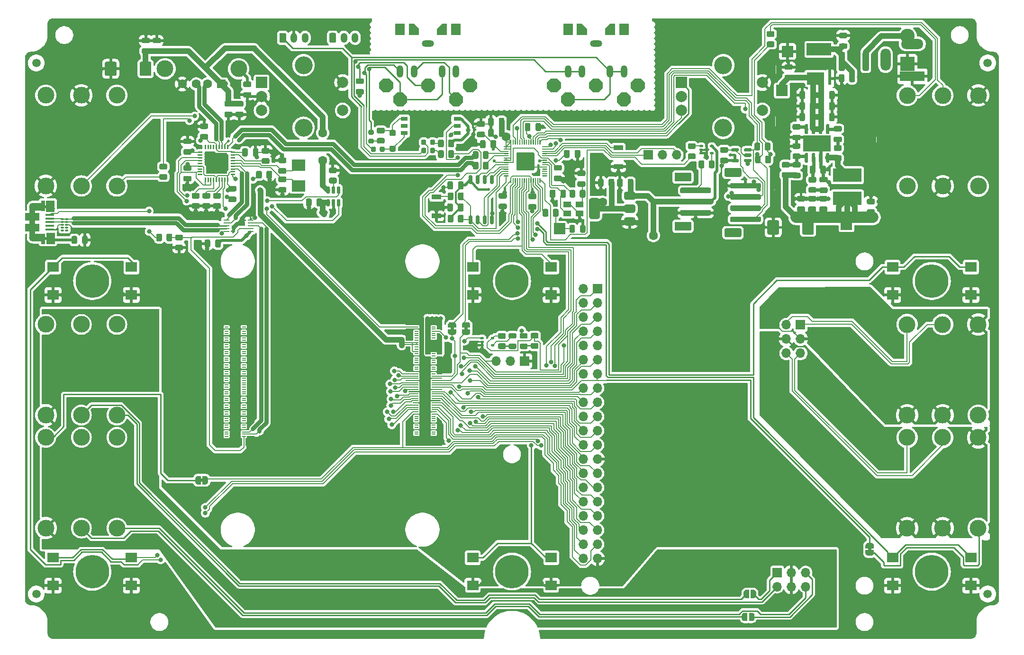
<source format=gtl>
G04 #@! TF.GenerationSoftware,KiCad,Pcbnew,8.0.4+1*
G04 #@! TF.CreationDate,2024-10-16T16:42:29+00:00*
G04 #@! TF.ProjectId,pedalboard-hw,70656461-6c62-46f6-9172-642d68772e6b,4.0.0*
G04 #@! TF.SameCoordinates,Original*
G04 #@! TF.FileFunction,Copper,L1,Top*
G04 #@! TF.FilePolarity,Positive*
%FSLAX46Y46*%
G04 Gerber Fmt 4.6, Leading zero omitted, Abs format (unit mm)*
G04 Created by KiCad (PCBNEW 8.0.4+1) date 2024-10-16 16:42:29*
%MOMM*%
%LPD*%
G01*
G04 APERTURE LIST*
G04 #@! TA.AperFunction,EtchedComponent*
%ADD10C,0.000000*%
G04 #@! TD*
G04 #@! TA.AperFunction,SMDPad,CuDef*
%ADD11R,2.000000X2.000000*%
G04 #@! TD*
G04 #@! TA.AperFunction,SMDPad,CuDef*
%ADD12C,1.500000*%
G04 #@! TD*
G04 #@! TA.AperFunction,ComponentPad*
%ADD13O,1.200000X2.200000*%
G04 #@! TD*
G04 #@! TA.AperFunction,ComponentPad*
%ADD14O,2.200000X1.200000*%
G04 #@! TD*
G04 #@! TA.AperFunction,ComponentPad*
%ADD15C,3.000000*%
G04 #@! TD*
G04 #@! TA.AperFunction,ComponentPad*
%ADD16R,4.400000X1.800000*%
G04 #@! TD*
G04 #@! TA.AperFunction,ComponentPad*
%ADD17O,4.000000X1.800000*%
G04 #@! TD*
G04 #@! TA.AperFunction,ComponentPad*
%ADD18O,1.800000X4.000000*%
G04 #@! TD*
G04 #@! TA.AperFunction,ComponentPad*
%ADD19R,2.600000X2.600000*%
G04 #@! TD*
G04 #@! TA.AperFunction,ComponentPad*
%ADD20C,2.600000*%
G04 #@! TD*
G04 #@! TA.AperFunction,SMDPad,CuDef*
%ADD21R,1.700000X0.900000*%
G04 #@! TD*
G04 #@! TA.AperFunction,SMDPad,CuDef*
%ADD22R,2.400000X2.000000*%
G04 #@! TD*
G04 #@! TA.AperFunction,ComponentPad*
%ADD23R,1.700000X1.700000*%
G04 #@! TD*
G04 #@! TA.AperFunction,ComponentPad*
%ADD24O,1.700000X1.700000*%
G04 #@! TD*
G04 #@! TA.AperFunction,SMDPad,CuDef*
%ADD25R,1.400000X1.100000*%
G04 #@! TD*
G04 #@! TA.AperFunction,SMDPad,CuDef*
%ADD26R,2.000000X1.800000*%
G04 #@! TD*
G04 #@! TA.AperFunction,ComponentPad*
%ADD27R,1.800000X2.000000*%
G04 #@! TD*
G04 #@! TA.AperFunction,ComponentPad*
%ADD28R,2.000000X2.000000*%
G04 #@! TD*
G04 #@! TA.AperFunction,ComponentPad*
%ADD29C,2.000000*%
G04 #@! TD*
G04 #@! TA.AperFunction,ComponentPad*
%ADD30C,3.200000*%
G04 #@! TD*
G04 #@! TA.AperFunction,ComponentPad*
%ADD31C,0.500000*%
G04 #@! TD*
G04 #@! TA.AperFunction,SMDPad,CuDef*
%ADD32R,4.900000X2.950000*%
G04 #@! TD*
G04 #@! TA.AperFunction,SMDPad,CuDef*
%ADD33R,3.150000X2.200000*%
G04 #@! TD*
G04 #@! TA.AperFunction,SMDPad,CuDef*
%ADD34R,0.600000X2.200000*%
G04 #@! TD*
G04 #@! TA.AperFunction,SMDPad,CuDef*
%ADD35R,4.400000X2.200000*%
G04 #@! TD*
G04 #@! TA.AperFunction,SMDPad,CuDef*
%ADD36R,1.650000X0.400000*%
G04 #@! TD*
G04 #@! TA.AperFunction,SMDPad,CuDef*
%ADD37R,0.700000X1.825000*%
G04 #@! TD*
G04 #@! TA.AperFunction,SMDPad,CuDef*
%ADD38R,1.500000X2.000000*%
G04 #@! TD*
G04 #@! TA.AperFunction,SMDPad,CuDef*
%ADD39R,2.000000X1.350000*%
G04 #@! TD*
G04 #@! TA.AperFunction,ComponentPad*
%ADD40O,1.700000X1.350000*%
G04 #@! TD*
G04 #@! TA.AperFunction,ComponentPad*
%ADD41O,1.500000X1.100000*%
G04 #@! TD*
G04 #@! TA.AperFunction,SMDPad,CuDef*
%ADD42R,2.500000X1.430000*%
G04 #@! TD*
G04 #@! TA.AperFunction,HeatsinkPad*
%ADD43R,3.700000X3.700000*%
G04 #@! TD*
G04 #@! TA.AperFunction,SMDPad,CuDef*
%ADD44R,1.300000X0.800000*%
G04 #@! TD*
G04 #@! TA.AperFunction,SMDPad,CuDef*
%ADD45R,1.100000X0.250000*%
G04 #@! TD*
G04 #@! TA.AperFunction,ComponentPad*
%ADD46C,0.600000*%
G04 #@! TD*
G04 #@! TA.AperFunction,ComponentPad*
%ADD47R,1.600000X1.500000*%
G04 #@! TD*
G04 #@! TA.AperFunction,ComponentPad*
%ADD48C,1.600000*%
G04 #@! TD*
G04 #@! TA.AperFunction,SMDPad,CuDef*
%ADD49R,0.700000X0.200000*%
G04 #@! TD*
G04 #@! TA.AperFunction,SMDPad,CuDef*
%ADD50R,5.100000X2.350000*%
G04 #@! TD*
G04 #@! TA.AperFunction,WasherPad*
%ADD51C,6.000000*%
G04 #@! TD*
G04 #@! TA.AperFunction,ComponentPad*
%ADD52O,1.200000X1.750000*%
G04 #@! TD*
G04 #@! TA.AperFunction,ViaPad*
%ADD53C,0.800000*%
G04 #@! TD*
G04 #@! TA.AperFunction,ViaPad*
%ADD54C,0.500000*%
G04 #@! TD*
G04 #@! TA.AperFunction,ViaPad*
%ADD55C,1.600000*%
G04 #@! TD*
G04 #@! TA.AperFunction,ViaPad*
%ADD56C,0.600000*%
G04 #@! TD*
G04 #@! TA.AperFunction,Conductor*
%ADD57C,0.200000*%
G04 #@! TD*
G04 #@! TA.AperFunction,Conductor*
%ADD58C,0.500000*%
G04 #@! TD*
G04 #@! TA.AperFunction,Conductor*
%ADD59C,0.250000*%
G04 #@! TD*
G04 #@! TA.AperFunction,Conductor*
%ADD60C,0.600000*%
G04 #@! TD*
G04 #@! TA.AperFunction,Conductor*
%ADD61C,0.400000*%
G04 #@! TD*
G04 #@! TA.AperFunction,Conductor*
%ADD62C,0.300000*%
G04 #@! TD*
G04 #@! TA.AperFunction,Conductor*
%ADD63C,1.000000*%
G04 #@! TD*
G04 #@! TA.AperFunction,Conductor*
%ADD64C,0.180000*%
G04 #@! TD*
G04 #@! TA.AperFunction,Conductor*
%ADD65C,2.000000*%
G04 #@! TD*
G04 #@! TA.AperFunction,Conductor*
%ADD66C,0.900000*%
G04 #@! TD*
G04 #@! TA.AperFunction,Conductor*
%ADD67C,0.770000*%
G04 #@! TD*
G04 APERTURE END LIST*
D10*
G04 #@! TA.AperFunction,EtchedComponent*
G36*
X49799998Y-102950000D02*
G01*
X49299998Y-102950000D01*
X49299998Y-102350000D01*
X49799998Y-102350000D01*
X49799998Y-102950000D01*
G37*
G04 #@! TD.AperFunction*
G04 #@! TA.AperFunction,EtchedComponent*
G36*
X169200000Y-115250000D02*
G01*
X168600000Y-115250000D01*
X168600000Y-114750000D01*
X169200000Y-114750000D01*
X169200000Y-115250000D01*
G37*
G04 #@! TD.AperFunction*
G04 #@! TA.AperFunction,EtchedComponent*
G36*
X97100000Y-75750000D02*
G01*
X96500000Y-75750000D01*
X96500000Y-75250000D01*
X97100000Y-75250000D01*
X97100000Y-75750000D01*
G37*
G04 #@! TD.AperFunction*
G04 #@! TA.AperFunction,EtchedComponent*
G36*
X94600000Y-75750000D02*
G01*
X94000000Y-75750000D01*
X94000000Y-75250000D01*
X94600000Y-75250000D01*
X94600000Y-75750000D01*
G37*
G04 #@! TD.AperFunction*
D11*
X164760000Y-56860000D03*
G04 #@! TA.AperFunction,SMDPad,CuDef*
G36*
G01*
X151275000Y-44800000D02*
X151275000Y-45700000D01*
G75*
G02*
X151025000Y-45950000I-250000J0D01*
G01*
X150500000Y-45950000D01*
G75*
G02*
X150250000Y-45700000I0J250000D01*
G01*
X150250000Y-44800000D01*
G75*
G02*
X150500000Y-44550000I250000J0D01*
G01*
X151025000Y-44550000D01*
G75*
G02*
X151275000Y-44800000I0J-250000D01*
G01*
G37*
G04 #@! TD.AperFunction*
G04 #@! TA.AperFunction,SMDPad,CuDef*
G36*
G01*
X149450000Y-44800000D02*
X149450000Y-45700000D01*
G75*
G02*
X149200000Y-45950000I-250000J0D01*
G01*
X148675000Y-45950000D01*
G75*
G02*
X148425000Y-45700000I0J250000D01*
G01*
X148425000Y-44800000D01*
G75*
G02*
X148675000Y-44550000I250000J0D01*
G01*
X149200000Y-44550000D01*
G75*
G02*
X149450000Y-44800000I0J-250000D01*
G01*
G37*
G04 #@! TD.AperFunction*
G04 #@! TA.AperFunction,SMDPad,CuDef*
G36*
G01*
X110465000Y-55260000D02*
X110465000Y-54360000D01*
G75*
G02*
X110715000Y-54110000I250000J0D01*
G01*
X111240000Y-54110000D01*
G75*
G02*
X111490000Y-54360000I0J-250000D01*
G01*
X111490000Y-55260000D01*
G75*
G02*
X111240000Y-55510000I-250000J0D01*
G01*
X110715000Y-55510000D01*
G75*
G02*
X110465000Y-55260000I0J250000D01*
G01*
G37*
G04 #@! TD.AperFunction*
G04 #@! TA.AperFunction,SMDPad,CuDef*
G36*
G01*
X112290000Y-55260000D02*
X112290000Y-54360000D01*
G75*
G02*
X112540000Y-54110000I250000J0D01*
G01*
X113065000Y-54110000D01*
G75*
G02*
X113315000Y-54360000I0J-250000D01*
G01*
X113315000Y-55260000D01*
G75*
G02*
X113065000Y-55510000I-250000J0D01*
G01*
X112540000Y-55510000D01*
G75*
G02*
X112290000Y-55260000I0J250000D01*
G01*
G37*
G04 #@! TD.AperFunction*
G04 #@! TA.AperFunction,SMDPad,CuDef*
G36*
G01*
X114300000Y-44745000D02*
X114300000Y-43795000D01*
G75*
G02*
X114550000Y-43545000I250000J0D01*
G01*
X115050000Y-43545000D01*
G75*
G02*
X115300000Y-43795000I0J-250000D01*
G01*
X115300000Y-44745000D01*
G75*
G02*
X115050000Y-44995000I-250000J0D01*
G01*
X114550000Y-44995000D01*
G75*
G02*
X114300000Y-44745000I0J250000D01*
G01*
G37*
G04 #@! TD.AperFunction*
G04 #@! TA.AperFunction,SMDPad,CuDef*
G36*
G01*
X116200000Y-44745000D02*
X116200000Y-43795000D01*
G75*
G02*
X116450000Y-43545000I250000J0D01*
G01*
X116950000Y-43545000D01*
G75*
G02*
X117200000Y-43795000I0J-250000D01*
G01*
X117200000Y-44745000D01*
G75*
G02*
X116950000Y-44995000I-250000J0D01*
G01*
X116450000Y-44995000D01*
G75*
G02*
X116200000Y-44745000I0J250000D01*
G01*
G37*
G04 #@! TD.AperFunction*
G04 #@! TA.AperFunction,SMDPad,CuDef*
G36*
G01*
X47485000Y-44410000D02*
X46535000Y-44410000D01*
G75*
G02*
X46285000Y-44160000I0J250000D01*
G01*
X46285000Y-43660000D01*
G75*
G02*
X46535000Y-43410000I250000J0D01*
G01*
X47485000Y-43410000D01*
G75*
G02*
X47735000Y-43660000I0J-250000D01*
G01*
X47735000Y-44160000D01*
G75*
G02*
X47485000Y-44410000I-250000J0D01*
G01*
G37*
G04 #@! TD.AperFunction*
G04 #@! TA.AperFunction,SMDPad,CuDef*
G36*
G01*
X47485000Y-42510000D02*
X46535000Y-42510000D01*
G75*
G02*
X46285000Y-42260000I0J250000D01*
G01*
X46285000Y-41760000D01*
G75*
G02*
X46535000Y-41510000I250000J0D01*
G01*
X47485000Y-41510000D01*
G75*
G02*
X47735000Y-41760000I0J-250000D01*
G01*
X47735000Y-42260000D01*
G75*
G02*
X47485000Y-42510000I-250000J0D01*
G01*
G37*
G04 #@! TD.AperFunction*
D12*
X20000000Y-28000000D03*
G04 #@! TA.AperFunction,SMDPad,CuDef*
G36*
G01*
X97975000Y-44910000D02*
X97975000Y-44010000D01*
G75*
G02*
X98225000Y-43760000I250000J0D01*
G01*
X98750000Y-43760000D01*
G75*
G02*
X99000000Y-44010000I0J-250000D01*
G01*
X99000000Y-44910000D01*
G75*
G02*
X98750000Y-45160000I-250000J0D01*
G01*
X98225000Y-45160000D01*
G75*
G02*
X97975000Y-44910000I0J250000D01*
G01*
G37*
G04 #@! TD.AperFunction*
G04 #@! TA.AperFunction,SMDPad,CuDef*
G36*
G01*
X99800000Y-44910000D02*
X99800000Y-44010000D01*
G75*
G02*
X100050000Y-43760000I250000J0D01*
G01*
X100575000Y-43760000D01*
G75*
G02*
X100825000Y-44010000I0J-250000D01*
G01*
X100825000Y-44910000D01*
G75*
G02*
X100575000Y-45160000I-250000J0D01*
G01*
X100050000Y-45160000D01*
G75*
G02*
X99800000Y-44910000I0J250000D01*
G01*
G37*
G04 #@! TD.AperFunction*
D13*
X125000000Y-29500000D03*
X122500000Y-29500000D03*
D14*
X120000000Y-24500000D03*
D13*
X115000000Y-29500000D03*
X117500000Y-29500000D03*
G04 #@! TA.AperFunction,SMDPad,CuDef*
G36*
G01*
X99915000Y-41300000D02*
X98965000Y-41300000D01*
G75*
G02*
X98715000Y-41050000I0J250000D01*
G01*
X98715000Y-40550000D01*
G75*
G02*
X98965000Y-40300000I250000J0D01*
G01*
X99915000Y-40300000D01*
G75*
G02*
X100165000Y-40550000I0J-250000D01*
G01*
X100165000Y-41050000D01*
G75*
G02*
X99915000Y-41300000I-250000J0D01*
G01*
G37*
G04 #@! TD.AperFunction*
G04 #@! TA.AperFunction,SMDPad,CuDef*
G36*
G01*
X99915000Y-39400000D02*
X98965000Y-39400000D01*
G75*
G02*
X98715000Y-39150000I0J250000D01*
G01*
X98715000Y-38650000D01*
G75*
G02*
X98965000Y-38400000I250000J0D01*
G01*
X99915000Y-38400000D01*
G75*
G02*
X100165000Y-38650000I0J-250000D01*
G01*
X100165000Y-39150000D01*
G75*
G02*
X99915000Y-39400000I-250000J0D01*
G01*
G37*
G04 #@! TD.AperFunction*
G04 #@! TA.AperFunction,SMDPad,CuDef*
G36*
G01*
X46535000Y-46290000D02*
X47485000Y-46290000D01*
G75*
G02*
X47735000Y-46540000I0J-250000D01*
G01*
X47735000Y-47040000D01*
G75*
G02*
X47485000Y-47290000I-250000J0D01*
G01*
X46535000Y-47290000D01*
G75*
G02*
X46285000Y-47040000I0J250000D01*
G01*
X46285000Y-46540000D01*
G75*
G02*
X46535000Y-46290000I250000J0D01*
G01*
G37*
G04 #@! TD.AperFunction*
G04 #@! TA.AperFunction,SMDPad,CuDef*
G36*
G01*
X46535000Y-48190000D02*
X47485000Y-48190000D01*
G75*
G02*
X47735000Y-48440000I0J-250000D01*
G01*
X47735000Y-48940000D01*
G75*
G02*
X47485000Y-49190000I-250000J0D01*
G01*
X46535000Y-49190000D01*
G75*
G02*
X46285000Y-48940000I0J250000D01*
G01*
X46285000Y-48440000D01*
G75*
G02*
X46535000Y-48190000I250000J0D01*
G01*
G37*
G04 #@! TD.AperFunction*
G04 #@! TA.AperFunction,SMDPad,CuDef*
G36*
G01*
X156315000Y-48610000D02*
X155365000Y-48610000D01*
G75*
G02*
X155115000Y-48360000I0J250000D01*
G01*
X155115000Y-47860000D01*
G75*
G02*
X155365000Y-47610000I250000J0D01*
G01*
X156315000Y-47610000D01*
G75*
G02*
X156565000Y-47860000I0J-250000D01*
G01*
X156565000Y-48360000D01*
G75*
G02*
X156315000Y-48610000I-250000J0D01*
G01*
G37*
G04 #@! TD.AperFunction*
G04 #@! TA.AperFunction,SMDPad,CuDef*
G36*
G01*
X156315000Y-46710000D02*
X155365000Y-46710000D01*
G75*
G02*
X155115000Y-46460000I0J250000D01*
G01*
X155115000Y-45960000D01*
G75*
G02*
X155365000Y-45710000I250000J0D01*
G01*
X156315000Y-45710000D01*
G75*
G02*
X156565000Y-45960000I0J-250000D01*
G01*
X156565000Y-46460000D01*
G75*
G02*
X156315000Y-46710000I-250000J0D01*
G01*
G37*
G04 #@! TD.AperFunction*
D12*
X190005615Y-27994385D03*
D11*
X153220000Y-32930000D03*
G04 #@! TA.AperFunction,SMDPad,CuDef*
G36*
G01*
X93512500Y-56300000D02*
X93512500Y-55400000D01*
G75*
G02*
X93762500Y-55150000I250000J0D01*
G01*
X94287500Y-55150000D01*
G75*
G02*
X94537500Y-55400000I0J-250000D01*
G01*
X94537500Y-56300000D01*
G75*
G02*
X94287500Y-56550000I-250000J0D01*
G01*
X93762500Y-56550000D01*
G75*
G02*
X93512500Y-56300000I0J250000D01*
G01*
G37*
G04 #@! TD.AperFunction*
G04 #@! TA.AperFunction,SMDPad,CuDef*
G36*
G01*
X95337500Y-56300000D02*
X95337500Y-55400000D01*
G75*
G02*
X95587500Y-55150000I250000J0D01*
G01*
X96112500Y-55150000D01*
G75*
G02*
X96362500Y-55400000I0J-250000D01*
G01*
X96362500Y-56300000D01*
G75*
G02*
X96112500Y-56550000I-250000J0D01*
G01*
X95587500Y-56550000D01*
G75*
G02*
X95337500Y-56300000I0J250000D01*
G01*
G37*
G04 #@! TD.AperFunction*
D15*
X28050000Y-50000000D03*
X28050000Y-33770000D03*
X21700000Y-50000000D03*
X21700000Y-33770000D03*
X34400000Y-50000000D03*
X34400000Y-33770000D03*
X28050000Y-111200000D03*
X28050000Y-94970000D03*
X21700000Y-111200000D03*
X21700000Y-94970000D03*
X34400000Y-111200000D03*
X34400000Y-94970000D03*
G04 #@! TA.AperFunction,SMDPad,CuDef*
G36*
G01*
X157125000Y-54670000D02*
X156175000Y-54670000D01*
G75*
G02*
X155925000Y-54420000I0J250000D01*
G01*
X155925000Y-53920000D01*
G75*
G02*
X156175000Y-53670000I250000J0D01*
G01*
X157125000Y-53670000D01*
G75*
G02*
X157375000Y-53920000I0J-250000D01*
G01*
X157375000Y-54420000D01*
G75*
G02*
X157125000Y-54670000I-250000J0D01*
G01*
G37*
G04 #@! TD.AperFunction*
G04 #@! TA.AperFunction,SMDPad,CuDef*
G36*
G01*
X157125000Y-52770000D02*
X156175000Y-52770000D01*
G75*
G02*
X155925000Y-52520000I0J250000D01*
G01*
X155925000Y-52020000D01*
G75*
G02*
X156175000Y-51770000I250000J0D01*
G01*
X157125000Y-51770000D01*
G75*
G02*
X157375000Y-52020000I0J-250000D01*
G01*
X157375000Y-52520000D01*
G75*
G02*
X157125000Y-52770000I-250000J0D01*
G01*
G37*
G04 #@! TD.AperFunction*
D16*
X176537200Y-30388600D03*
D17*
X176537200Y-24588600D03*
D18*
X171737200Y-27388600D03*
G04 #@! TA.AperFunction,SMDPad,CuDef*
G36*
G01*
X127040000Y-55975000D02*
X127040000Y-56725000D01*
G75*
G02*
X126665000Y-57100000I-375000J0D01*
G01*
X125415000Y-57100000D01*
G75*
G02*
X125040000Y-56725000I0J375000D01*
G01*
X125040000Y-55975000D01*
G75*
G02*
X125415000Y-55600000I375000J0D01*
G01*
X126665000Y-55600000D01*
G75*
G02*
X127040000Y-55975000I0J-375000D01*
G01*
G37*
G04 #@! TD.AperFunction*
G04 #@! TA.AperFunction,SMDPad,CuDef*
G36*
G01*
X127040000Y-53675000D02*
X127040000Y-54425000D01*
G75*
G02*
X126665000Y-54800000I-375000J0D01*
G01*
X125415000Y-54800000D01*
G75*
G02*
X125040000Y-54425000I0J375000D01*
G01*
X125040000Y-53675000D01*
G75*
G02*
X125415000Y-53300000I375000J0D01*
G01*
X126665000Y-53300000D01*
G75*
G02*
X127040000Y-53675000I0J-375000D01*
G01*
G37*
G04 #@! TD.AperFunction*
G04 #@! TA.AperFunction,SMDPad,CuDef*
G36*
G01*
X120740000Y-52650000D02*
X120740000Y-55450000D01*
G75*
G02*
X120240000Y-55950000I-500000J0D01*
G01*
X119240000Y-55950000D01*
G75*
G02*
X118740000Y-55450000I0J500000D01*
G01*
X118740000Y-52650000D01*
G75*
G02*
X119240000Y-52150000I500000J0D01*
G01*
X120240000Y-52150000D01*
G75*
G02*
X120740000Y-52650000I0J-500000D01*
G01*
G37*
G04 #@! TD.AperFunction*
G04 #@! TA.AperFunction,SMDPad,CuDef*
G36*
G01*
X127040000Y-51375000D02*
X127040000Y-52125000D01*
G75*
G02*
X126665000Y-52500000I-375000J0D01*
G01*
X125415000Y-52500000D01*
G75*
G02*
X125040000Y-52125000I0J375000D01*
G01*
X125040000Y-51375000D01*
G75*
G02*
X125415000Y-51000000I375000J0D01*
G01*
X126665000Y-51000000D01*
G75*
G02*
X127040000Y-51375000I0J-375000D01*
G01*
G37*
G04 #@! TD.AperFunction*
G04 #@! TA.AperFunction,SMDPad,CuDef*
G36*
G01*
X141192600Y-45686600D02*
X141192600Y-46586600D01*
G75*
G02*
X140942600Y-46836600I-250000J0D01*
G01*
X140417600Y-46836600D01*
G75*
G02*
X140167600Y-46586600I0J250000D01*
G01*
X140167600Y-45686600D01*
G75*
G02*
X140417600Y-45436600I250000J0D01*
G01*
X140942600Y-45436600D01*
G75*
G02*
X141192600Y-45686600I0J-250000D01*
G01*
G37*
G04 #@! TD.AperFunction*
G04 #@! TA.AperFunction,SMDPad,CuDef*
G36*
G01*
X139367600Y-45686600D02*
X139367600Y-46586600D01*
G75*
G02*
X139117600Y-46836600I-250000J0D01*
G01*
X138592600Y-46836600D01*
G75*
G02*
X138342600Y-46586600I0J250000D01*
G01*
X138342600Y-45686600D01*
G75*
G02*
X138592600Y-45436600I250000J0D01*
G01*
X139117600Y-45436600D01*
G75*
G02*
X139367600Y-45686600I0J-250000D01*
G01*
G37*
G04 #@! TD.AperFunction*
D19*
X175637200Y-28198600D03*
D20*
X175637200Y-23198600D03*
G04 #@! TA.AperFunction,SMDPad,CuDef*
G36*
G01*
X123260000Y-48945000D02*
X123260000Y-49895000D01*
G75*
G02*
X123010000Y-50145000I-250000J0D01*
G01*
X122510000Y-50145000D01*
G75*
G02*
X122260000Y-49895000I0J250000D01*
G01*
X122260000Y-48945000D01*
G75*
G02*
X122510000Y-48695000I250000J0D01*
G01*
X123010000Y-48695000D01*
G75*
G02*
X123260000Y-48945000I0J-250000D01*
G01*
G37*
G04 #@! TD.AperFunction*
G04 #@! TA.AperFunction,SMDPad,CuDef*
G36*
G01*
X121360000Y-48945000D02*
X121360000Y-49895000D01*
G75*
G02*
X121110000Y-50145000I-250000J0D01*
G01*
X120610000Y-50145000D01*
G75*
G02*
X120360000Y-49895000I0J250000D01*
G01*
X120360000Y-48945000D01*
G75*
G02*
X120610000Y-48695000I250000J0D01*
G01*
X121110000Y-48695000D01*
G75*
G02*
X121360000Y-48945000I0J-250000D01*
G01*
G37*
G04 #@! TD.AperFunction*
G04 #@! TA.AperFunction,SMDPad,CuDef*
G36*
G01*
X50455000Y-41710000D02*
X49505000Y-41710000D01*
G75*
G02*
X49255000Y-41460000I0J250000D01*
G01*
X49255000Y-40960000D01*
G75*
G02*
X49505000Y-40710000I250000J0D01*
G01*
X50455000Y-40710000D01*
G75*
G02*
X50705000Y-40960000I0J-250000D01*
G01*
X50705000Y-41460000D01*
G75*
G02*
X50455000Y-41710000I-250000J0D01*
G01*
G37*
G04 #@! TD.AperFunction*
G04 #@! TA.AperFunction,SMDPad,CuDef*
G36*
G01*
X50455000Y-39810000D02*
X49505000Y-39810000D01*
G75*
G02*
X49255000Y-39560000I0J250000D01*
G01*
X49255000Y-39060000D01*
G75*
G02*
X49505000Y-38810000I250000J0D01*
G01*
X50455000Y-38810000D01*
G75*
G02*
X50705000Y-39060000I0J-250000D01*
G01*
X50705000Y-39560000D01*
G75*
G02*
X50455000Y-39810000I-250000J0D01*
G01*
G37*
G04 #@! TD.AperFunction*
G04 #@! TA.AperFunction,SMDPad,CuDef*
G36*
G01*
X40565000Y-28017400D02*
X40565000Y-30067400D01*
G75*
G02*
X40315000Y-30317400I-250000J0D01*
G01*
X38740000Y-30317400D01*
G75*
G02*
X38490000Y-30067400I0J250000D01*
G01*
X38490000Y-28017400D01*
G75*
G02*
X38740000Y-27767400I250000J0D01*
G01*
X40315000Y-27767400D01*
G75*
G02*
X40565000Y-28017400I0J-250000D01*
G01*
G37*
G04 #@! TD.AperFunction*
G04 #@! TA.AperFunction,SMDPad,CuDef*
G36*
G01*
X34340000Y-28017400D02*
X34340000Y-30067400D01*
G75*
G02*
X34090000Y-30317400I-250000J0D01*
G01*
X32515000Y-30317400D01*
G75*
G02*
X32265000Y-30067400I0J250000D01*
G01*
X32265000Y-28017400D01*
G75*
G02*
X32515000Y-27767400I250000J0D01*
G01*
X34090000Y-27767400D01*
G75*
G02*
X34340000Y-28017400I0J-250000D01*
G01*
G37*
G04 #@! TD.AperFunction*
D21*
X124010000Y-46560000D03*
X124010000Y-43160000D03*
G04 #@! TA.AperFunction,SMDPad,CuDef*
G36*
G01*
X97975000Y-46810000D02*
X97975000Y-45910000D01*
G75*
G02*
X98225000Y-45660000I250000J0D01*
G01*
X98750000Y-45660000D01*
G75*
G02*
X99000000Y-45910000I0J-250000D01*
G01*
X99000000Y-46810000D01*
G75*
G02*
X98750000Y-47060000I-250000J0D01*
G01*
X98225000Y-47060000D01*
G75*
G02*
X97975000Y-46810000I0J250000D01*
G01*
G37*
G04 #@! TD.AperFunction*
G04 #@! TA.AperFunction,SMDPad,CuDef*
G36*
G01*
X99800000Y-46810000D02*
X99800000Y-45910000D01*
G75*
G02*
X100050000Y-45660000I250000J0D01*
G01*
X100575000Y-45660000D01*
G75*
G02*
X100825000Y-45910000I0J-250000D01*
G01*
X100825000Y-46810000D01*
G75*
G02*
X100575000Y-47060000I-250000J0D01*
G01*
X100050000Y-47060000D01*
G75*
G02*
X99800000Y-46810000I0J250000D01*
G01*
G37*
G04 #@! TD.AperFunction*
G04 #@! TA.AperFunction,SMDPad,CuDef*
G36*
G01*
X56790000Y-44465000D02*
X56790000Y-43515000D01*
G75*
G02*
X57040000Y-43265000I250000J0D01*
G01*
X57540000Y-43265000D01*
G75*
G02*
X57790000Y-43515000I0J-250000D01*
G01*
X57790000Y-44465000D01*
G75*
G02*
X57540000Y-44715000I-250000J0D01*
G01*
X57040000Y-44715000D01*
G75*
G02*
X56790000Y-44465000I0J250000D01*
G01*
G37*
G04 #@! TD.AperFunction*
G04 #@! TA.AperFunction,SMDPad,CuDef*
G36*
G01*
X58690000Y-44465000D02*
X58690000Y-43515000D01*
G75*
G02*
X58940000Y-43265000I250000J0D01*
G01*
X59440000Y-43265000D01*
G75*
G02*
X59690000Y-43515000I0J-250000D01*
G01*
X59690000Y-44465000D01*
G75*
G02*
X59440000Y-44715000I-250000J0D01*
G01*
X58940000Y-44715000D01*
G75*
G02*
X58690000Y-44465000I0J250000D01*
G01*
G37*
G04 #@! TD.AperFunction*
G04 #@! TA.AperFunction,SMDPad,CuDef*
G36*
G01*
X96337500Y-53375000D02*
X96337500Y-54325000D01*
G75*
G02*
X96087500Y-54575000I-250000J0D01*
G01*
X95587500Y-54575000D01*
G75*
G02*
X95337500Y-54325000I0J250000D01*
G01*
X95337500Y-53375000D01*
G75*
G02*
X95587500Y-53125000I250000J0D01*
G01*
X96087500Y-53125000D01*
G75*
G02*
X96337500Y-53375000I0J-250000D01*
G01*
G37*
G04 #@! TD.AperFunction*
G04 #@! TA.AperFunction,SMDPad,CuDef*
G36*
G01*
X94437500Y-53375000D02*
X94437500Y-54325000D01*
G75*
G02*
X94187500Y-54575000I-250000J0D01*
G01*
X93687500Y-54575000D01*
G75*
G02*
X93437500Y-54325000I0J250000D01*
G01*
X93437500Y-53375000D01*
G75*
G02*
X93687500Y-53125000I250000J0D01*
G01*
X94187500Y-53125000D01*
G75*
G02*
X94437500Y-53375000I0J-250000D01*
G01*
G37*
G04 #@! TD.AperFunction*
G04 #@! TA.AperFunction,SMDPad,CuDef*
G36*
G01*
X72541000Y-46692800D02*
X73441000Y-46692800D01*
G75*
G02*
X73691000Y-46942800I0J-250000D01*
G01*
X73691000Y-47467800D01*
G75*
G02*
X73441000Y-47717800I-250000J0D01*
G01*
X72541000Y-47717800D01*
G75*
G02*
X72291000Y-47467800I0J250000D01*
G01*
X72291000Y-46942800D01*
G75*
G02*
X72541000Y-46692800I250000J0D01*
G01*
G37*
G04 #@! TD.AperFunction*
G04 #@! TA.AperFunction,SMDPad,CuDef*
G36*
G01*
X72541000Y-48517800D02*
X73441000Y-48517800D01*
G75*
G02*
X73691000Y-48767800I0J-250000D01*
G01*
X73691000Y-49292800D01*
G75*
G02*
X73441000Y-49542800I-250000J0D01*
G01*
X72541000Y-49542800D01*
G75*
G02*
X72291000Y-49292800I0J250000D01*
G01*
X72291000Y-48767800D01*
G75*
G02*
X72541000Y-48517800I250000J0D01*
G01*
G37*
G04 #@! TD.AperFunction*
G04 #@! TA.AperFunction,SMDPad,CuDef*
G36*
X49399998Y-103400000D02*
G01*
X48899998Y-103400000D01*
X48899998Y-103394911D01*
X48828841Y-103394911D01*
X48692290Y-103354816D01*
X48572568Y-103277875D01*
X48479371Y-103170320D01*
X48420252Y-103040866D01*
X48399998Y-102900000D01*
X48399998Y-102400000D01*
X48420252Y-102259134D01*
X48479371Y-102129680D01*
X48572568Y-102022125D01*
X48692290Y-101945184D01*
X48828841Y-101905089D01*
X48899998Y-101905089D01*
X48899998Y-101900000D01*
X49399998Y-101900000D01*
X49399998Y-103400000D01*
G37*
G04 #@! TD.AperFunction*
G04 #@! TA.AperFunction,SMDPad,CuDef*
G36*
X50199998Y-101905089D02*
G01*
X50271155Y-101905089D01*
X50407706Y-101945184D01*
X50527428Y-102022125D01*
X50620625Y-102129680D01*
X50679744Y-102259134D01*
X50699998Y-102400000D01*
X50699998Y-102900000D01*
X50679744Y-103040866D01*
X50620625Y-103170320D01*
X50527428Y-103277875D01*
X50407706Y-103354816D01*
X50271155Y-103394911D01*
X50199998Y-103394911D01*
X50199998Y-103400000D01*
X49699998Y-103400000D01*
X49699998Y-101900000D01*
X50199998Y-101900000D01*
X50199998Y-101905089D01*
G37*
G04 #@! TD.AperFunction*
G04 #@! TA.AperFunction,SMDPad,CuDef*
G36*
G01*
X41999600Y-26377600D02*
X41049600Y-26377600D01*
G75*
G02*
X40799600Y-26127600I0J250000D01*
G01*
X40799600Y-25627600D01*
G75*
G02*
X41049600Y-25377600I250000J0D01*
G01*
X41999600Y-25377600D01*
G75*
G02*
X42249600Y-25627600I0J-250000D01*
G01*
X42249600Y-26127600D01*
G75*
G02*
X41999600Y-26377600I-250000J0D01*
G01*
G37*
G04 #@! TD.AperFunction*
G04 #@! TA.AperFunction,SMDPad,CuDef*
G36*
G01*
X41999600Y-24477600D02*
X41049600Y-24477600D01*
G75*
G02*
X40799600Y-24227600I0J250000D01*
G01*
X40799600Y-23727600D01*
G75*
G02*
X41049600Y-23477600I250000J0D01*
G01*
X41999600Y-23477600D01*
G75*
G02*
X42249600Y-23727600I0J-250000D01*
G01*
X42249600Y-24227600D01*
G75*
G02*
X41999600Y-24477600I-250000J0D01*
G01*
G37*
G04 #@! TD.AperFunction*
D22*
X66840000Y-46270000D03*
X66840000Y-49970000D03*
G04 #@! TA.AperFunction,SMDPad,CuDef*
G36*
G01*
X158929000Y-56389200D02*
X158929000Y-58439200D01*
G75*
G02*
X158679000Y-58689200I-250000J0D01*
G01*
X157104000Y-58689200D01*
G75*
G02*
X156854000Y-58439200I0J250000D01*
G01*
X156854000Y-56389200D01*
G75*
G02*
X157104000Y-56139200I250000J0D01*
G01*
X158679000Y-56139200D01*
G75*
G02*
X158929000Y-56389200I0J-250000D01*
G01*
G37*
G04 #@! TD.AperFunction*
G04 #@! TA.AperFunction,SMDPad,CuDef*
G36*
G01*
X152704000Y-56389200D02*
X152704000Y-58439200D01*
G75*
G02*
X152454000Y-58689200I-250000J0D01*
G01*
X150879000Y-58689200D01*
G75*
G02*
X150629000Y-58439200I0J250000D01*
G01*
X150629000Y-56389200D01*
G75*
G02*
X150879000Y-56139200I250000J0D01*
G01*
X152454000Y-56139200D01*
G75*
G02*
X152704000Y-56389200I0J-250000D01*
G01*
G37*
G04 #@! TD.AperFunction*
G04 #@! TA.AperFunction,SMDPad,CuDef*
G36*
G01*
X93512500Y-52300000D02*
X93512500Y-51400000D01*
G75*
G02*
X93762500Y-51150000I250000J0D01*
G01*
X94287500Y-51150000D01*
G75*
G02*
X94537500Y-51400000I0J-250000D01*
G01*
X94537500Y-52300000D01*
G75*
G02*
X94287500Y-52550000I-250000J0D01*
G01*
X93762500Y-52550000D01*
G75*
G02*
X93512500Y-52300000I0J250000D01*
G01*
G37*
G04 #@! TD.AperFunction*
G04 #@! TA.AperFunction,SMDPad,CuDef*
G36*
G01*
X95337500Y-52300000D02*
X95337500Y-51400000D01*
G75*
G02*
X95587500Y-51150000I250000J0D01*
G01*
X96112500Y-51150000D01*
G75*
G02*
X96362500Y-51400000I0J-250000D01*
G01*
X96362500Y-52300000D01*
G75*
G02*
X96112500Y-52550000I-250000J0D01*
G01*
X95587500Y-52550000D01*
G75*
G02*
X95337500Y-52300000I0J250000D01*
G01*
G37*
G04 #@! TD.AperFunction*
D15*
X28050000Y-91000000D03*
X28050000Y-74770000D03*
X21700000Y-91000000D03*
X21700000Y-74770000D03*
X34400000Y-91000000D03*
X34400000Y-74770000D03*
X181950000Y-94995000D03*
X181950000Y-111225000D03*
X188300000Y-94995000D03*
X188300000Y-111225000D03*
X175600000Y-94995000D03*
X175600000Y-111225000D03*
D23*
X129315000Y-44450000D03*
D24*
X131855000Y-44450000D03*
X134395000Y-44450000D03*
G04 #@! TA.AperFunction,SMDPad,CuDef*
G36*
G01*
X49930000Y-51239400D02*
X50830000Y-51239400D01*
G75*
G02*
X51080000Y-51489400I0J-250000D01*
G01*
X51080000Y-52014400D01*
G75*
G02*
X50830000Y-52264400I-250000J0D01*
G01*
X49930000Y-52264400D01*
G75*
G02*
X49680000Y-52014400I0J250000D01*
G01*
X49680000Y-51489400D01*
G75*
G02*
X49930000Y-51239400I250000J0D01*
G01*
G37*
G04 #@! TD.AperFunction*
G04 #@! TA.AperFunction,SMDPad,CuDef*
G36*
G01*
X49930000Y-53064400D02*
X50830000Y-53064400D01*
G75*
G02*
X51080000Y-53314400I0J-250000D01*
G01*
X51080000Y-53839400D01*
G75*
G02*
X50830000Y-54089400I-250000J0D01*
G01*
X49930000Y-54089400D01*
G75*
G02*
X49680000Y-53839400I0J250000D01*
G01*
X49680000Y-53314400D01*
G75*
G02*
X49930000Y-53064400I250000J0D01*
G01*
G37*
G04 #@! TD.AperFunction*
G04 #@! TA.AperFunction,SMDPad,CuDef*
G36*
G01*
X158190000Y-47585000D02*
X158190000Y-46635000D01*
G75*
G02*
X158440000Y-46385000I250000J0D01*
G01*
X158940000Y-46385000D01*
G75*
G02*
X159190000Y-46635000I0J-250000D01*
G01*
X159190000Y-47585000D01*
G75*
G02*
X158940000Y-47835000I-250000J0D01*
G01*
X158440000Y-47835000D01*
G75*
G02*
X158190000Y-47585000I0J250000D01*
G01*
G37*
G04 #@! TD.AperFunction*
G04 #@! TA.AperFunction,SMDPad,CuDef*
G36*
G01*
X160090000Y-47585000D02*
X160090000Y-46635000D01*
G75*
G02*
X160340000Y-46385000I250000J0D01*
G01*
X160840000Y-46385000D01*
G75*
G02*
X161090000Y-46635000I0J-250000D01*
G01*
X161090000Y-47585000D01*
G75*
G02*
X160840000Y-47835000I-250000J0D01*
G01*
X160340000Y-47835000D01*
G75*
G02*
X160090000Y-47585000I0J250000D01*
G01*
G37*
G04 #@! TD.AperFunction*
G04 #@! TA.AperFunction,SMDPad,CuDef*
G36*
G01*
X51830000Y-51249400D02*
X52730000Y-51249400D01*
G75*
G02*
X52980000Y-51499400I0J-250000D01*
G01*
X52980000Y-52024400D01*
G75*
G02*
X52730000Y-52274400I-250000J0D01*
G01*
X51830000Y-52274400D01*
G75*
G02*
X51580000Y-52024400I0J250000D01*
G01*
X51580000Y-51499400D01*
G75*
G02*
X51830000Y-51249400I250000J0D01*
G01*
G37*
G04 #@! TD.AperFunction*
G04 #@! TA.AperFunction,SMDPad,CuDef*
G36*
G01*
X51830000Y-53074400D02*
X52730000Y-53074400D01*
G75*
G02*
X52980000Y-53324400I0J-250000D01*
G01*
X52980000Y-53849400D01*
G75*
G02*
X52730000Y-54099400I-250000J0D01*
G01*
X51830000Y-54099400D01*
G75*
G02*
X51580000Y-53849400I0J250000D01*
G01*
X51580000Y-53324400D01*
G75*
G02*
X51830000Y-53074400I250000J0D01*
G01*
G37*
G04 #@! TD.AperFunction*
D25*
X114900000Y-54887701D03*
X117100000Y-54887701D03*
X117100000Y-53287699D03*
X114900000Y-53287699D03*
G04 #@! TA.AperFunction,SMDPad,CuDef*
G36*
G01*
X156280000Y-45195000D02*
X155380000Y-45195000D01*
G75*
G02*
X155130000Y-44945000I0J250000D01*
G01*
X155130000Y-44420000D01*
G75*
G02*
X155380000Y-44170000I250000J0D01*
G01*
X156280000Y-44170000D01*
G75*
G02*
X156530000Y-44420000I0J-250000D01*
G01*
X156530000Y-44945000D01*
G75*
G02*
X156280000Y-45195000I-250000J0D01*
G01*
G37*
G04 #@! TD.AperFunction*
G04 #@! TA.AperFunction,SMDPad,CuDef*
G36*
G01*
X156280000Y-43370000D02*
X155380000Y-43370000D01*
G75*
G02*
X155130000Y-43120000I0J250000D01*
G01*
X155130000Y-42595000D01*
G75*
G02*
X155380000Y-42345000I250000J0D01*
G01*
X156280000Y-42345000D01*
G75*
G02*
X156530000Y-42595000I0J-250000D01*
G01*
X156530000Y-43120000D01*
G75*
G02*
X156280000Y-43370000I-250000J0D01*
G01*
G37*
G04 #@! TD.AperFunction*
G04 #@! TA.AperFunction,SMDPad,CuDef*
G36*
G01*
X118125000Y-57223750D02*
X118125000Y-58136250D01*
G75*
G02*
X117881250Y-58380000I-243750J0D01*
G01*
X117393750Y-58380000D01*
G75*
G02*
X117150000Y-58136250I0J243750D01*
G01*
X117150000Y-57223750D01*
G75*
G02*
X117393750Y-56980000I243750J0D01*
G01*
X117881250Y-56980000D01*
G75*
G02*
X118125000Y-57223750I0J-243750D01*
G01*
G37*
G04 #@! TD.AperFunction*
G04 #@! TA.AperFunction,SMDPad,CuDef*
G36*
G01*
X116250000Y-57223750D02*
X116250000Y-58136250D01*
G75*
G02*
X116006250Y-58380000I-243750J0D01*
G01*
X115518750Y-58380000D01*
G75*
G02*
X115275000Y-58136250I0J243750D01*
G01*
X115275000Y-57223750D01*
G75*
G02*
X115518750Y-56980000I243750J0D01*
G01*
X116006250Y-56980000D01*
G75*
G02*
X116250000Y-57223750I0J-243750D01*
G01*
G37*
G04 #@! TD.AperFunction*
D26*
X98000000Y-64500000D03*
X112000000Y-64500000D03*
X98000000Y-69500000D03*
X112000000Y-69500000D03*
D12*
X190005615Y-122994385D03*
G04 #@! TA.AperFunction,SMDPad,CuDef*
G36*
G01*
X154895000Y-31120000D02*
X153945000Y-31120000D01*
G75*
G02*
X153695000Y-30870000I0J250000D01*
G01*
X153695000Y-30370000D01*
G75*
G02*
X153945000Y-30120000I250000J0D01*
G01*
X154895000Y-30120000D01*
G75*
G02*
X155145000Y-30370000I0J-250000D01*
G01*
X155145000Y-30870000D01*
G75*
G02*
X154895000Y-31120000I-250000J0D01*
G01*
G37*
G04 #@! TD.AperFunction*
G04 #@! TA.AperFunction,SMDPad,CuDef*
G36*
G01*
X154895000Y-29220000D02*
X153945000Y-29220000D01*
G75*
G02*
X153695000Y-28970000I0J250000D01*
G01*
X153695000Y-28470000D01*
G75*
G02*
X153945000Y-28220000I250000J0D01*
G01*
X154895000Y-28220000D01*
G75*
G02*
X155145000Y-28470000I0J-250000D01*
G01*
X155145000Y-28970000D01*
G75*
G02*
X154895000Y-29220000I-250000J0D01*
G01*
G37*
G04 #@! TD.AperFunction*
G04 #@! TA.AperFunction,SMDPad,CuDef*
G36*
G01*
X169605000Y-55180000D02*
X168655000Y-55180000D01*
G75*
G02*
X168405000Y-54930000I0J250000D01*
G01*
X168405000Y-54430000D01*
G75*
G02*
X168655000Y-54180000I250000J0D01*
G01*
X169605000Y-54180000D01*
G75*
G02*
X169855000Y-54430000I0J-250000D01*
G01*
X169855000Y-54930000D01*
G75*
G02*
X169605000Y-55180000I-250000J0D01*
G01*
G37*
G04 #@! TD.AperFunction*
G04 #@! TA.AperFunction,SMDPad,CuDef*
G36*
G01*
X169605000Y-53280000D02*
X168655000Y-53280000D01*
G75*
G02*
X168405000Y-53030000I0J250000D01*
G01*
X168405000Y-52530000D01*
G75*
G02*
X168655000Y-52280000I250000J0D01*
G01*
X169605000Y-52280000D01*
G75*
G02*
X169855000Y-52530000I0J-250000D01*
G01*
X169855000Y-53030000D01*
G75*
G02*
X169605000Y-53280000I-250000J0D01*
G01*
G37*
G04 #@! TD.AperFunction*
G04 #@! TA.AperFunction,SMDPad,CuDef*
G36*
G01*
X137570000Y-45215000D02*
X136670000Y-45215000D01*
G75*
G02*
X136420000Y-44965000I0J250000D01*
G01*
X136420000Y-44440000D01*
G75*
G02*
X136670000Y-44190000I250000J0D01*
G01*
X137570000Y-44190000D01*
G75*
G02*
X137820000Y-44440000I0J-250000D01*
G01*
X137820000Y-44965000D01*
G75*
G02*
X137570000Y-45215000I-250000J0D01*
G01*
G37*
G04 #@! TD.AperFunction*
G04 #@! TA.AperFunction,SMDPad,CuDef*
G36*
G01*
X137570000Y-43390000D02*
X136670000Y-43390000D01*
G75*
G02*
X136420000Y-43140000I0J250000D01*
G01*
X136420000Y-42615000D01*
G75*
G02*
X136670000Y-42365000I250000J0D01*
G01*
X137570000Y-42365000D01*
G75*
G02*
X137820000Y-42615000I0J-250000D01*
G01*
X137820000Y-43140000D01*
G75*
G02*
X137570000Y-43390000I-250000J0D01*
G01*
G37*
G04 #@! TD.AperFunction*
D21*
X91510000Y-55350000D03*
X91510000Y-51950000D03*
G04 #@! TA.AperFunction,SMDPad,CuDef*
G36*
G01*
X163660000Y-45555000D02*
X162760000Y-45555000D01*
G75*
G02*
X162510000Y-45305000I0J250000D01*
G01*
X162510000Y-44780000D01*
G75*
G02*
X162760000Y-44530000I250000J0D01*
G01*
X163660000Y-44530000D01*
G75*
G02*
X163910000Y-44780000I0J-250000D01*
G01*
X163910000Y-45305000D01*
G75*
G02*
X163660000Y-45555000I-250000J0D01*
G01*
G37*
G04 #@! TD.AperFunction*
G04 #@! TA.AperFunction,SMDPad,CuDef*
G36*
G01*
X163660000Y-43730000D02*
X162760000Y-43730000D01*
G75*
G02*
X162510000Y-43480000I0J250000D01*
G01*
X162510000Y-42955000D01*
G75*
G02*
X162760000Y-42705000I250000J0D01*
G01*
X163660000Y-42705000D01*
G75*
G02*
X163910000Y-42955000I0J-250000D01*
G01*
X163910000Y-43480000D01*
G75*
G02*
X163660000Y-43730000I-250000J0D01*
G01*
G37*
G04 #@! TD.AperFunction*
G04 #@! TA.AperFunction,SMDPad,CuDef*
G36*
X147350000Y-126350000D02*
G01*
X147850000Y-126350000D01*
X147850000Y-126355089D01*
X147921157Y-126355089D01*
X148057708Y-126395184D01*
X148177430Y-126472125D01*
X148270627Y-126579680D01*
X148329746Y-126709134D01*
X148350000Y-126850000D01*
X148350000Y-127350000D01*
X148329746Y-127490866D01*
X148270627Y-127620320D01*
X148177430Y-127727875D01*
X148057708Y-127804816D01*
X147921157Y-127844911D01*
X147850000Y-127844911D01*
X147850000Y-127850000D01*
X147350000Y-127850000D01*
X147350000Y-126350000D01*
G37*
G04 #@! TD.AperFunction*
G04 #@! TA.AperFunction,SMDPad,CuDef*
G36*
X146550000Y-127844911D02*
G01*
X146478843Y-127844911D01*
X146342292Y-127804816D01*
X146222570Y-127727875D01*
X146129373Y-127620320D01*
X146070254Y-127490866D01*
X146050000Y-127350000D01*
X146050000Y-126850000D01*
X146070254Y-126709134D01*
X146129373Y-126579680D01*
X146222570Y-126472125D01*
X146342292Y-126395184D01*
X146478843Y-126355089D01*
X146550000Y-126355089D01*
X146550000Y-126350000D01*
X147050000Y-126350000D01*
X147050000Y-127850000D01*
X146550000Y-127850000D01*
X146550000Y-127844911D01*
G37*
G04 #@! TD.AperFunction*
G04 #@! TA.AperFunction,SMDPad,CuDef*
G36*
G01*
X161095000Y-54670000D02*
X160145000Y-54670000D01*
G75*
G02*
X159895000Y-54420000I0J250000D01*
G01*
X159895000Y-53920000D01*
G75*
G02*
X160145000Y-53670000I250000J0D01*
G01*
X161095000Y-53670000D01*
G75*
G02*
X161345000Y-53920000I0J-250000D01*
G01*
X161345000Y-54420000D01*
G75*
G02*
X161095000Y-54670000I-250000J0D01*
G01*
G37*
G04 #@! TD.AperFunction*
G04 #@! TA.AperFunction,SMDPad,CuDef*
G36*
G01*
X161095000Y-52770000D02*
X160145000Y-52770000D01*
G75*
G02*
X159895000Y-52520000I0J250000D01*
G01*
X159895000Y-52020000D01*
G75*
G02*
X160145000Y-51770000I250000J0D01*
G01*
X161095000Y-51770000D01*
G75*
G02*
X161345000Y-52020000I0J-250000D01*
G01*
X161345000Y-52520000D01*
G75*
G02*
X161095000Y-52770000I-250000J0D01*
G01*
G37*
G04 #@! TD.AperFunction*
D15*
X181965000Y-33800000D03*
X181965000Y-50030000D03*
X188315000Y-33800000D03*
X188315000Y-50030000D03*
X175615000Y-33800000D03*
X175615000Y-50030000D03*
G04 #@! TA.AperFunction,SMDPad,CuDef*
G36*
G01*
X48030000Y-51239400D02*
X48930000Y-51239400D01*
G75*
G02*
X49180000Y-51489400I0J-250000D01*
G01*
X49180000Y-52014400D01*
G75*
G02*
X48930000Y-52264400I-250000J0D01*
G01*
X48030000Y-52264400D01*
G75*
G02*
X47780000Y-52014400I0J250000D01*
G01*
X47780000Y-51489400D01*
G75*
G02*
X48030000Y-51239400I250000J0D01*
G01*
G37*
G04 #@! TD.AperFunction*
G04 #@! TA.AperFunction,SMDPad,CuDef*
G36*
G01*
X48030000Y-53064400D02*
X48930000Y-53064400D01*
G75*
G02*
X49180000Y-53314400I0J-250000D01*
G01*
X49180000Y-53839400D01*
G75*
G02*
X48930000Y-54089400I-250000J0D01*
G01*
X48030000Y-54089400D01*
G75*
G02*
X47780000Y-53839400I0J250000D01*
G01*
X47780000Y-53314400D01*
G75*
G02*
X48030000Y-53064400I250000J0D01*
G01*
G37*
G04 #@! TD.AperFunction*
G04 #@! TA.AperFunction,SMDPad,CuDef*
G36*
G01*
X163685000Y-42170000D02*
X162735000Y-42170000D01*
G75*
G02*
X162485000Y-41920000I0J250000D01*
G01*
X162485000Y-41420000D01*
G75*
G02*
X162735000Y-41170000I250000J0D01*
G01*
X163685000Y-41170000D01*
G75*
G02*
X163935000Y-41420000I0J-250000D01*
G01*
X163935000Y-41920000D01*
G75*
G02*
X163685000Y-42170000I-250000J0D01*
G01*
G37*
G04 #@! TD.AperFunction*
G04 #@! TA.AperFunction,SMDPad,CuDef*
G36*
G01*
X163685000Y-40270000D02*
X162735000Y-40270000D01*
G75*
G02*
X162485000Y-40020000I0J250000D01*
G01*
X162485000Y-39520000D01*
G75*
G02*
X162735000Y-39270000I250000J0D01*
G01*
X163685000Y-39270000D01*
G75*
G02*
X163935000Y-39520000I0J-250000D01*
G01*
X163935000Y-40020000D01*
G75*
G02*
X163685000Y-40270000I-250000J0D01*
G01*
G37*
G04 #@! TD.AperFunction*
G04 #@! TA.AperFunction,SMDPad,CuDef*
G36*
X147650000Y-122250000D02*
G01*
X148150000Y-122250000D01*
X148150000Y-122255089D01*
X148221157Y-122255089D01*
X148357708Y-122295184D01*
X148477430Y-122372125D01*
X148570627Y-122479680D01*
X148629746Y-122609134D01*
X148650000Y-122750000D01*
X148650000Y-123250000D01*
X148629746Y-123390866D01*
X148570627Y-123520320D01*
X148477430Y-123627875D01*
X148357708Y-123704816D01*
X148221157Y-123744911D01*
X148150000Y-123744911D01*
X148150000Y-123750000D01*
X147650000Y-123750000D01*
X147650000Y-122250000D01*
G37*
G04 #@! TD.AperFunction*
G04 #@! TA.AperFunction,SMDPad,CuDef*
G36*
X146850000Y-123744911D02*
G01*
X146778843Y-123744911D01*
X146642292Y-123704816D01*
X146522570Y-123627875D01*
X146429373Y-123520320D01*
X146370254Y-123390866D01*
X146350000Y-123250000D01*
X146350000Y-122750000D01*
X146370254Y-122609134D01*
X146429373Y-122479680D01*
X146522570Y-122372125D01*
X146642292Y-122295184D01*
X146778843Y-122255089D01*
X146850000Y-122255089D01*
X146850000Y-122250000D01*
X147350000Y-122250000D01*
X147350000Y-123750000D01*
X146850000Y-123750000D01*
X146850000Y-123744911D01*
G37*
G04 #@! TD.AperFunction*
G04 #@! TA.AperFunction,SMDPad,CuDef*
G36*
G01*
X45058200Y-58707000D02*
X45958200Y-58707000D01*
G75*
G02*
X46208200Y-58957000I0J-250000D01*
G01*
X46208200Y-59482000D01*
G75*
G02*
X45958200Y-59732000I-250000J0D01*
G01*
X45058200Y-59732000D01*
G75*
G02*
X44808200Y-59482000I0J250000D01*
G01*
X44808200Y-58957000D01*
G75*
G02*
X45058200Y-58707000I250000J0D01*
G01*
G37*
G04 #@! TD.AperFunction*
G04 #@! TA.AperFunction,SMDPad,CuDef*
G36*
G01*
X45058200Y-60532000D02*
X45958200Y-60532000D01*
G75*
G02*
X46208200Y-60782000I0J-250000D01*
G01*
X46208200Y-61307000D01*
G75*
G02*
X45958200Y-61557000I-250000J0D01*
G01*
X45058200Y-61557000D01*
G75*
G02*
X44808200Y-61307000I0J250000D01*
G01*
X44808200Y-60782000D01*
G75*
G02*
X45058200Y-60532000I250000J0D01*
G01*
G37*
G04 #@! TD.AperFunction*
G04 #@! TA.AperFunction,ComponentPad*
G36*
X113750000Y-32517767D02*
G01*
X113017767Y-33250000D01*
X111982233Y-33250000D01*
X111250000Y-32517767D01*
X111250000Y-31482233D01*
X111982233Y-30750000D01*
X113017767Y-30750000D01*
X113750000Y-31482233D01*
X113750000Y-32517767D01*
G37*
G04 #@! TD.AperFunction*
G04 #@! TA.AperFunction,ComponentPad*
G36*
X120517767Y-30750000D02*
G01*
X121250000Y-31482233D01*
X121250000Y-32517767D01*
X120517767Y-33250000D01*
X119482233Y-33250000D01*
X118750000Y-32517767D01*
X118750000Y-31482233D01*
X119482233Y-30750000D01*
X120517767Y-30750000D01*
G37*
G04 #@! TD.AperFunction*
G04 #@! TA.AperFunction,ComponentPad*
G36*
X128750000Y-32517767D02*
G01*
X128017767Y-33250000D01*
X126982233Y-33250000D01*
X126250000Y-32517767D01*
X126250000Y-31482233D01*
X126982233Y-30750000D01*
X128017767Y-30750000D01*
X128750000Y-31482233D01*
X128750000Y-32517767D01*
G37*
G04 #@! TD.AperFunction*
G04 #@! TA.AperFunction,ComponentPad*
G36*
X116250000Y-35017767D02*
G01*
X115517767Y-35750000D01*
X114482233Y-35750000D01*
X113750000Y-35017767D01*
X113750000Y-33982233D01*
X114482233Y-33250000D01*
X115517767Y-33250000D01*
X116250000Y-33982233D01*
X116250000Y-35017767D01*
G37*
G04 #@! TD.AperFunction*
G04 #@! TA.AperFunction,ComponentPad*
G36*
X126250000Y-35017767D02*
G01*
X125517767Y-35750000D01*
X124482233Y-35750000D01*
X123750000Y-35017767D01*
X123750000Y-33982233D01*
X124482233Y-33250000D01*
X125517767Y-33250000D01*
X126250000Y-33982233D01*
X126250000Y-35017767D01*
G37*
G04 #@! TD.AperFunction*
G04 #@! TA.AperFunction,ComponentPad*
G36*
X123400000Y-23000000D02*
G01*
X121600000Y-23000000D01*
X121600000Y-21900000D01*
X122500000Y-21000000D01*
X123400000Y-21000000D01*
X123400000Y-23000000D01*
G37*
G04 #@! TD.AperFunction*
D27*
X125000000Y-22000000D03*
X115000000Y-22000000D03*
G04 #@! TA.AperFunction,ComponentPad*
G36*
X118400000Y-23000000D02*
G01*
X116600000Y-23000000D01*
X116600000Y-21000000D01*
X117500000Y-21000000D01*
X118400000Y-21900000D01*
X118400000Y-23000000D01*
G37*
G04 #@! TD.AperFunction*
G04 #@! TA.AperFunction,SMDPad,CuDef*
G36*
G01*
X155365000Y-38920000D02*
X156315000Y-38920000D01*
G75*
G02*
X156565000Y-39170000I0J-250000D01*
G01*
X156565000Y-39670000D01*
G75*
G02*
X156315000Y-39920000I-250000J0D01*
G01*
X155365000Y-39920000D01*
G75*
G02*
X155115000Y-39670000I0J250000D01*
G01*
X155115000Y-39170000D01*
G75*
G02*
X155365000Y-38920000I250000J0D01*
G01*
G37*
G04 #@! TD.AperFunction*
G04 #@! TA.AperFunction,SMDPad,CuDef*
G36*
G01*
X155365000Y-40820000D02*
X156315000Y-40820000D01*
G75*
G02*
X156565000Y-41070000I0J-250000D01*
G01*
X156565000Y-41570000D01*
G75*
G02*
X156315000Y-41820000I-250000J0D01*
G01*
X155365000Y-41820000D01*
G75*
G02*
X155115000Y-41570000I0J250000D01*
G01*
X155115000Y-41070000D01*
G75*
G02*
X155365000Y-40820000I250000J0D01*
G01*
G37*
G04 #@! TD.AperFunction*
D28*
X60250000Y-31500000D03*
D29*
X60250000Y-36500000D03*
X60250000Y-34000000D03*
D30*
X67750000Y-28400000D03*
X67750000Y-39600000D03*
D29*
X74750000Y-36500000D03*
X74750000Y-31500000D03*
G04 #@! TA.AperFunction,SMDPad,CuDef*
G36*
G01*
X159250000Y-35215000D02*
X159250000Y-36165000D01*
G75*
G02*
X159000000Y-36415000I-250000J0D01*
G01*
X158500000Y-36415000D01*
G75*
G02*
X158250000Y-36165000I0J250000D01*
G01*
X158250000Y-35215000D01*
G75*
G02*
X158500000Y-34965000I250000J0D01*
G01*
X159000000Y-34965000D01*
G75*
G02*
X159250000Y-35215000I0J-250000D01*
G01*
G37*
G04 #@! TD.AperFunction*
G04 #@! TA.AperFunction,SMDPad,CuDef*
G36*
G01*
X157350000Y-35215000D02*
X157350000Y-36165000D01*
G75*
G02*
X157100000Y-36415000I-250000J0D01*
G01*
X156600000Y-36415000D01*
G75*
G02*
X156350000Y-36165000I0J250000D01*
G01*
X156350000Y-35215000D01*
G75*
G02*
X156600000Y-34965000I250000J0D01*
G01*
X157100000Y-34965000D01*
G75*
G02*
X157350000Y-35215000I0J-250000D01*
G01*
G37*
G04 #@! TD.AperFunction*
G04 #@! TA.AperFunction,SMDPad,CuDef*
G36*
G01*
X161275000Y-38950000D02*
X161575000Y-38950000D01*
G75*
G02*
X161725000Y-39100000I0J-150000D01*
G01*
X161725000Y-40575000D01*
G75*
G02*
X161575000Y-40725000I-150000J0D01*
G01*
X161275000Y-40725000D01*
G75*
G02*
X161125000Y-40575000I0J150000D01*
G01*
X161125000Y-39100000D01*
G75*
G02*
X161275000Y-38950000I150000J0D01*
G01*
G37*
G04 #@! TD.AperFunction*
G04 #@! TA.AperFunction,SMDPad,CuDef*
G36*
G01*
X160005000Y-38950000D02*
X160305000Y-38950000D01*
G75*
G02*
X160455000Y-39100000I0J-150000D01*
G01*
X160455000Y-40575000D01*
G75*
G02*
X160305000Y-40725000I-150000J0D01*
G01*
X160005000Y-40725000D01*
G75*
G02*
X159855000Y-40575000I0J150000D01*
G01*
X159855000Y-39100000D01*
G75*
G02*
X160005000Y-38950000I150000J0D01*
G01*
G37*
G04 #@! TD.AperFunction*
G04 #@! TA.AperFunction,SMDPad,CuDef*
G36*
G01*
X158735000Y-38950000D02*
X159035000Y-38950000D01*
G75*
G02*
X159185000Y-39100000I0J-150000D01*
G01*
X159185000Y-40575000D01*
G75*
G02*
X159035000Y-40725000I-150000J0D01*
G01*
X158735000Y-40725000D01*
G75*
G02*
X158585000Y-40575000I0J150000D01*
G01*
X158585000Y-39100000D01*
G75*
G02*
X158735000Y-38950000I150000J0D01*
G01*
G37*
G04 #@! TD.AperFunction*
G04 #@! TA.AperFunction,SMDPad,CuDef*
G36*
G01*
X157465000Y-38950000D02*
X157765000Y-38950000D01*
G75*
G02*
X157915000Y-39100000I0J-150000D01*
G01*
X157915000Y-40575000D01*
G75*
G02*
X157765000Y-40725000I-150000J0D01*
G01*
X157465000Y-40725000D01*
G75*
G02*
X157315000Y-40575000I0J150000D01*
G01*
X157315000Y-39100000D01*
G75*
G02*
X157465000Y-38950000I150000J0D01*
G01*
G37*
G04 #@! TD.AperFunction*
G04 #@! TA.AperFunction,SMDPad,CuDef*
G36*
G01*
X157465000Y-44075000D02*
X157765000Y-44075000D01*
G75*
G02*
X157915000Y-44225000I0J-150000D01*
G01*
X157915000Y-45700000D01*
G75*
G02*
X157765000Y-45850000I-150000J0D01*
G01*
X157465000Y-45850000D01*
G75*
G02*
X157315000Y-45700000I0J150000D01*
G01*
X157315000Y-44225000D01*
G75*
G02*
X157465000Y-44075000I150000J0D01*
G01*
G37*
G04 #@! TD.AperFunction*
G04 #@! TA.AperFunction,SMDPad,CuDef*
G36*
G01*
X158735000Y-44075000D02*
X159035000Y-44075000D01*
G75*
G02*
X159185000Y-44225000I0J-150000D01*
G01*
X159185000Y-45700000D01*
G75*
G02*
X159035000Y-45850000I-150000J0D01*
G01*
X158735000Y-45850000D01*
G75*
G02*
X158585000Y-45700000I0J150000D01*
G01*
X158585000Y-44225000D01*
G75*
G02*
X158735000Y-44075000I150000J0D01*
G01*
G37*
G04 #@! TD.AperFunction*
G04 #@! TA.AperFunction,SMDPad,CuDef*
G36*
G01*
X160005000Y-44075000D02*
X160305000Y-44075000D01*
G75*
G02*
X160455000Y-44225000I0J-150000D01*
G01*
X160455000Y-45700000D01*
G75*
G02*
X160305000Y-45850000I-150000J0D01*
G01*
X160005000Y-45850000D01*
G75*
G02*
X159855000Y-45700000I0J150000D01*
G01*
X159855000Y-44225000D01*
G75*
G02*
X160005000Y-44075000I150000J0D01*
G01*
G37*
G04 #@! TD.AperFunction*
G04 #@! TA.AperFunction,SMDPad,CuDef*
G36*
G01*
X161275000Y-44075000D02*
X161575000Y-44075000D01*
G75*
G02*
X161725000Y-44225000I0J-150000D01*
G01*
X161725000Y-45700000D01*
G75*
G02*
X161575000Y-45850000I-150000J0D01*
G01*
X161275000Y-45850000D01*
G75*
G02*
X161125000Y-45700000I0J150000D01*
G01*
X161125000Y-44225000D01*
G75*
G02*
X161275000Y-44075000I150000J0D01*
G01*
G37*
G04 #@! TD.AperFunction*
D31*
X161470000Y-41750000D03*
X160170000Y-41750000D03*
X158870000Y-41750000D03*
X157570000Y-41750000D03*
D32*
X159520000Y-42400000D03*
D31*
X161470000Y-43050000D03*
X160170000Y-43050000D03*
X158870000Y-43050000D03*
X157570000Y-43050000D03*
G04 #@! TA.AperFunction,SMDPad,CuDef*
G36*
G01*
X96361200Y-49420800D02*
X96361200Y-50370800D01*
G75*
G02*
X96111200Y-50620800I-250000J0D01*
G01*
X95611200Y-50620800D01*
G75*
G02*
X95361200Y-50370800I0J250000D01*
G01*
X95361200Y-49420800D01*
G75*
G02*
X95611200Y-49170800I250000J0D01*
G01*
X96111200Y-49170800D01*
G75*
G02*
X96361200Y-49420800I0J-250000D01*
G01*
G37*
G04 #@! TD.AperFunction*
G04 #@! TA.AperFunction,SMDPad,CuDef*
G36*
G01*
X94461200Y-49420800D02*
X94461200Y-50370800D01*
G75*
G02*
X94211200Y-50620800I-250000J0D01*
G01*
X93711200Y-50620800D01*
G75*
G02*
X93461200Y-50370800I0J250000D01*
G01*
X93461200Y-49420800D01*
G75*
G02*
X93711200Y-49170800I250000J0D01*
G01*
X94211200Y-49170800D01*
G75*
G02*
X94461200Y-49420800I0J-250000D01*
G01*
G37*
G04 #@! TD.AperFunction*
G04 #@! TA.AperFunction,SMDPad,CuDef*
G36*
G01*
X40039600Y-26377600D02*
X39089600Y-26377600D01*
G75*
G02*
X38839600Y-26127600I0J250000D01*
G01*
X38839600Y-25627600D01*
G75*
G02*
X39089600Y-25377600I250000J0D01*
G01*
X40039600Y-25377600D01*
G75*
G02*
X40289600Y-25627600I0J-250000D01*
G01*
X40289600Y-26127600D01*
G75*
G02*
X40039600Y-26377600I-250000J0D01*
G01*
G37*
G04 #@! TD.AperFunction*
G04 #@! TA.AperFunction,SMDPad,CuDef*
G36*
G01*
X40039600Y-24477600D02*
X39089600Y-24477600D01*
G75*
G02*
X38839600Y-24227600I0J250000D01*
G01*
X38839600Y-23727600D01*
G75*
G02*
X39089600Y-23477600I250000J0D01*
G01*
X40039600Y-23477600D01*
G75*
G02*
X40289600Y-23727600I0J-250000D01*
G01*
X40289600Y-24227600D01*
G75*
G02*
X40039600Y-24477600I-250000J0D01*
G01*
G37*
G04 #@! TD.AperFunction*
G04 #@! TA.AperFunction,SMDPad,CuDef*
G36*
G01*
X44291600Y-58767600D02*
X44291600Y-59667600D01*
G75*
G02*
X44041600Y-59917600I-250000J0D01*
G01*
X43516600Y-59917600D01*
G75*
G02*
X43266600Y-59667600I0J250000D01*
G01*
X43266600Y-58767600D01*
G75*
G02*
X43516600Y-58517600I250000J0D01*
G01*
X44041600Y-58517600D01*
G75*
G02*
X44291600Y-58767600I0J-250000D01*
G01*
G37*
G04 #@! TD.AperFunction*
G04 #@! TA.AperFunction,SMDPad,CuDef*
G36*
G01*
X42466600Y-58767600D02*
X42466600Y-59667600D01*
G75*
G02*
X42216600Y-59917600I-250000J0D01*
G01*
X41691600Y-59917600D01*
G75*
G02*
X41441600Y-59667600I0J250000D01*
G01*
X41441600Y-58767600D01*
G75*
G02*
X41691600Y-58517600I250000J0D01*
G01*
X42216600Y-58517600D01*
G75*
G02*
X42466600Y-58767600I0J-250000D01*
G01*
G37*
G04 #@! TD.AperFunction*
G04 #@! TA.AperFunction,SMDPad,CuDef*
G36*
G01*
X81996600Y-42421400D02*
X81096600Y-42421400D01*
G75*
G02*
X80846600Y-42171400I0J250000D01*
G01*
X80846600Y-41646400D01*
G75*
G02*
X81096600Y-41396400I250000J0D01*
G01*
X81996600Y-41396400D01*
G75*
G02*
X82246600Y-41646400I0J-250000D01*
G01*
X82246600Y-42171400D01*
G75*
G02*
X81996600Y-42421400I-250000J0D01*
G01*
G37*
G04 #@! TD.AperFunction*
G04 #@! TA.AperFunction,SMDPad,CuDef*
G36*
G01*
X81996600Y-40596400D02*
X81096600Y-40596400D01*
G75*
G02*
X80846600Y-40346400I0J250000D01*
G01*
X80846600Y-39821400D01*
G75*
G02*
X81096600Y-39571400I250000J0D01*
G01*
X81996600Y-39571400D01*
G75*
G02*
X82246600Y-39821400I0J-250000D01*
G01*
X82246600Y-40346400D01*
G75*
G02*
X81996600Y-40596400I-250000J0D01*
G01*
G37*
G04 #@! TD.AperFunction*
G04 #@! TA.AperFunction,SMDPad,CuDef*
G36*
G01*
X102875000Y-51250000D02*
X103825000Y-51250000D01*
G75*
G02*
X104075000Y-51500000I0J-250000D01*
G01*
X104075000Y-52000000D01*
G75*
G02*
X103825000Y-52250000I-250000J0D01*
G01*
X102875000Y-52250000D01*
G75*
G02*
X102625000Y-52000000I0J250000D01*
G01*
X102625000Y-51500000D01*
G75*
G02*
X102875000Y-51250000I250000J0D01*
G01*
G37*
G04 #@! TD.AperFunction*
G04 #@! TA.AperFunction,SMDPad,CuDef*
G36*
G01*
X102875000Y-53150000D02*
X103825000Y-53150000D01*
G75*
G02*
X104075000Y-53400000I0J-250000D01*
G01*
X104075000Y-53900000D01*
G75*
G02*
X103825000Y-54150000I-250000J0D01*
G01*
X102875000Y-54150000D01*
G75*
G02*
X102625000Y-53900000I0J250000D01*
G01*
X102625000Y-53400000D01*
G75*
G02*
X102875000Y-53150000I250000J0D01*
G01*
G37*
G04 #@! TD.AperFunction*
G04 #@! TA.AperFunction,SMDPad,CuDef*
G36*
G01*
X72292600Y-53677000D02*
X71992600Y-53677000D01*
G75*
G02*
X71842600Y-53527000I0J150000D01*
G01*
X71842600Y-52502000D01*
G75*
G02*
X71992600Y-52352000I150000J0D01*
G01*
X72292600Y-52352000D01*
G75*
G02*
X72442600Y-52502000I0J-150000D01*
G01*
X72442600Y-53527000D01*
G75*
G02*
X72292600Y-53677000I-150000J0D01*
G01*
G37*
G04 #@! TD.AperFunction*
G04 #@! TA.AperFunction,SMDPad,CuDef*
G36*
G01*
X73242600Y-53677000D02*
X72942600Y-53677000D01*
G75*
G02*
X72792600Y-53527000I0J150000D01*
G01*
X72792600Y-52502000D01*
G75*
G02*
X72942600Y-52352000I150000J0D01*
G01*
X73242600Y-52352000D01*
G75*
G02*
X73392600Y-52502000I0J-150000D01*
G01*
X73392600Y-53527000D01*
G75*
G02*
X73242600Y-53677000I-150000J0D01*
G01*
G37*
G04 #@! TD.AperFunction*
G04 #@! TA.AperFunction,SMDPad,CuDef*
G36*
G01*
X74192600Y-53677000D02*
X73892600Y-53677000D01*
G75*
G02*
X73742600Y-53527000I0J150000D01*
G01*
X73742600Y-52502000D01*
G75*
G02*
X73892600Y-52352000I150000J0D01*
G01*
X74192600Y-52352000D01*
G75*
G02*
X74342600Y-52502000I0J-150000D01*
G01*
X74342600Y-53527000D01*
G75*
G02*
X74192600Y-53677000I-150000J0D01*
G01*
G37*
G04 #@! TD.AperFunction*
G04 #@! TA.AperFunction,SMDPad,CuDef*
G36*
G01*
X74192600Y-51402000D02*
X73892600Y-51402000D01*
G75*
G02*
X73742600Y-51252000I0J150000D01*
G01*
X73742600Y-50227000D01*
G75*
G02*
X73892600Y-50077000I150000J0D01*
G01*
X74192600Y-50077000D01*
G75*
G02*
X74342600Y-50227000I0J-150000D01*
G01*
X74342600Y-51252000D01*
G75*
G02*
X74192600Y-51402000I-150000J0D01*
G01*
G37*
G04 #@! TD.AperFunction*
G04 #@! TA.AperFunction,SMDPad,CuDef*
G36*
G01*
X73242600Y-51402000D02*
X72942600Y-51402000D01*
G75*
G02*
X72792600Y-51252000I0J150000D01*
G01*
X72792600Y-50227000D01*
G75*
G02*
X72942600Y-50077000I150000J0D01*
G01*
X73242600Y-50077000D01*
G75*
G02*
X73392600Y-50227000I0J-150000D01*
G01*
X73392600Y-51252000D01*
G75*
G02*
X73242600Y-51402000I-150000J0D01*
G01*
G37*
G04 #@! TD.AperFunction*
G04 #@! TA.AperFunction,SMDPad,CuDef*
G36*
G01*
X72292600Y-51402000D02*
X71992600Y-51402000D01*
G75*
G02*
X71842600Y-51252000I0J150000D01*
G01*
X71842600Y-50227000D01*
G75*
G02*
X71992600Y-50077000I150000J0D01*
G01*
X72292600Y-50077000D01*
G75*
G02*
X72442600Y-50227000I0J-150000D01*
G01*
X72442600Y-51252000D01*
G75*
G02*
X72292600Y-51402000I-150000J0D01*
G01*
G37*
G04 #@! TD.AperFunction*
G04 #@! TA.AperFunction,SMDPad,CuDef*
G36*
G01*
X59275000Y-48430000D02*
X59275000Y-47530000D01*
G75*
G02*
X59525000Y-47280000I250000J0D01*
G01*
X60050000Y-47280000D01*
G75*
G02*
X60300000Y-47530000I0J-250000D01*
G01*
X60300000Y-48430000D01*
G75*
G02*
X60050000Y-48680000I-250000J0D01*
G01*
X59525000Y-48680000D01*
G75*
G02*
X59275000Y-48430000I0J250000D01*
G01*
G37*
G04 #@! TD.AperFunction*
G04 #@! TA.AperFunction,SMDPad,CuDef*
G36*
G01*
X61100000Y-48430000D02*
X61100000Y-47530000D01*
G75*
G02*
X61350000Y-47280000I250000J0D01*
G01*
X61875000Y-47280000D01*
G75*
G02*
X62125000Y-47530000I0J-250000D01*
G01*
X62125000Y-48430000D01*
G75*
G02*
X61875000Y-48680000I-250000J0D01*
G01*
X61350000Y-48680000D01*
G75*
G02*
X61100000Y-48430000I0J250000D01*
G01*
G37*
G04 #@! TD.AperFunction*
G04 #@! TA.AperFunction,SMDPad,CuDef*
G36*
G01*
X26300000Y-60125000D02*
X26300000Y-59175000D01*
G75*
G02*
X26550000Y-58925000I250000J0D01*
G01*
X27050000Y-58925000D01*
G75*
G02*
X27300000Y-59175000I0J-250000D01*
G01*
X27300000Y-60125000D01*
G75*
G02*
X27050000Y-60375000I-250000J0D01*
G01*
X26550000Y-60375000D01*
G75*
G02*
X26300000Y-60125000I0J250000D01*
G01*
G37*
G04 #@! TD.AperFunction*
G04 #@! TA.AperFunction,SMDPad,CuDef*
G36*
G01*
X28200000Y-60125000D02*
X28200000Y-59175000D01*
G75*
G02*
X28450000Y-58925000I250000J0D01*
G01*
X28950000Y-58925000D01*
G75*
G02*
X29200000Y-59175000I0J-250000D01*
G01*
X29200000Y-60125000D01*
G75*
G02*
X28950000Y-60375000I-250000J0D01*
G01*
X28450000Y-60375000D01*
G75*
G02*
X28200000Y-60125000I0J250000D01*
G01*
G37*
G04 #@! TD.AperFunction*
D33*
X159225000Y-30760000D03*
D34*
X161765000Y-30760000D03*
D35*
X159860000Y-25560000D03*
G04 #@! TA.AperFunction,SMDPad,CuDef*
G36*
G01*
X115275000Y-51837700D02*
X115275000Y-50937700D01*
G75*
G02*
X115525000Y-50687700I250000J0D01*
G01*
X116050000Y-50687700D01*
G75*
G02*
X116300000Y-50937700I0J-250000D01*
G01*
X116300000Y-51837700D01*
G75*
G02*
X116050000Y-52087700I-250000J0D01*
G01*
X115525000Y-52087700D01*
G75*
G02*
X115275000Y-51837700I0J250000D01*
G01*
G37*
G04 #@! TD.AperFunction*
G04 #@! TA.AperFunction,SMDPad,CuDef*
G36*
G01*
X117100000Y-51837700D02*
X117100000Y-50937700D01*
G75*
G02*
X117350000Y-50687700I250000J0D01*
G01*
X117875000Y-50687700D01*
G75*
G02*
X118125000Y-50937700I0J-250000D01*
G01*
X118125000Y-51837700D01*
G75*
G02*
X117875000Y-52087700I-250000J0D01*
G01*
X117350000Y-52087700D01*
G75*
G02*
X117100000Y-51837700I0J250000D01*
G01*
G37*
G04 #@! TD.AperFunction*
G04 #@! TA.AperFunction,SMDPad,CuDef*
G36*
G01*
X57225000Y-31300000D02*
X58175000Y-31300000D01*
G75*
G02*
X58425000Y-31550000I0J-250000D01*
G01*
X58425000Y-32050000D01*
G75*
G02*
X58175000Y-32300000I-250000J0D01*
G01*
X57225000Y-32300000D01*
G75*
G02*
X56975000Y-32050000I0J250000D01*
G01*
X56975000Y-31550000D01*
G75*
G02*
X57225000Y-31300000I250000J0D01*
G01*
G37*
G04 #@! TD.AperFunction*
G04 #@! TA.AperFunction,SMDPad,CuDef*
G36*
G01*
X57225000Y-33200000D02*
X58175000Y-33200000D01*
G75*
G02*
X58425000Y-33450000I0J-250000D01*
G01*
X58425000Y-33950000D01*
G75*
G02*
X58175000Y-34200000I-250000J0D01*
G01*
X57225000Y-34200000D01*
G75*
G02*
X56975000Y-33950000I0J250000D01*
G01*
X56975000Y-33450000D01*
G75*
G02*
X57225000Y-33200000I250000J0D01*
G01*
G37*
G04 #@! TD.AperFunction*
G04 #@! TA.AperFunction,SMDPad,CuDef*
G36*
G01*
X77325000Y-30750000D02*
X78275000Y-30750000D01*
G75*
G02*
X78525000Y-31000000I0J-250000D01*
G01*
X78525000Y-31500000D01*
G75*
G02*
X78275000Y-31750000I-250000J0D01*
G01*
X77325000Y-31750000D01*
G75*
G02*
X77075000Y-31500000I0J250000D01*
G01*
X77075000Y-31000000D01*
G75*
G02*
X77325000Y-30750000I250000J0D01*
G01*
G37*
G04 #@! TD.AperFunction*
G04 #@! TA.AperFunction,SMDPad,CuDef*
G36*
G01*
X77325000Y-32650000D02*
X78275000Y-32650000D01*
G75*
G02*
X78525000Y-32900000I0J-250000D01*
G01*
X78525000Y-33400000D01*
G75*
G02*
X78275000Y-33650000I-250000J0D01*
G01*
X77325000Y-33650000D01*
G75*
G02*
X77075000Y-33400000I0J250000D01*
G01*
X77075000Y-32900000D01*
G75*
G02*
X77325000Y-32650000I250000J0D01*
G01*
G37*
G04 #@! TD.AperFunction*
G04 #@! TA.AperFunction,SMDPad,CuDef*
G36*
G01*
X159780000Y-34205000D02*
X159780000Y-33255000D01*
G75*
G02*
X160030000Y-33005000I250000J0D01*
G01*
X160530000Y-33005000D01*
G75*
G02*
X160780000Y-33255000I0J-250000D01*
G01*
X160780000Y-34205000D01*
G75*
G02*
X160530000Y-34455000I-250000J0D01*
G01*
X160030000Y-34455000D01*
G75*
G02*
X159780000Y-34205000I0J250000D01*
G01*
G37*
G04 #@! TD.AperFunction*
G04 #@! TA.AperFunction,SMDPad,CuDef*
G36*
G01*
X161680000Y-34205000D02*
X161680000Y-33255000D01*
G75*
G02*
X161930000Y-33005000I250000J0D01*
G01*
X162430000Y-33005000D01*
G75*
G02*
X162680000Y-33255000I0J-250000D01*
G01*
X162680000Y-34205000D01*
G75*
G02*
X162430000Y-34455000I-250000J0D01*
G01*
X161930000Y-34455000D01*
G75*
G02*
X161680000Y-34205000I0J250000D01*
G01*
G37*
G04 #@! TD.AperFunction*
D23*
X107225000Y-81300000D03*
D24*
X104685000Y-81300000D03*
X102145000Y-81300000D03*
G04 #@! TA.AperFunction,SMDPad,CuDef*
G36*
G01*
X166280000Y-30255000D02*
X166280000Y-31205000D01*
G75*
G02*
X166030000Y-31455000I-250000J0D01*
G01*
X165530000Y-31455000D01*
G75*
G02*
X165280000Y-31205000I0J250000D01*
G01*
X165280000Y-30255000D01*
G75*
G02*
X165530000Y-30005000I250000J0D01*
G01*
X166030000Y-30005000D01*
G75*
G02*
X166280000Y-30255000I0J-250000D01*
G01*
G37*
G04 #@! TD.AperFunction*
G04 #@! TA.AperFunction,SMDPad,CuDef*
G36*
G01*
X164380000Y-30255000D02*
X164380000Y-31205000D01*
G75*
G02*
X164130000Y-31455000I-250000J0D01*
G01*
X163630000Y-31455000D01*
G75*
G02*
X163380000Y-31205000I0J250000D01*
G01*
X163380000Y-30255000D01*
G75*
G02*
X163630000Y-30005000I250000J0D01*
G01*
X164130000Y-30005000D01*
G75*
G02*
X164380000Y-30255000I0J-250000D01*
G01*
G37*
G04 #@! TD.AperFunction*
D15*
X181950000Y-74780000D03*
X181950000Y-91010000D03*
X188300000Y-74780000D03*
X188300000Y-91010000D03*
X175600000Y-74780000D03*
X175600000Y-91010000D03*
G04 #@! TA.AperFunction,SMDPad,CuDef*
G36*
G01*
X164645000Y-25480000D02*
X163695000Y-25480000D01*
G75*
G02*
X163445000Y-25230000I0J250000D01*
G01*
X163445000Y-24730000D01*
G75*
G02*
X163695000Y-24480000I250000J0D01*
G01*
X164645000Y-24480000D01*
G75*
G02*
X164895000Y-24730000I0J-250000D01*
G01*
X164895000Y-25230000D01*
G75*
G02*
X164645000Y-25480000I-250000J0D01*
G01*
G37*
G04 #@! TD.AperFunction*
G04 #@! TA.AperFunction,SMDPad,CuDef*
G36*
G01*
X164645000Y-23580000D02*
X163695000Y-23580000D01*
G75*
G02*
X163445000Y-23330000I0J250000D01*
G01*
X163445000Y-22830000D01*
G75*
G02*
X163695000Y-22580000I250000J0D01*
G01*
X164645000Y-22580000D01*
G75*
G02*
X164895000Y-22830000I0J-250000D01*
G01*
X164895000Y-23330000D01*
G75*
G02*
X164645000Y-23580000I-250000J0D01*
G01*
G37*
G04 #@! TD.AperFunction*
D36*
X22435000Y-55175000D03*
X22435000Y-55825000D03*
X22435000Y-56475000D03*
X22435000Y-57125000D03*
X22435000Y-57775000D03*
D37*
X21235000Y-53525000D03*
D38*
X22535000Y-53625000D03*
D39*
X20485000Y-53745000D03*
D40*
X19555000Y-53745000D03*
D41*
X22555000Y-54055000D03*
D42*
X19285000Y-55515000D03*
X19285000Y-57435000D03*
D41*
X22555000Y-58895000D03*
D40*
X19555000Y-59205000D03*
D39*
X20485000Y-59225000D03*
D38*
X22555000Y-59375000D03*
D37*
X21235000Y-59475000D03*
G04 #@! TA.AperFunction,SMDPad,CuDef*
G36*
G01*
X159105000Y-54680000D02*
X158155000Y-54680000D01*
G75*
G02*
X157905000Y-54430000I0J250000D01*
G01*
X157905000Y-53930000D01*
G75*
G02*
X158155000Y-53680000I250000J0D01*
G01*
X159105000Y-53680000D01*
G75*
G02*
X159355000Y-53930000I0J-250000D01*
G01*
X159355000Y-54430000D01*
G75*
G02*
X159105000Y-54680000I-250000J0D01*
G01*
G37*
G04 #@! TD.AperFunction*
G04 #@! TA.AperFunction,SMDPad,CuDef*
G36*
G01*
X159105000Y-52780000D02*
X158155000Y-52780000D01*
G75*
G02*
X157905000Y-52530000I0J250000D01*
G01*
X157905000Y-52030000D01*
G75*
G02*
X158155000Y-51780000I250000J0D01*
G01*
X159105000Y-51780000D01*
G75*
G02*
X159355000Y-52030000I0J-250000D01*
G01*
X159355000Y-52530000D01*
G75*
G02*
X159105000Y-52780000I-250000J0D01*
G01*
G37*
G04 #@! TD.AperFunction*
G04 #@! TA.AperFunction,SMDPad,CuDef*
G36*
G01*
X53875000Y-34800000D02*
X54825000Y-34800000D01*
G75*
G02*
X55075000Y-35050000I0J-250000D01*
G01*
X55075000Y-35550000D01*
G75*
G02*
X54825000Y-35800000I-250000J0D01*
G01*
X53875000Y-35800000D01*
G75*
G02*
X53625000Y-35550000I0J250000D01*
G01*
X53625000Y-35050000D01*
G75*
G02*
X53875000Y-34800000I250000J0D01*
G01*
G37*
G04 #@! TD.AperFunction*
G04 #@! TA.AperFunction,SMDPad,CuDef*
G36*
G01*
X53875000Y-36700000D02*
X54825000Y-36700000D01*
G75*
G02*
X55075000Y-36950000I0J-250000D01*
G01*
X55075000Y-37450000D01*
G75*
G02*
X54825000Y-37700000I-250000J0D01*
G01*
X53875000Y-37700000D01*
G75*
G02*
X53625000Y-37450000I0J250000D01*
G01*
X53625000Y-36950000D01*
G75*
G02*
X53875000Y-36700000I250000J0D01*
G01*
G37*
G04 #@! TD.AperFunction*
G04 #@! TA.AperFunction,SMDPad,CuDef*
G36*
X169650000Y-115150000D02*
G01*
X169650000Y-115650000D01*
X169644911Y-115650000D01*
X169644911Y-115721157D01*
X169604816Y-115857708D01*
X169527875Y-115977430D01*
X169420320Y-116070627D01*
X169290866Y-116129746D01*
X169150000Y-116150000D01*
X168650000Y-116150000D01*
X168509134Y-116129746D01*
X168379680Y-116070627D01*
X168272125Y-115977430D01*
X168195184Y-115857708D01*
X168155089Y-115721157D01*
X168155089Y-115650000D01*
X168150000Y-115650000D01*
X168150000Y-115150000D01*
X169650000Y-115150000D01*
G37*
G04 #@! TD.AperFunction*
G04 #@! TA.AperFunction,SMDPad,CuDef*
G36*
X168155089Y-114350000D02*
G01*
X168155089Y-114278843D01*
X168195184Y-114142292D01*
X168272125Y-114022570D01*
X168379680Y-113929373D01*
X168509134Y-113870254D01*
X168650000Y-113850000D01*
X169150000Y-113850000D01*
X169290866Y-113870254D01*
X169420320Y-113929373D01*
X169527875Y-114022570D01*
X169604816Y-114142292D01*
X169644911Y-114278843D01*
X169644911Y-114350000D01*
X169650000Y-114350000D01*
X169650000Y-114850000D01*
X168150000Y-114850000D01*
X168150000Y-114350000D01*
X168155089Y-114350000D01*
G37*
G04 #@! TD.AperFunction*
D26*
X23000000Y-64500000D03*
X37000000Y-64500000D03*
X23000000Y-69500000D03*
X37000000Y-69500000D03*
G04 #@! TA.AperFunction,SMDPad,CuDef*
G36*
G01*
X54127500Y-42610000D02*
X54252500Y-42610000D01*
G75*
G02*
X54315000Y-42672500I0J-62500D01*
G01*
X54315000Y-43372500D01*
G75*
G02*
X54252500Y-43435000I-62500J0D01*
G01*
X54127500Y-43435000D01*
G75*
G02*
X54065000Y-43372500I0J62500D01*
G01*
X54065000Y-42672500D01*
G75*
G02*
X54127500Y-42610000I62500J0D01*
G01*
G37*
G04 #@! TD.AperFunction*
G04 #@! TA.AperFunction,SMDPad,CuDef*
G36*
G01*
X53627500Y-42610000D02*
X53752500Y-42610000D01*
G75*
G02*
X53815000Y-42672500I0J-62500D01*
G01*
X53815000Y-43372500D01*
G75*
G02*
X53752500Y-43435000I-62500J0D01*
G01*
X53627500Y-43435000D01*
G75*
G02*
X53565000Y-43372500I0J62500D01*
G01*
X53565000Y-42672500D01*
G75*
G02*
X53627500Y-42610000I62500J0D01*
G01*
G37*
G04 #@! TD.AperFunction*
G04 #@! TA.AperFunction,SMDPad,CuDef*
G36*
G01*
X53127500Y-42610000D02*
X53252500Y-42610000D01*
G75*
G02*
X53315000Y-42672500I0J-62500D01*
G01*
X53315000Y-43372500D01*
G75*
G02*
X53252500Y-43435000I-62500J0D01*
G01*
X53127500Y-43435000D01*
G75*
G02*
X53065000Y-43372500I0J62500D01*
G01*
X53065000Y-42672500D01*
G75*
G02*
X53127500Y-42610000I62500J0D01*
G01*
G37*
G04 #@! TD.AperFunction*
G04 #@! TA.AperFunction,SMDPad,CuDef*
G36*
G01*
X52627500Y-42610000D02*
X52752500Y-42610000D01*
G75*
G02*
X52815000Y-42672500I0J-62500D01*
G01*
X52815000Y-43372500D01*
G75*
G02*
X52752500Y-43435000I-62500J0D01*
G01*
X52627500Y-43435000D01*
G75*
G02*
X52565000Y-43372500I0J62500D01*
G01*
X52565000Y-42672500D01*
G75*
G02*
X52627500Y-42610000I62500J0D01*
G01*
G37*
G04 #@! TD.AperFunction*
G04 #@! TA.AperFunction,SMDPad,CuDef*
G36*
G01*
X52127500Y-42610000D02*
X52252500Y-42610000D01*
G75*
G02*
X52315000Y-42672500I0J-62500D01*
G01*
X52315000Y-43372500D01*
G75*
G02*
X52252500Y-43435000I-62500J0D01*
G01*
X52127500Y-43435000D01*
G75*
G02*
X52065000Y-43372500I0J62500D01*
G01*
X52065000Y-42672500D01*
G75*
G02*
X52127500Y-42610000I62500J0D01*
G01*
G37*
G04 #@! TD.AperFunction*
G04 #@! TA.AperFunction,SMDPad,CuDef*
G36*
G01*
X51627500Y-42610000D02*
X51752500Y-42610000D01*
G75*
G02*
X51815000Y-42672500I0J-62500D01*
G01*
X51815000Y-43372500D01*
G75*
G02*
X51752500Y-43435000I-62500J0D01*
G01*
X51627500Y-43435000D01*
G75*
G02*
X51565000Y-43372500I0J62500D01*
G01*
X51565000Y-42672500D01*
G75*
G02*
X51627500Y-42610000I62500J0D01*
G01*
G37*
G04 #@! TD.AperFunction*
G04 #@! TA.AperFunction,SMDPad,CuDef*
G36*
G01*
X51127500Y-42610000D02*
X51252500Y-42610000D01*
G75*
G02*
X51315000Y-42672500I0J-62500D01*
G01*
X51315000Y-43372500D01*
G75*
G02*
X51252500Y-43435000I-62500J0D01*
G01*
X51127500Y-43435000D01*
G75*
G02*
X51065000Y-43372500I0J62500D01*
G01*
X51065000Y-42672500D01*
G75*
G02*
X51127500Y-42610000I62500J0D01*
G01*
G37*
G04 #@! TD.AperFunction*
G04 #@! TA.AperFunction,SMDPad,CuDef*
G36*
G01*
X50627500Y-42610000D02*
X50752500Y-42610000D01*
G75*
G02*
X50815000Y-42672500I0J-62500D01*
G01*
X50815000Y-43372500D01*
G75*
G02*
X50752500Y-43435000I-62500J0D01*
G01*
X50627500Y-43435000D01*
G75*
G02*
X50565000Y-43372500I0J62500D01*
G01*
X50565000Y-42672500D01*
G75*
G02*
X50627500Y-42610000I62500J0D01*
G01*
G37*
G04 #@! TD.AperFunction*
G04 #@! TA.AperFunction,SMDPad,CuDef*
G36*
G01*
X50127500Y-42610000D02*
X50252500Y-42610000D01*
G75*
G02*
X50315000Y-42672500I0J-62500D01*
G01*
X50315000Y-43372500D01*
G75*
G02*
X50252500Y-43435000I-62500J0D01*
G01*
X50127500Y-43435000D01*
G75*
G02*
X50065000Y-43372500I0J62500D01*
G01*
X50065000Y-42672500D01*
G75*
G02*
X50127500Y-42610000I62500J0D01*
G01*
G37*
G04 #@! TD.AperFunction*
G04 #@! TA.AperFunction,SMDPad,CuDef*
G36*
G01*
X48902500Y-43835000D02*
X49602500Y-43835000D01*
G75*
G02*
X49665000Y-43897500I0J-62500D01*
G01*
X49665000Y-44022500D01*
G75*
G02*
X49602500Y-44085000I-62500J0D01*
G01*
X48902500Y-44085000D01*
G75*
G02*
X48840000Y-44022500I0J62500D01*
G01*
X48840000Y-43897500D01*
G75*
G02*
X48902500Y-43835000I62500J0D01*
G01*
G37*
G04 #@! TD.AperFunction*
G04 #@! TA.AperFunction,SMDPad,CuDef*
G36*
G01*
X48902500Y-44335000D02*
X49602500Y-44335000D01*
G75*
G02*
X49665000Y-44397500I0J-62500D01*
G01*
X49665000Y-44522500D01*
G75*
G02*
X49602500Y-44585000I-62500J0D01*
G01*
X48902500Y-44585000D01*
G75*
G02*
X48840000Y-44522500I0J62500D01*
G01*
X48840000Y-44397500D01*
G75*
G02*
X48902500Y-44335000I62500J0D01*
G01*
G37*
G04 #@! TD.AperFunction*
G04 #@! TA.AperFunction,SMDPad,CuDef*
G36*
G01*
X48902500Y-44835000D02*
X49602500Y-44835000D01*
G75*
G02*
X49665000Y-44897500I0J-62500D01*
G01*
X49665000Y-45022500D01*
G75*
G02*
X49602500Y-45085000I-62500J0D01*
G01*
X48902500Y-45085000D01*
G75*
G02*
X48840000Y-45022500I0J62500D01*
G01*
X48840000Y-44897500D01*
G75*
G02*
X48902500Y-44835000I62500J0D01*
G01*
G37*
G04 #@! TD.AperFunction*
G04 #@! TA.AperFunction,SMDPad,CuDef*
G36*
G01*
X48902500Y-45335000D02*
X49602500Y-45335000D01*
G75*
G02*
X49665000Y-45397500I0J-62500D01*
G01*
X49665000Y-45522500D01*
G75*
G02*
X49602500Y-45585000I-62500J0D01*
G01*
X48902500Y-45585000D01*
G75*
G02*
X48840000Y-45522500I0J62500D01*
G01*
X48840000Y-45397500D01*
G75*
G02*
X48902500Y-45335000I62500J0D01*
G01*
G37*
G04 #@! TD.AperFunction*
G04 #@! TA.AperFunction,SMDPad,CuDef*
G36*
G01*
X48902500Y-45835000D02*
X49602500Y-45835000D01*
G75*
G02*
X49665000Y-45897500I0J-62500D01*
G01*
X49665000Y-46022500D01*
G75*
G02*
X49602500Y-46085000I-62500J0D01*
G01*
X48902500Y-46085000D01*
G75*
G02*
X48840000Y-46022500I0J62500D01*
G01*
X48840000Y-45897500D01*
G75*
G02*
X48902500Y-45835000I62500J0D01*
G01*
G37*
G04 #@! TD.AperFunction*
G04 #@! TA.AperFunction,SMDPad,CuDef*
G36*
G01*
X48902500Y-46335000D02*
X49602500Y-46335000D01*
G75*
G02*
X49665000Y-46397500I0J-62500D01*
G01*
X49665000Y-46522500D01*
G75*
G02*
X49602500Y-46585000I-62500J0D01*
G01*
X48902500Y-46585000D01*
G75*
G02*
X48840000Y-46522500I0J62500D01*
G01*
X48840000Y-46397500D01*
G75*
G02*
X48902500Y-46335000I62500J0D01*
G01*
G37*
G04 #@! TD.AperFunction*
G04 #@! TA.AperFunction,SMDPad,CuDef*
G36*
G01*
X48902500Y-46835000D02*
X49602500Y-46835000D01*
G75*
G02*
X49665000Y-46897500I0J-62500D01*
G01*
X49665000Y-47022500D01*
G75*
G02*
X49602500Y-47085000I-62500J0D01*
G01*
X48902500Y-47085000D01*
G75*
G02*
X48840000Y-47022500I0J62500D01*
G01*
X48840000Y-46897500D01*
G75*
G02*
X48902500Y-46835000I62500J0D01*
G01*
G37*
G04 #@! TD.AperFunction*
G04 #@! TA.AperFunction,SMDPad,CuDef*
G36*
G01*
X48902500Y-47335000D02*
X49602500Y-47335000D01*
G75*
G02*
X49665000Y-47397500I0J-62500D01*
G01*
X49665000Y-47522500D01*
G75*
G02*
X49602500Y-47585000I-62500J0D01*
G01*
X48902500Y-47585000D01*
G75*
G02*
X48840000Y-47522500I0J62500D01*
G01*
X48840000Y-47397500D01*
G75*
G02*
X48902500Y-47335000I62500J0D01*
G01*
G37*
G04 #@! TD.AperFunction*
G04 #@! TA.AperFunction,SMDPad,CuDef*
G36*
G01*
X48902500Y-47835000D02*
X49602500Y-47835000D01*
G75*
G02*
X49665000Y-47897500I0J-62500D01*
G01*
X49665000Y-48022500D01*
G75*
G02*
X49602500Y-48085000I-62500J0D01*
G01*
X48902500Y-48085000D01*
G75*
G02*
X48840000Y-48022500I0J62500D01*
G01*
X48840000Y-47897500D01*
G75*
G02*
X48902500Y-47835000I62500J0D01*
G01*
G37*
G04 #@! TD.AperFunction*
G04 #@! TA.AperFunction,SMDPad,CuDef*
G36*
G01*
X50127500Y-48485000D02*
X50252500Y-48485000D01*
G75*
G02*
X50315000Y-48547500I0J-62500D01*
G01*
X50315000Y-49247500D01*
G75*
G02*
X50252500Y-49310000I-62500J0D01*
G01*
X50127500Y-49310000D01*
G75*
G02*
X50065000Y-49247500I0J62500D01*
G01*
X50065000Y-48547500D01*
G75*
G02*
X50127500Y-48485000I62500J0D01*
G01*
G37*
G04 #@! TD.AperFunction*
G04 #@! TA.AperFunction,SMDPad,CuDef*
G36*
G01*
X50627500Y-48485000D02*
X50752500Y-48485000D01*
G75*
G02*
X50815000Y-48547500I0J-62500D01*
G01*
X50815000Y-49247500D01*
G75*
G02*
X50752500Y-49310000I-62500J0D01*
G01*
X50627500Y-49310000D01*
G75*
G02*
X50565000Y-49247500I0J62500D01*
G01*
X50565000Y-48547500D01*
G75*
G02*
X50627500Y-48485000I62500J0D01*
G01*
G37*
G04 #@! TD.AperFunction*
G04 #@! TA.AperFunction,SMDPad,CuDef*
G36*
G01*
X51127500Y-48485000D02*
X51252500Y-48485000D01*
G75*
G02*
X51315000Y-48547500I0J-62500D01*
G01*
X51315000Y-49247500D01*
G75*
G02*
X51252500Y-49310000I-62500J0D01*
G01*
X51127500Y-49310000D01*
G75*
G02*
X51065000Y-49247500I0J62500D01*
G01*
X51065000Y-48547500D01*
G75*
G02*
X51127500Y-48485000I62500J0D01*
G01*
G37*
G04 #@! TD.AperFunction*
G04 #@! TA.AperFunction,SMDPad,CuDef*
G36*
G01*
X51627500Y-48485000D02*
X51752500Y-48485000D01*
G75*
G02*
X51815000Y-48547500I0J-62500D01*
G01*
X51815000Y-49247500D01*
G75*
G02*
X51752500Y-49310000I-62500J0D01*
G01*
X51627500Y-49310000D01*
G75*
G02*
X51565000Y-49247500I0J62500D01*
G01*
X51565000Y-48547500D01*
G75*
G02*
X51627500Y-48485000I62500J0D01*
G01*
G37*
G04 #@! TD.AperFunction*
G04 #@! TA.AperFunction,SMDPad,CuDef*
G36*
G01*
X52127500Y-48485000D02*
X52252500Y-48485000D01*
G75*
G02*
X52315000Y-48547500I0J-62500D01*
G01*
X52315000Y-49247500D01*
G75*
G02*
X52252500Y-49310000I-62500J0D01*
G01*
X52127500Y-49310000D01*
G75*
G02*
X52065000Y-49247500I0J62500D01*
G01*
X52065000Y-48547500D01*
G75*
G02*
X52127500Y-48485000I62500J0D01*
G01*
G37*
G04 #@! TD.AperFunction*
G04 #@! TA.AperFunction,SMDPad,CuDef*
G36*
G01*
X52627500Y-48485000D02*
X52752500Y-48485000D01*
G75*
G02*
X52815000Y-48547500I0J-62500D01*
G01*
X52815000Y-49247500D01*
G75*
G02*
X52752500Y-49310000I-62500J0D01*
G01*
X52627500Y-49310000D01*
G75*
G02*
X52565000Y-49247500I0J62500D01*
G01*
X52565000Y-48547500D01*
G75*
G02*
X52627500Y-48485000I62500J0D01*
G01*
G37*
G04 #@! TD.AperFunction*
G04 #@! TA.AperFunction,SMDPad,CuDef*
G36*
G01*
X53127500Y-48485000D02*
X53252500Y-48485000D01*
G75*
G02*
X53315000Y-48547500I0J-62500D01*
G01*
X53315000Y-49247500D01*
G75*
G02*
X53252500Y-49310000I-62500J0D01*
G01*
X53127500Y-49310000D01*
G75*
G02*
X53065000Y-49247500I0J62500D01*
G01*
X53065000Y-48547500D01*
G75*
G02*
X53127500Y-48485000I62500J0D01*
G01*
G37*
G04 #@! TD.AperFunction*
G04 #@! TA.AperFunction,SMDPad,CuDef*
G36*
G01*
X53627500Y-48485000D02*
X53752500Y-48485000D01*
G75*
G02*
X53815000Y-48547500I0J-62500D01*
G01*
X53815000Y-49247500D01*
G75*
G02*
X53752500Y-49310000I-62500J0D01*
G01*
X53627500Y-49310000D01*
G75*
G02*
X53565000Y-49247500I0J62500D01*
G01*
X53565000Y-48547500D01*
G75*
G02*
X53627500Y-48485000I62500J0D01*
G01*
G37*
G04 #@! TD.AperFunction*
G04 #@! TA.AperFunction,SMDPad,CuDef*
G36*
G01*
X54127500Y-48485000D02*
X54252500Y-48485000D01*
G75*
G02*
X54315000Y-48547500I0J-62500D01*
G01*
X54315000Y-49247500D01*
G75*
G02*
X54252500Y-49310000I-62500J0D01*
G01*
X54127500Y-49310000D01*
G75*
G02*
X54065000Y-49247500I0J62500D01*
G01*
X54065000Y-48547500D01*
G75*
G02*
X54127500Y-48485000I62500J0D01*
G01*
G37*
G04 #@! TD.AperFunction*
G04 #@! TA.AperFunction,SMDPad,CuDef*
G36*
G01*
X54777500Y-47835000D02*
X55477500Y-47835000D01*
G75*
G02*
X55540000Y-47897500I0J-62500D01*
G01*
X55540000Y-48022500D01*
G75*
G02*
X55477500Y-48085000I-62500J0D01*
G01*
X54777500Y-48085000D01*
G75*
G02*
X54715000Y-48022500I0J62500D01*
G01*
X54715000Y-47897500D01*
G75*
G02*
X54777500Y-47835000I62500J0D01*
G01*
G37*
G04 #@! TD.AperFunction*
G04 #@! TA.AperFunction,SMDPad,CuDef*
G36*
G01*
X54777500Y-47335000D02*
X55477500Y-47335000D01*
G75*
G02*
X55540000Y-47397500I0J-62500D01*
G01*
X55540000Y-47522500D01*
G75*
G02*
X55477500Y-47585000I-62500J0D01*
G01*
X54777500Y-47585000D01*
G75*
G02*
X54715000Y-47522500I0J62500D01*
G01*
X54715000Y-47397500D01*
G75*
G02*
X54777500Y-47335000I62500J0D01*
G01*
G37*
G04 #@! TD.AperFunction*
G04 #@! TA.AperFunction,SMDPad,CuDef*
G36*
G01*
X54777500Y-46835000D02*
X55477500Y-46835000D01*
G75*
G02*
X55540000Y-46897500I0J-62500D01*
G01*
X55540000Y-47022500D01*
G75*
G02*
X55477500Y-47085000I-62500J0D01*
G01*
X54777500Y-47085000D01*
G75*
G02*
X54715000Y-47022500I0J62500D01*
G01*
X54715000Y-46897500D01*
G75*
G02*
X54777500Y-46835000I62500J0D01*
G01*
G37*
G04 #@! TD.AperFunction*
G04 #@! TA.AperFunction,SMDPad,CuDef*
G36*
G01*
X54777500Y-46335000D02*
X55477500Y-46335000D01*
G75*
G02*
X55540000Y-46397500I0J-62500D01*
G01*
X55540000Y-46522500D01*
G75*
G02*
X55477500Y-46585000I-62500J0D01*
G01*
X54777500Y-46585000D01*
G75*
G02*
X54715000Y-46522500I0J62500D01*
G01*
X54715000Y-46397500D01*
G75*
G02*
X54777500Y-46335000I62500J0D01*
G01*
G37*
G04 #@! TD.AperFunction*
G04 #@! TA.AperFunction,SMDPad,CuDef*
G36*
G01*
X54777500Y-45835000D02*
X55477500Y-45835000D01*
G75*
G02*
X55540000Y-45897500I0J-62500D01*
G01*
X55540000Y-46022500D01*
G75*
G02*
X55477500Y-46085000I-62500J0D01*
G01*
X54777500Y-46085000D01*
G75*
G02*
X54715000Y-46022500I0J62500D01*
G01*
X54715000Y-45897500D01*
G75*
G02*
X54777500Y-45835000I62500J0D01*
G01*
G37*
G04 #@! TD.AperFunction*
G04 #@! TA.AperFunction,SMDPad,CuDef*
G36*
G01*
X54777500Y-45335000D02*
X55477500Y-45335000D01*
G75*
G02*
X55540000Y-45397500I0J-62500D01*
G01*
X55540000Y-45522500D01*
G75*
G02*
X55477500Y-45585000I-62500J0D01*
G01*
X54777500Y-45585000D01*
G75*
G02*
X54715000Y-45522500I0J62500D01*
G01*
X54715000Y-45397500D01*
G75*
G02*
X54777500Y-45335000I62500J0D01*
G01*
G37*
G04 #@! TD.AperFunction*
G04 #@! TA.AperFunction,SMDPad,CuDef*
G36*
G01*
X54777500Y-44835000D02*
X55477500Y-44835000D01*
G75*
G02*
X55540000Y-44897500I0J-62500D01*
G01*
X55540000Y-45022500D01*
G75*
G02*
X55477500Y-45085000I-62500J0D01*
G01*
X54777500Y-45085000D01*
G75*
G02*
X54715000Y-45022500I0J62500D01*
G01*
X54715000Y-44897500D01*
G75*
G02*
X54777500Y-44835000I62500J0D01*
G01*
G37*
G04 #@! TD.AperFunction*
G04 #@! TA.AperFunction,SMDPad,CuDef*
G36*
G01*
X54777500Y-44335000D02*
X55477500Y-44335000D01*
G75*
G02*
X55540000Y-44397500I0J-62500D01*
G01*
X55540000Y-44522500D01*
G75*
G02*
X55477500Y-44585000I-62500J0D01*
G01*
X54777500Y-44585000D01*
G75*
G02*
X54715000Y-44522500I0J62500D01*
G01*
X54715000Y-44397500D01*
G75*
G02*
X54777500Y-44335000I62500J0D01*
G01*
G37*
G04 #@! TD.AperFunction*
G04 #@! TA.AperFunction,SMDPad,CuDef*
G36*
G01*
X54777500Y-43835000D02*
X55477500Y-43835000D01*
G75*
G02*
X55540000Y-43897500I0J-62500D01*
G01*
X55540000Y-44022500D01*
G75*
G02*
X55477500Y-44085000I-62500J0D01*
G01*
X54777500Y-44085000D01*
G75*
G02*
X54715000Y-44022500I0J62500D01*
G01*
X54715000Y-43897500D01*
G75*
G02*
X54777500Y-43835000I62500J0D01*
G01*
G37*
G04 #@! TD.AperFunction*
D43*
X52190000Y-45960000D03*
D44*
X85711600Y-38001400D03*
X85711600Y-39271400D03*
X85711600Y-40541400D03*
X95211600Y-40541400D03*
X95211600Y-39271400D03*
X95211600Y-38001400D03*
D45*
X58270000Y-58110000D03*
X58270000Y-57610000D03*
X58270000Y-57110000D03*
X58270000Y-56610000D03*
X58270000Y-56110000D03*
X53970000Y-56110000D03*
X53970000Y-56610000D03*
X53970000Y-57110000D03*
X53970000Y-57610000D03*
X53970000Y-58110000D03*
G04 #@! TA.AperFunction,SMDPad,CuDef*
G36*
G01*
X94634000Y-41941400D02*
X94634000Y-42841400D01*
G75*
G02*
X94384000Y-43091400I-250000J0D01*
G01*
X93859000Y-43091400D01*
G75*
G02*
X93609000Y-42841400I0J250000D01*
G01*
X93609000Y-41941400D01*
G75*
G02*
X93859000Y-41691400I250000J0D01*
G01*
X94384000Y-41691400D01*
G75*
G02*
X94634000Y-41941400I0J-250000D01*
G01*
G37*
G04 #@! TD.AperFunction*
G04 #@! TA.AperFunction,SMDPad,CuDef*
G36*
G01*
X92809000Y-41941400D02*
X92809000Y-42841400D01*
G75*
G02*
X92559000Y-43091400I-250000J0D01*
G01*
X92034000Y-43091400D01*
G75*
G02*
X91784000Y-42841400I0J250000D01*
G01*
X91784000Y-41941400D01*
G75*
G02*
X92034000Y-41691400I250000J0D01*
G01*
X92559000Y-41691400D01*
G75*
G02*
X92809000Y-41941400I0J-250000D01*
G01*
G37*
G04 #@! TD.AperFunction*
G04 #@! TA.AperFunction,SMDPad,CuDef*
G36*
G01*
X109490000Y-79127500D02*
X108590000Y-79127500D01*
G75*
G02*
X108340000Y-78877500I0J250000D01*
G01*
X108340000Y-78352500D01*
G75*
G02*
X108590000Y-78102500I250000J0D01*
G01*
X109490000Y-78102500D01*
G75*
G02*
X109740000Y-78352500I0J-250000D01*
G01*
X109740000Y-78877500D01*
G75*
G02*
X109490000Y-79127500I-250000J0D01*
G01*
G37*
G04 #@! TD.AperFunction*
G04 #@! TA.AperFunction,SMDPad,CuDef*
G36*
G01*
X109490000Y-77302500D02*
X108590000Y-77302500D01*
G75*
G02*
X108340000Y-77052500I0J250000D01*
G01*
X108340000Y-76527500D01*
G75*
G02*
X108590000Y-76277500I250000J0D01*
G01*
X109490000Y-76277500D01*
G75*
G02*
X109740000Y-76527500I0J-250000D01*
G01*
X109740000Y-77052500D01*
G75*
G02*
X109490000Y-77302500I-250000J0D01*
G01*
G37*
G04 #@! TD.AperFunction*
G04 #@! TA.AperFunction,SMDPad,CuDef*
G36*
X97550000Y-75650000D02*
G01*
X97550000Y-76150000D01*
X97544911Y-76150000D01*
X97544911Y-76221157D01*
X97504816Y-76357708D01*
X97427875Y-76477430D01*
X97320320Y-76570627D01*
X97190866Y-76629746D01*
X97050000Y-76650000D01*
X96550000Y-76650000D01*
X96409134Y-76629746D01*
X96279680Y-76570627D01*
X96172125Y-76477430D01*
X96095184Y-76357708D01*
X96055089Y-76221157D01*
X96055089Y-76150000D01*
X96050000Y-76150000D01*
X96050000Y-75650000D01*
X97550000Y-75650000D01*
G37*
G04 #@! TD.AperFunction*
G04 #@! TA.AperFunction,SMDPad,CuDef*
G36*
X96055089Y-74850000D02*
G01*
X96055089Y-74778843D01*
X96095184Y-74642292D01*
X96172125Y-74522570D01*
X96279680Y-74429373D01*
X96409134Y-74370254D01*
X96550000Y-74350000D01*
X97050000Y-74350000D01*
X97190866Y-74370254D01*
X97320320Y-74429373D01*
X97427875Y-74522570D01*
X97504816Y-74642292D01*
X97544911Y-74778843D01*
X97544911Y-74850000D01*
X97550000Y-74850000D01*
X97550000Y-75350000D01*
X96050000Y-75350000D01*
X96050000Y-74850000D01*
X96055089Y-74850000D01*
G37*
G04 #@! TD.AperFunction*
G04 #@! TA.AperFunction,SMDPad,CuDef*
G36*
X95050000Y-75650000D02*
G01*
X95050000Y-76150000D01*
X95044911Y-76150000D01*
X95044911Y-76221157D01*
X95004816Y-76357708D01*
X94927875Y-76477430D01*
X94820320Y-76570627D01*
X94690866Y-76629746D01*
X94550000Y-76650000D01*
X94050000Y-76650000D01*
X93909134Y-76629746D01*
X93779680Y-76570627D01*
X93672125Y-76477430D01*
X93595184Y-76357708D01*
X93555089Y-76221157D01*
X93555089Y-76150000D01*
X93550000Y-76150000D01*
X93550000Y-75650000D01*
X95050000Y-75650000D01*
G37*
G04 #@! TD.AperFunction*
G04 #@! TA.AperFunction,SMDPad,CuDef*
G36*
X93555089Y-74850000D02*
G01*
X93555089Y-74778843D01*
X93595184Y-74642292D01*
X93672125Y-74522570D01*
X93779680Y-74429373D01*
X93909134Y-74370254D01*
X94050000Y-74350000D01*
X94550000Y-74350000D01*
X94690866Y-74370254D01*
X94820320Y-74429373D01*
X94927875Y-74522570D01*
X95004816Y-74642292D01*
X95044911Y-74778843D01*
X95044911Y-74850000D01*
X95050000Y-74850000D01*
X95050000Y-75350000D01*
X93550000Y-75350000D01*
X93550000Y-74850000D01*
X93555089Y-74850000D01*
G37*
G04 #@! TD.AperFunction*
G04 #@! TA.AperFunction,SMDPad,CuDef*
G36*
G01*
X61420000Y-46045000D02*
X60520000Y-46045000D01*
G75*
G02*
X60270000Y-45795000I0J250000D01*
G01*
X60270000Y-45270000D01*
G75*
G02*
X60520000Y-45020000I250000J0D01*
G01*
X61420000Y-45020000D01*
G75*
G02*
X61670000Y-45270000I0J-250000D01*
G01*
X61670000Y-45795000D01*
G75*
G02*
X61420000Y-46045000I-250000J0D01*
G01*
G37*
G04 #@! TD.AperFunction*
G04 #@! TA.AperFunction,SMDPad,CuDef*
G36*
G01*
X61420000Y-44220000D02*
X60520000Y-44220000D01*
G75*
G02*
X60270000Y-43970000I0J250000D01*
G01*
X60270000Y-43445000D01*
G75*
G02*
X60520000Y-43195000I250000J0D01*
G01*
X61420000Y-43195000D01*
G75*
G02*
X61670000Y-43445000I0J-250000D01*
G01*
X61670000Y-43970000D01*
G75*
G02*
X61420000Y-44220000I-250000J0D01*
G01*
G37*
G04 #@! TD.AperFunction*
G04 #@! TA.AperFunction,SMDPad,CuDef*
G36*
G01*
X104850000Y-49475000D02*
X104750000Y-49475000D01*
G75*
G02*
X104700000Y-49425000I0J50000D01*
G01*
X104700000Y-48650000D01*
G75*
G02*
X104750000Y-48600000I50000J0D01*
G01*
X104850000Y-48600000D01*
G75*
G02*
X104900000Y-48650000I0J-50000D01*
G01*
X104900000Y-49425000D01*
G75*
G02*
X104850000Y-49475000I-50000J0D01*
G01*
G37*
G04 #@! TD.AperFunction*
G04 #@! TA.AperFunction,SMDPad,CuDef*
G36*
G01*
X105250000Y-49475000D02*
X105150000Y-49475000D01*
G75*
G02*
X105100000Y-49425000I0J50000D01*
G01*
X105100000Y-48650000D01*
G75*
G02*
X105150000Y-48600000I50000J0D01*
G01*
X105250000Y-48600000D01*
G75*
G02*
X105300000Y-48650000I0J-50000D01*
G01*
X105300000Y-49425000D01*
G75*
G02*
X105250000Y-49475000I-50000J0D01*
G01*
G37*
G04 #@! TD.AperFunction*
G04 #@! TA.AperFunction,SMDPad,CuDef*
G36*
G01*
X105650000Y-49475000D02*
X105550000Y-49475000D01*
G75*
G02*
X105500000Y-49425000I0J50000D01*
G01*
X105500000Y-48650000D01*
G75*
G02*
X105550000Y-48600000I50000J0D01*
G01*
X105650000Y-48600000D01*
G75*
G02*
X105700000Y-48650000I0J-50000D01*
G01*
X105700000Y-49425000D01*
G75*
G02*
X105650000Y-49475000I-50000J0D01*
G01*
G37*
G04 #@! TD.AperFunction*
G04 #@! TA.AperFunction,SMDPad,CuDef*
G36*
G01*
X106050000Y-49475000D02*
X105950000Y-49475000D01*
G75*
G02*
X105900000Y-49425000I0J50000D01*
G01*
X105900000Y-48650000D01*
G75*
G02*
X105950000Y-48600000I50000J0D01*
G01*
X106050000Y-48600000D01*
G75*
G02*
X106100000Y-48650000I0J-50000D01*
G01*
X106100000Y-49425000D01*
G75*
G02*
X106050000Y-49475000I-50000J0D01*
G01*
G37*
G04 #@! TD.AperFunction*
G04 #@! TA.AperFunction,SMDPad,CuDef*
G36*
G01*
X106450000Y-49475000D02*
X106350000Y-49475000D01*
G75*
G02*
X106300000Y-49425000I0J50000D01*
G01*
X106300000Y-48650000D01*
G75*
G02*
X106350000Y-48600000I50000J0D01*
G01*
X106450000Y-48600000D01*
G75*
G02*
X106500000Y-48650000I0J-50000D01*
G01*
X106500000Y-49425000D01*
G75*
G02*
X106450000Y-49475000I-50000J0D01*
G01*
G37*
G04 #@! TD.AperFunction*
G04 #@! TA.AperFunction,SMDPad,CuDef*
G36*
G01*
X106850000Y-49475000D02*
X106750000Y-49475000D01*
G75*
G02*
X106700000Y-49425000I0J50000D01*
G01*
X106700000Y-48650000D01*
G75*
G02*
X106750000Y-48600000I50000J0D01*
G01*
X106850000Y-48600000D01*
G75*
G02*
X106900000Y-48650000I0J-50000D01*
G01*
X106900000Y-49425000D01*
G75*
G02*
X106850000Y-49475000I-50000J0D01*
G01*
G37*
G04 #@! TD.AperFunction*
G04 #@! TA.AperFunction,SMDPad,CuDef*
G36*
G01*
X107250000Y-49475000D02*
X107150000Y-49475000D01*
G75*
G02*
X107100000Y-49425000I0J50000D01*
G01*
X107100000Y-48650000D01*
G75*
G02*
X107150000Y-48600000I50000J0D01*
G01*
X107250000Y-48600000D01*
G75*
G02*
X107300000Y-48650000I0J-50000D01*
G01*
X107300000Y-49425000D01*
G75*
G02*
X107250000Y-49475000I-50000J0D01*
G01*
G37*
G04 #@! TD.AperFunction*
G04 #@! TA.AperFunction,SMDPad,CuDef*
G36*
G01*
X107650000Y-49475000D02*
X107550000Y-49475000D01*
G75*
G02*
X107500000Y-49425000I0J50000D01*
G01*
X107500000Y-48650000D01*
G75*
G02*
X107550000Y-48600000I50000J0D01*
G01*
X107650000Y-48600000D01*
G75*
G02*
X107700000Y-48650000I0J-50000D01*
G01*
X107700000Y-49425000D01*
G75*
G02*
X107650000Y-49475000I-50000J0D01*
G01*
G37*
G04 #@! TD.AperFunction*
G04 #@! TA.AperFunction,SMDPad,CuDef*
G36*
G01*
X108050000Y-49475000D02*
X107950000Y-49475000D01*
G75*
G02*
X107900000Y-49425000I0J50000D01*
G01*
X107900000Y-48650000D01*
G75*
G02*
X107950000Y-48600000I50000J0D01*
G01*
X108050000Y-48600000D01*
G75*
G02*
X108100000Y-48650000I0J-50000D01*
G01*
X108100000Y-49425000D01*
G75*
G02*
X108050000Y-49475000I-50000J0D01*
G01*
G37*
G04 #@! TD.AperFunction*
G04 #@! TA.AperFunction,SMDPad,CuDef*
G36*
G01*
X108450000Y-49475000D02*
X108350000Y-49475000D01*
G75*
G02*
X108300000Y-49425000I0J50000D01*
G01*
X108300000Y-48650000D01*
G75*
G02*
X108350000Y-48600000I50000J0D01*
G01*
X108450000Y-48600000D01*
G75*
G02*
X108500000Y-48650000I0J-50000D01*
G01*
X108500000Y-49425000D01*
G75*
G02*
X108450000Y-49475000I-50000J0D01*
G01*
G37*
G04 #@! TD.AperFunction*
G04 #@! TA.AperFunction,SMDPad,CuDef*
G36*
G01*
X108850000Y-49475000D02*
X108750000Y-49475000D01*
G75*
G02*
X108700000Y-49425000I0J50000D01*
G01*
X108700000Y-48650000D01*
G75*
G02*
X108750000Y-48600000I50000J0D01*
G01*
X108850000Y-48600000D01*
G75*
G02*
X108900000Y-48650000I0J-50000D01*
G01*
X108900000Y-49425000D01*
G75*
G02*
X108850000Y-49475000I-50000J0D01*
G01*
G37*
G04 #@! TD.AperFunction*
G04 #@! TA.AperFunction,SMDPad,CuDef*
G36*
G01*
X109250000Y-49475000D02*
X109150000Y-49475000D01*
G75*
G02*
X109100000Y-49425000I0J50000D01*
G01*
X109100000Y-48650000D01*
G75*
G02*
X109150000Y-48600000I50000J0D01*
G01*
X109250000Y-48600000D01*
G75*
G02*
X109300000Y-48650000I0J-50000D01*
G01*
X109300000Y-49425000D01*
G75*
G02*
X109250000Y-49475000I-50000J0D01*
G01*
G37*
G04 #@! TD.AperFunction*
G04 #@! TA.AperFunction,SMDPad,CuDef*
G36*
G01*
X109650000Y-49475000D02*
X109550000Y-49475000D01*
G75*
G02*
X109500000Y-49425000I0J50000D01*
G01*
X109500000Y-48650000D01*
G75*
G02*
X109550000Y-48600000I50000J0D01*
G01*
X109650000Y-48600000D01*
G75*
G02*
X109700000Y-48650000I0J-50000D01*
G01*
X109700000Y-49425000D01*
G75*
G02*
X109650000Y-49475000I-50000J0D01*
G01*
G37*
G04 #@! TD.AperFunction*
G04 #@! TA.AperFunction,SMDPad,CuDef*
G36*
G01*
X110050000Y-49475000D02*
X109950000Y-49475000D01*
G75*
G02*
X109900000Y-49425000I0J50000D01*
G01*
X109900000Y-48650000D01*
G75*
G02*
X109950000Y-48600000I50000J0D01*
G01*
X110050000Y-48600000D01*
G75*
G02*
X110100000Y-48650000I0J-50000D01*
G01*
X110100000Y-49425000D01*
G75*
G02*
X110050000Y-49475000I-50000J0D01*
G01*
G37*
G04 #@! TD.AperFunction*
G04 #@! TA.AperFunction,SMDPad,CuDef*
G36*
G01*
X111225000Y-48300000D02*
X110450000Y-48300000D01*
G75*
G02*
X110400000Y-48250000I0J50000D01*
G01*
X110400000Y-48150000D01*
G75*
G02*
X110450000Y-48100000I50000J0D01*
G01*
X111225000Y-48100000D01*
G75*
G02*
X111275000Y-48150000I0J-50000D01*
G01*
X111275000Y-48250000D01*
G75*
G02*
X111225000Y-48300000I-50000J0D01*
G01*
G37*
G04 #@! TD.AperFunction*
G04 #@! TA.AperFunction,SMDPad,CuDef*
G36*
G01*
X111225000Y-47900000D02*
X110450000Y-47900000D01*
G75*
G02*
X110400000Y-47850000I0J50000D01*
G01*
X110400000Y-47750000D01*
G75*
G02*
X110450000Y-47700000I50000J0D01*
G01*
X111225000Y-47700000D01*
G75*
G02*
X111275000Y-47750000I0J-50000D01*
G01*
X111275000Y-47850000D01*
G75*
G02*
X111225000Y-47900000I-50000J0D01*
G01*
G37*
G04 #@! TD.AperFunction*
G04 #@! TA.AperFunction,SMDPad,CuDef*
G36*
G01*
X111225000Y-47500000D02*
X110450000Y-47500000D01*
G75*
G02*
X110400000Y-47450000I0J50000D01*
G01*
X110400000Y-47350000D01*
G75*
G02*
X110450000Y-47300000I50000J0D01*
G01*
X111225000Y-47300000D01*
G75*
G02*
X111275000Y-47350000I0J-50000D01*
G01*
X111275000Y-47450000D01*
G75*
G02*
X111225000Y-47500000I-50000J0D01*
G01*
G37*
G04 #@! TD.AperFunction*
G04 #@! TA.AperFunction,SMDPad,CuDef*
G36*
G01*
X111225000Y-47100000D02*
X110450000Y-47100000D01*
G75*
G02*
X110400000Y-47050000I0J50000D01*
G01*
X110400000Y-46950000D01*
G75*
G02*
X110450000Y-46900000I50000J0D01*
G01*
X111225000Y-46900000D01*
G75*
G02*
X111275000Y-46950000I0J-50000D01*
G01*
X111275000Y-47050000D01*
G75*
G02*
X111225000Y-47100000I-50000J0D01*
G01*
G37*
G04 #@! TD.AperFunction*
G04 #@! TA.AperFunction,SMDPad,CuDef*
G36*
G01*
X111225000Y-46700000D02*
X110450000Y-46700000D01*
G75*
G02*
X110400000Y-46650000I0J50000D01*
G01*
X110400000Y-46550000D01*
G75*
G02*
X110450000Y-46500000I50000J0D01*
G01*
X111225000Y-46500000D01*
G75*
G02*
X111275000Y-46550000I0J-50000D01*
G01*
X111275000Y-46650000D01*
G75*
G02*
X111225000Y-46700000I-50000J0D01*
G01*
G37*
G04 #@! TD.AperFunction*
G04 #@! TA.AperFunction,SMDPad,CuDef*
G36*
G01*
X111225000Y-46300000D02*
X110450000Y-46300000D01*
G75*
G02*
X110400000Y-46250000I0J50000D01*
G01*
X110400000Y-46150000D01*
G75*
G02*
X110450000Y-46100000I50000J0D01*
G01*
X111225000Y-46100000D01*
G75*
G02*
X111275000Y-46150000I0J-50000D01*
G01*
X111275000Y-46250000D01*
G75*
G02*
X111225000Y-46300000I-50000J0D01*
G01*
G37*
G04 #@! TD.AperFunction*
G04 #@! TA.AperFunction,SMDPad,CuDef*
G36*
G01*
X111225000Y-45900000D02*
X110450000Y-45900000D01*
G75*
G02*
X110400000Y-45850000I0J50000D01*
G01*
X110400000Y-45750000D01*
G75*
G02*
X110450000Y-45700000I50000J0D01*
G01*
X111225000Y-45700000D01*
G75*
G02*
X111275000Y-45750000I0J-50000D01*
G01*
X111275000Y-45850000D01*
G75*
G02*
X111225000Y-45900000I-50000J0D01*
G01*
G37*
G04 #@! TD.AperFunction*
G04 #@! TA.AperFunction,SMDPad,CuDef*
G36*
G01*
X111225000Y-45500000D02*
X110450000Y-45500000D01*
G75*
G02*
X110400000Y-45450000I0J50000D01*
G01*
X110400000Y-45350000D01*
G75*
G02*
X110450000Y-45300000I50000J0D01*
G01*
X111225000Y-45300000D01*
G75*
G02*
X111275000Y-45350000I0J-50000D01*
G01*
X111275000Y-45450000D01*
G75*
G02*
X111225000Y-45500000I-50000J0D01*
G01*
G37*
G04 #@! TD.AperFunction*
G04 #@! TA.AperFunction,SMDPad,CuDef*
G36*
G01*
X111225000Y-45100000D02*
X110450000Y-45100000D01*
G75*
G02*
X110400000Y-45050000I0J50000D01*
G01*
X110400000Y-44950000D01*
G75*
G02*
X110450000Y-44900000I50000J0D01*
G01*
X111225000Y-44900000D01*
G75*
G02*
X111275000Y-44950000I0J-50000D01*
G01*
X111275000Y-45050000D01*
G75*
G02*
X111225000Y-45100000I-50000J0D01*
G01*
G37*
G04 #@! TD.AperFunction*
G04 #@! TA.AperFunction,SMDPad,CuDef*
G36*
G01*
X111225000Y-44700000D02*
X110450000Y-44700000D01*
G75*
G02*
X110400000Y-44650000I0J50000D01*
G01*
X110400000Y-44550000D01*
G75*
G02*
X110450000Y-44500000I50000J0D01*
G01*
X111225000Y-44500000D01*
G75*
G02*
X111275000Y-44550000I0J-50000D01*
G01*
X111275000Y-44650000D01*
G75*
G02*
X111225000Y-44700000I-50000J0D01*
G01*
G37*
G04 #@! TD.AperFunction*
G04 #@! TA.AperFunction,SMDPad,CuDef*
G36*
G01*
X111225000Y-44300000D02*
X110450000Y-44300000D01*
G75*
G02*
X110400000Y-44250000I0J50000D01*
G01*
X110400000Y-44150000D01*
G75*
G02*
X110450000Y-44100000I50000J0D01*
G01*
X111225000Y-44100000D01*
G75*
G02*
X111275000Y-44150000I0J-50000D01*
G01*
X111275000Y-44250000D01*
G75*
G02*
X111225000Y-44300000I-50000J0D01*
G01*
G37*
G04 #@! TD.AperFunction*
G04 #@! TA.AperFunction,SMDPad,CuDef*
G36*
G01*
X111225000Y-43900000D02*
X110450000Y-43900000D01*
G75*
G02*
X110400000Y-43850000I0J50000D01*
G01*
X110400000Y-43750000D01*
G75*
G02*
X110450000Y-43700000I50000J0D01*
G01*
X111225000Y-43700000D01*
G75*
G02*
X111275000Y-43750000I0J-50000D01*
G01*
X111275000Y-43850000D01*
G75*
G02*
X111225000Y-43900000I-50000J0D01*
G01*
G37*
G04 #@! TD.AperFunction*
G04 #@! TA.AperFunction,SMDPad,CuDef*
G36*
G01*
X111225000Y-43500000D02*
X110450000Y-43500000D01*
G75*
G02*
X110400000Y-43450000I0J50000D01*
G01*
X110400000Y-43350000D01*
G75*
G02*
X110450000Y-43300000I50000J0D01*
G01*
X111225000Y-43300000D01*
G75*
G02*
X111275000Y-43350000I0J-50000D01*
G01*
X111275000Y-43450000D01*
G75*
G02*
X111225000Y-43500000I-50000J0D01*
G01*
G37*
G04 #@! TD.AperFunction*
G04 #@! TA.AperFunction,SMDPad,CuDef*
G36*
G01*
X111225000Y-43100000D02*
X110450000Y-43100000D01*
G75*
G02*
X110400000Y-43050000I0J50000D01*
G01*
X110400000Y-42950000D01*
G75*
G02*
X110450000Y-42900000I50000J0D01*
G01*
X111225000Y-42900000D01*
G75*
G02*
X111275000Y-42950000I0J-50000D01*
G01*
X111275000Y-43050000D01*
G75*
G02*
X111225000Y-43100000I-50000J0D01*
G01*
G37*
G04 #@! TD.AperFunction*
G04 #@! TA.AperFunction,SMDPad,CuDef*
G36*
G01*
X110050000Y-42600000D02*
X109950000Y-42600000D01*
G75*
G02*
X109900000Y-42550000I0J50000D01*
G01*
X109900000Y-41775000D01*
G75*
G02*
X109950000Y-41725000I50000J0D01*
G01*
X110050000Y-41725000D01*
G75*
G02*
X110100000Y-41775000I0J-50000D01*
G01*
X110100000Y-42550000D01*
G75*
G02*
X110050000Y-42600000I-50000J0D01*
G01*
G37*
G04 #@! TD.AperFunction*
G04 #@! TA.AperFunction,SMDPad,CuDef*
G36*
G01*
X109650000Y-42600000D02*
X109550000Y-42600000D01*
G75*
G02*
X109500000Y-42550000I0J50000D01*
G01*
X109500000Y-41775000D01*
G75*
G02*
X109550000Y-41725000I50000J0D01*
G01*
X109650000Y-41725000D01*
G75*
G02*
X109700000Y-41775000I0J-50000D01*
G01*
X109700000Y-42550000D01*
G75*
G02*
X109650000Y-42600000I-50000J0D01*
G01*
G37*
G04 #@! TD.AperFunction*
G04 #@! TA.AperFunction,SMDPad,CuDef*
G36*
G01*
X109250000Y-42600000D02*
X109150000Y-42600000D01*
G75*
G02*
X109100000Y-42550000I0J50000D01*
G01*
X109100000Y-41775000D01*
G75*
G02*
X109150000Y-41725000I50000J0D01*
G01*
X109250000Y-41725000D01*
G75*
G02*
X109300000Y-41775000I0J-50000D01*
G01*
X109300000Y-42550000D01*
G75*
G02*
X109250000Y-42600000I-50000J0D01*
G01*
G37*
G04 #@! TD.AperFunction*
G04 #@! TA.AperFunction,SMDPad,CuDef*
G36*
G01*
X108850000Y-42600000D02*
X108750000Y-42600000D01*
G75*
G02*
X108700000Y-42550000I0J50000D01*
G01*
X108700000Y-41775000D01*
G75*
G02*
X108750000Y-41725000I50000J0D01*
G01*
X108850000Y-41725000D01*
G75*
G02*
X108900000Y-41775000I0J-50000D01*
G01*
X108900000Y-42550000D01*
G75*
G02*
X108850000Y-42600000I-50000J0D01*
G01*
G37*
G04 #@! TD.AperFunction*
G04 #@! TA.AperFunction,SMDPad,CuDef*
G36*
G01*
X108450000Y-42600000D02*
X108350000Y-42600000D01*
G75*
G02*
X108300000Y-42550000I0J50000D01*
G01*
X108300000Y-41775000D01*
G75*
G02*
X108350000Y-41725000I50000J0D01*
G01*
X108450000Y-41725000D01*
G75*
G02*
X108500000Y-41775000I0J-50000D01*
G01*
X108500000Y-42550000D01*
G75*
G02*
X108450000Y-42600000I-50000J0D01*
G01*
G37*
G04 #@! TD.AperFunction*
G04 #@! TA.AperFunction,SMDPad,CuDef*
G36*
G01*
X108050000Y-42600000D02*
X107950000Y-42600000D01*
G75*
G02*
X107900000Y-42550000I0J50000D01*
G01*
X107900000Y-41775000D01*
G75*
G02*
X107950000Y-41725000I50000J0D01*
G01*
X108050000Y-41725000D01*
G75*
G02*
X108100000Y-41775000I0J-50000D01*
G01*
X108100000Y-42550000D01*
G75*
G02*
X108050000Y-42600000I-50000J0D01*
G01*
G37*
G04 #@! TD.AperFunction*
G04 #@! TA.AperFunction,SMDPad,CuDef*
G36*
G01*
X107650000Y-42600000D02*
X107550000Y-42600000D01*
G75*
G02*
X107500000Y-42550000I0J50000D01*
G01*
X107500000Y-41775000D01*
G75*
G02*
X107550000Y-41725000I50000J0D01*
G01*
X107650000Y-41725000D01*
G75*
G02*
X107700000Y-41775000I0J-50000D01*
G01*
X107700000Y-42550000D01*
G75*
G02*
X107650000Y-42600000I-50000J0D01*
G01*
G37*
G04 #@! TD.AperFunction*
G04 #@! TA.AperFunction,SMDPad,CuDef*
G36*
G01*
X107250000Y-42600000D02*
X107150000Y-42600000D01*
G75*
G02*
X107100000Y-42550000I0J50000D01*
G01*
X107100000Y-41775000D01*
G75*
G02*
X107150000Y-41725000I50000J0D01*
G01*
X107250000Y-41725000D01*
G75*
G02*
X107300000Y-41775000I0J-50000D01*
G01*
X107300000Y-42550000D01*
G75*
G02*
X107250000Y-42600000I-50000J0D01*
G01*
G37*
G04 #@! TD.AperFunction*
G04 #@! TA.AperFunction,SMDPad,CuDef*
G36*
G01*
X106850000Y-42600000D02*
X106750000Y-42600000D01*
G75*
G02*
X106700000Y-42550000I0J50000D01*
G01*
X106700000Y-41775000D01*
G75*
G02*
X106750000Y-41725000I50000J0D01*
G01*
X106850000Y-41725000D01*
G75*
G02*
X106900000Y-41775000I0J-50000D01*
G01*
X106900000Y-42550000D01*
G75*
G02*
X106850000Y-42600000I-50000J0D01*
G01*
G37*
G04 #@! TD.AperFunction*
G04 #@! TA.AperFunction,SMDPad,CuDef*
G36*
G01*
X106450000Y-42600000D02*
X106350000Y-42600000D01*
G75*
G02*
X106300000Y-42550000I0J50000D01*
G01*
X106300000Y-41775000D01*
G75*
G02*
X106350000Y-41725000I50000J0D01*
G01*
X106450000Y-41725000D01*
G75*
G02*
X106500000Y-41775000I0J-50000D01*
G01*
X106500000Y-42550000D01*
G75*
G02*
X106450000Y-42600000I-50000J0D01*
G01*
G37*
G04 #@! TD.AperFunction*
G04 #@! TA.AperFunction,SMDPad,CuDef*
G36*
G01*
X106050000Y-42600000D02*
X105950000Y-42600000D01*
G75*
G02*
X105900000Y-42550000I0J50000D01*
G01*
X105900000Y-41775000D01*
G75*
G02*
X105950000Y-41725000I50000J0D01*
G01*
X106050000Y-41725000D01*
G75*
G02*
X106100000Y-41775000I0J-50000D01*
G01*
X106100000Y-42550000D01*
G75*
G02*
X106050000Y-42600000I-50000J0D01*
G01*
G37*
G04 #@! TD.AperFunction*
G04 #@! TA.AperFunction,SMDPad,CuDef*
G36*
G01*
X105650000Y-42600000D02*
X105550000Y-42600000D01*
G75*
G02*
X105500000Y-42550000I0J50000D01*
G01*
X105500000Y-41775000D01*
G75*
G02*
X105550000Y-41725000I50000J0D01*
G01*
X105650000Y-41725000D01*
G75*
G02*
X105700000Y-41775000I0J-50000D01*
G01*
X105700000Y-42550000D01*
G75*
G02*
X105650000Y-42600000I-50000J0D01*
G01*
G37*
G04 #@! TD.AperFunction*
G04 #@! TA.AperFunction,SMDPad,CuDef*
G36*
G01*
X105250000Y-42600000D02*
X105150000Y-42600000D01*
G75*
G02*
X105100000Y-42550000I0J50000D01*
G01*
X105100000Y-41775000D01*
G75*
G02*
X105150000Y-41725000I50000J0D01*
G01*
X105250000Y-41725000D01*
G75*
G02*
X105300000Y-41775000I0J-50000D01*
G01*
X105300000Y-42550000D01*
G75*
G02*
X105250000Y-42600000I-50000J0D01*
G01*
G37*
G04 #@! TD.AperFunction*
G04 #@! TA.AperFunction,SMDPad,CuDef*
G36*
G01*
X104850000Y-42600000D02*
X104750000Y-42600000D01*
G75*
G02*
X104700000Y-42550000I0J50000D01*
G01*
X104700000Y-41775000D01*
G75*
G02*
X104750000Y-41725000I50000J0D01*
G01*
X104850000Y-41725000D01*
G75*
G02*
X104900000Y-41775000I0J-50000D01*
G01*
X104900000Y-42550000D01*
G75*
G02*
X104850000Y-42600000I-50000J0D01*
G01*
G37*
G04 #@! TD.AperFunction*
G04 #@! TA.AperFunction,SMDPad,CuDef*
G36*
G01*
X104350000Y-43100000D02*
X103575000Y-43100000D01*
G75*
G02*
X103525000Y-43050000I0J50000D01*
G01*
X103525000Y-42950000D01*
G75*
G02*
X103575000Y-42900000I50000J0D01*
G01*
X104350000Y-42900000D01*
G75*
G02*
X104400000Y-42950000I0J-50000D01*
G01*
X104400000Y-43050000D01*
G75*
G02*
X104350000Y-43100000I-50000J0D01*
G01*
G37*
G04 #@! TD.AperFunction*
G04 #@! TA.AperFunction,SMDPad,CuDef*
G36*
G01*
X104350000Y-43500000D02*
X103575000Y-43500000D01*
G75*
G02*
X103525000Y-43450000I0J50000D01*
G01*
X103525000Y-43350000D01*
G75*
G02*
X103575000Y-43300000I50000J0D01*
G01*
X104350000Y-43300000D01*
G75*
G02*
X104400000Y-43350000I0J-50000D01*
G01*
X104400000Y-43450000D01*
G75*
G02*
X104350000Y-43500000I-50000J0D01*
G01*
G37*
G04 #@! TD.AperFunction*
G04 #@! TA.AperFunction,SMDPad,CuDef*
G36*
G01*
X104350000Y-43900000D02*
X103575000Y-43900000D01*
G75*
G02*
X103525000Y-43850000I0J50000D01*
G01*
X103525000Y-43750000D01*
G75*
G02*
X103575000Y-43700000I50000J0D01*
G01*
X104350000Y-43700000D01*
G75*
G02*
X104400000Y-43750000I0J-50000D01*
G01*
X104400000Y-43850000D01*
G75*
G02*
X104350000Y-43900000I-50000J0D01*
G01*
G37*
G04 #@! TD.AperFunction*
G04 #@! TA.AperFunction,SMDPad,CuDef*
G36*
G01*
X104350000Y-44300000D02*
X103575000Y-44300000D01*
G75*
G02*
X103525000Y-44250000I0J50000D01*
G01*
X103525000Y-44150000D01*
G75*
G02*
X103575000Y-44100000I50000J0D01*
G01*
X104350000Y-44100000D01*
G75*
G02*
X104400000Y-44150000I0J-50000D01*
G01*
X104400000Y-44250000D01*
G75*
G02*
X104350000Y-44300000I-50000J0D01*
G01*
G37*
G04 #@! TD.AperFunction*
G04 #@! TA.AperFunction,SMDPad,CuDef*
G36*
G01*
X104350000Y-44700000D02*
X103575000Y-44700000D01*
G75*
G02*
X103525000Y-44650000I0J50000D01*
G01*
X103525000Y-44550000D01*
G75*
G02*
X103575000Y-44500000I50000J0D01*
G01*
X104350000Y-44500000D01*
G75*
G02*
X104400000Y-44550000I0J-50000D01*
G01*
X104400000Y-44650000D01*
G75*
G02*
X104350000Y-44700000I-50000J0D01*
G01*
G37*
G04 #@! TD.AperFunction*
G04 #@! TA.AperFunction,SMDPad,CuDef*
G36*
G01*
X104350000Y-45100000D02*
X103575000Y-45100000D01*
G75*
G02*
X103525000Y-45050000I0J50000D01*
G01*
X103525000Y-44950000D01*
G75*
G02*
X103575000Y-44900000I50000J0D01*
G01*
X104350000Y-44900000D01*
G75*
G02*
X104400000Y-44950000I0J-50000D01*
G01*
X104400000Y-45050000D01*
G75*
G02*
X104350000Y-45100000I-50000J0D01*
G01*
G37*
G04 #@! TD.AperFunction*
G04 #@! TA.AperFunction,SMDPad,CuDef*
G36*
G01*
X104350000Y-45500000D02*
X103575000Y-45500000D01*
G75*
G02*
X103525000Y-45450000I0J50000D01*
G01*
X103525000Y-45350000D01*
G75*
G02*
X103575000Y-45300000I50000J0D01*
G01*
X104350000Y-45300000D01*
G75*
G02*
X104400000Y-45350000I0J-50000D01*
G01*
X104400000Y-45450000D01*
G75*
G02*
X104350000Y-45500000I-50000J0D01*
G01*
G37*
G04 #@! TD.AperFunction*
G04 #@! TA.AperFunction,SMDPad,CuDef*
G36*
G01*
X104350000Y-45900000D02*
X103575000Y-45900000D01*
G75*
G02*
X103525000Y-45850000I0J50000D01*
G01*
X103525000Y-45750000D01*
G75*
G02*
X103575000Y-45700000I50000J0D01*
G01*
X104350000Y-45700000D01*
G75*
G02*
X104400000Y-45750000I0J-50000D01*
G01*
X104400000Y-45850000D01*
G75*
G02*
X104350000Y-45900000I-50000J0D01*
G01*
G37*
G04 #@! TD.AperFunction*
G04 #@! TA.AperFunction,SMDPad,CuDef*
G36*
G01*
X104350000Y-46300000D02*
X103575000Y-46300000D01*
G75*
G02*
X103525000Y-46250000I0J50000D01*
G01*
X103525000Y-46150000D01*
G75*
G02*
X103575000Y-46100000I50000J0D01*
G01*
X104350000Y-46100000D01*
G75*
G02*
X104400000Y-46150000I0J-50000D01*
G01*
X104400000Y-46250000D01*
G75*
G02*
X104350000Y-46300000I-50000J0D01*
G01*
G37*
G04 #@! TD.AperFunction*
G04 #@! TA.AperFunction,SMDPad,CuDef*
G36*
G01*
X104350000Y-46700000D02*
X103575000Y-46700000D01*
G75*
G02*
X103525000Y-46650000I0J50000D01*
G01*
X103525000Y-46550000D01*
G75*
G02*
X103575000Y-46500000I50000J0D01*
G01*
X104350000Y-46500000D01*
G75*
G02*
X104400000Y-46550000I0J-50000D01*
G01*
X104400000Y-46650000D01*
G75*
G02*
X104350000Y-46700000I-50000J0D01*
G01*
G37*
G04 #@! TD.AperFunction*
G04 #@! TA.AperFunction,SMDPad,CuDef*
G36*
G01*
X104350000Y-47100000D02*
X103575000Y-47100000D01*
G75*
G02*
X103525000Y-47050000I0J50000D01*
G01*
X103525000Y-46950000D01*
G75*
G02*
X103575000Y-46900000I50000J0D01*
G01*
X104350000Y-46900000D01*
G75*
G02*
X104400000Y-46950000I0J-50000D01*
G01*
X104400000Y-47050000D01*
G75*
G02*
X104350000Y-47100000I-50000J0D01*
G01*
G37*
G04 #@! TD.AperFunction*
G04 #@! TA.AperFunction,SMDPad,CuDef*
G36*
G01*
X104350000Y-47500000D02*
X103575000Y-47500000D01*
G75*
G02*
X103525000Y-47450000I0J50000D01*
G01*
X103525000Y-47350000D01*
G75*
G02*
X103575000Y-47300000I50000J0D01*
G01*
X104350000Y-47300000D01*
G75*
G02*
X104400000Y-47350000I0J-50000D01*
G01*
X104400000Y-47450000D01*
G75*
G02*
X104350000Y-47500000I-50000J0D01*
G01*
G37*
G04 #@! TD.AperFunction*
G04 #@! TA.AperFunction,SMDPad,CuDef*
G36*
G01*
X104350000Y-47900000D02*
X103575000Y-47900000D01*
G75*
G02*
X103525000Y-47850000I0J50000D01*
G01*
X103525000Y-47750000D01*
G75*
G02*
X103575000Y-47700000I50000J0D01*
G01*
X104350000Y-47700000D01*
G75*
G02*
X104400000Y-47750000I0J-50000D01*
G01*
X104400000Y-47850000D01*
G75*
G02*
X104350000Y-47900000I-50000J0D01*
G01*
G37*
G04 #@! TD.AperFunction*
G04 #@! TA.AperFunction,SMDPad,CuDef*
G36*
G01*
X104350000Y-48300000D02*
X103575000Y-48300000D01*
G75*
G02*
X103525000Y-48250000I0J50000D01*
G01*
X103525000Y-48150000D01*
G75*
G02*
X103575000Y-48100000I50000J0D01*
G01*
X104350000Y-48100000D01*
G75*
G02*
X104400000Y-48150000I0J-50000D01*
G01*
X104400000Y-48250000D01*
G75*
G02*
X104350000Y-48300000I-50000J0D01*
G01*
G37*
G04 #@! TD.AperFunction*
D46*
X106125000Y-46875000D03*
X107400000Y-46875000D03*
X108675000Y-46875000D03*
X106125000Y-45600000D03*
X107400000Y-45600000D03*
G04 #@! TA.AperFunction,SMDPad,CuDef*
G36*
G01*
X108856000Y-47200000D02*
X105944000Y-47200000D01*
G75*
G02*
X105800000Y-47056000I0J144000D01*
G01*
X105800000Y-44144000D01*
G75*
G02*
X105944000Y-44000000I144000J0D01*
G01*
X108856000Y-44000000D01*
G75*
G02*
X109000000Y-44144000I0J-144000D01*
G01*
X109000000Y-47056000D01*
G75*
G02*
X108856000Y-47200000I-144000J0D01*
G01*
G37*
G04 #@! TD.AperFunction*
X108675000Y-45600000D03*
X106125000Y-44325000D03*
X107400000Y-44325000D03*
X108675000Y-44325000D03*
G04 #@! TA.AperFunction,SMDPad,CuDef*
G36*
G01*
X52970000Y-59825000D02*
X52970000Y-60775000D01*
G75*
G02*
X52720000Y-61025000I-250000J0D01*
G01*
X52220000Y-61025000D01*
G75*
G02*
X51970000Y-60775000I0J250000D01*
G01*
X51970000Y-59825000D01*
G75*
G02*
X52220000Y-59575000I250000J0D01*
G01*
X52720000Y-59575000D01*
G75*
G02*
X52970000Y-59825000I0J-250000D01*
G01*
G37*
G04 #@! TD.AperFunction*
G04 #@! TA.AperFunction,SMDPad,CuDef*
G36*
G01*
X51070000Y-59825000D02*
X51070000Y-60775000D01*
G75*
G02*
X50820000Y-61025000I-250000J0D01*
G01*
X50320000Y-61025000D01*
G75*
G02*
X50070000Y-60775000I0J250000D01*
G01*
X50070000Y-59825000D01*
G75*
G02*
X50320000Y-59575000I250000J0D01*
G01*
X50820000Y-59575000D01*
G75*
G02*
X51070000Y-59825000I0J-250000D01*
G01*
G37*
G04 #@! TD.AperFunction*
G04 #@! TA.AperFunction,SMDPad,CuDef*
G36*
G01*
X104633750Y-76327500D02*
X105546250Y-76327500D01*
G75*
G02*
X105790000Y-76571250I0J-243750D01*
G01*
X105790000Y-77058750D01*
G75*
G02*
X105546250Y-77302500I-243750J0D01*
G01*
X104633750Y-77302500D01*
G75*
G02*
X104390000Y-77058750I0J243750D01*
G01*
X104390000Y-76571250D01*
G75*
G02*
X104633750Y-76327500I243750J0D01*
G01*
G37*
G04 #@! TD.AperFunction*
G04 #@! TA.AperFunction,SMDPad,CuDef*
G36*
G01*
X104633750Y-78202500D02*
X105546250Y-78202500D01*
G75*
G02*
X105790000Y-78446250I0J-243750D01*
G01*
X105790000Y-78933750D01*
G75*
G02*
X105546250Y-79177500I-243750J0D01*
G01*
X104633750Y-79177500D01*
G75*
G02*
X104390000Y-78933750I0J243750D01*
G01*
X104390000Y-78446250D01*
G75*
G02*
X104633750Y-78202500I243750J0D01*
G01*
G37*
G04 #@! TD.AperFunction*
G04 #@! TA.AperFunction,SMDPad,CuDef*
G36*
G01*
X71088200Y-52468800D02*
X71088200Y-53418800D01*
G75*
G02*
X70838200Y-53668800I-250000J0D01*
G01*
X70338200Y-53668800D01*
G75*
G02*
X70088200Y-53418800I0J250000D01*
G01*
X70088200Y-52468800D01*
G75*
G02*
X70338200Y-52218800I250000J0D01*
G01*
X70838200Y-52218800D01*
G75*
G02*
X71088200Y-52468800I0J-250000D01*
G01*
G37*
G04 #@! TD.AperFunction*
G04 #@! TA.AperFunction,SMDPad,CuDef*
G36*
G01*
X69188200Y-52468800D02*
X69188200Y-53418800D01*
G75*
G02*
X68938200Y-53668800I-250000J0D01*
G01*
X68438200Y-53668800D01*
G75*
G02*
X68188200Y-53418800I0J250000D01*
G01*
X68188200Y-52468800D01*
G75*
G02*
X68438200Y-52218800I250000J0D01*
G01*
X68938200Y-52218800D01*
G75*
G02*
X69188200Y-52468800I0J-250000D01*
G01*
G37*
G04 #@! TD.AperFunction*
G04 #@! TA.AperFunction,SMDPad,CuDef*
G36*
G01*
X126680000Y-48975000D02*
X126680000Y-49925000D01*
G75*
G02*
X126430000Y-50175000I-250000J0D01*
G01*
X125930000Y-50175000D01*
G75*
G02*
X125680000Y-49925000I0J250000D01*
G01*
X125680000Y-48975000D01*
G75*
G02*
X125930000Y-48725000I250000J0D01*
G01*
X126430000Y-48725000D01*
G75*
G02*
X126680000Y-48975000I0J-250000D01*
G01*
G37*
G04 #@! TD.AperFunction*
G04 #@! TA.AperFunction,SMDPad,CuDef*
G36*
G01*
X124780000Y-48975000D02*
X124780000Y-49925000D01*
G75*
G02*
X124530000Y-50175000I-250000J0D01*
G01*
X124030000Y-50175000D01*
G75*
G02*
X123780000Y-49925000I0J250000D01*
G01*
X123780000Y-48975000D01*
G75*
G02*
X124030000Y-48725000I250000J0D01*
G01*
X124530000Y-48725000D01*
G75*
G02*
X124780000Y-48975000I0J-250000D01*
G01*
G37*
G04 #@! TD.AperFunction*
G04 #@! TA.AperFunction,SMDPad,CuDef*
G36*
G01*
X159760000Y-36185000D02*
X159760000Y-35235000D01*
G75*
G02*
X160010000Y-34985000I250000J0D01*
G01*
X160510000Y-34985000D01*
G75*
G02*
X160760000Y-35235000I0J-250000D01*
G01*
X160760000Y-36185000D01*
G75*
G02*
X160510000Y-36435000I-250000J0D01*
G01*
X160010000Y-36435000D01*
G75*
G02*
X159760000Y-36185000I0J250000D01*
G01*
G37*
G04 #@! TD.AperFunction*
G04 #@! TA.AperFunction,SMDPad,CuDef*
G36*
G01*
X161660000Y-36185000D02*
X161660000Y-35235000D01*
G75*
G02*
X161910000Y-34985000I250000J0D01*
G01*
X162410000Y-34985000D01*
G75*
G02*
X162660000Y-35235000I0J-250000D01*
G01*
X162660000Y-36185000D01*
G75*
G02*
X162410000Y-36435000I-250000J0D01*
G01*
X161910000Y-36435000D01*
G75*
G02*
X161660000Y-36185000I0J250000D01*
G01*
G37*
G04 #@! TD.AperFunction*
G04 #@! TA.AperFunction,SMDPad,CuDef*
G36*
G01*
X151175000Y-42500000D02*
X151175000Y-43400000D01*
G75*
G02*
X150925000Y-43650000I-250000J0D01*
G01*
X150400000Y-43650000D01*
G75*
G02*
X150150000Y-43400000I0J250000D01*
G01*
X150150000Y-42500000D01*
G75*
G02*
X150400000Y-42250000I250000J0D01*
G01*
X150925000Y-42250000D01*
G75*
G02*
X151175000Y-42500000I0J-250000D01*
G01*
G37*
G04 #@! TD.AperFunction*
G04 #@! TA.AperFunction,SMDPad,CuDef*
G36*
G01*
X149350000Y-42500000D02*
X149350000Y-43400000D01*
G75*
G02*
X149100000Y-43650000I-250000J0D01*
G01*
X148575000Y-43650000D01*
G75*
G02*
X148325000Y-43400000I0J250000D01*
G01*
X148325000Y-42500000D01*
G75*
G02*
X148575000Y-42250000I250000J0D01*
G01*
X149100000Y-42250000D01*
G75*
G02*
X149350000Y-42500000I0J-250000D01*
G01*
G37*
G04 #@! TD.AperFunction*
G04 #@! TA.AperFunction,SMDPad,CuDef*
G36*
G01*
X154360000Y-48555000D02*
X153460000Y-48555000D01*
G75*
G02*
X153210000Y-48305000I0J250000D01*
G01*
X153210000Y-47780000D01*
G75*
G02*
X153460000Y-47530000I250000J0D01*
G01*
X154360000Y-47530000D01*
G75*
G02*
X154610000Y-47780000I0J-250000D01*
G01*
X154610000Y-48305000D01*
G75*
G02*
X154360000Y-48555000I-250000J0D01*
G01*
G37*
G04 #@! TD.AperFunction*
G04 #@! TA.AperFunction,SMDPad,CuDef*
G36*
G01*
X154360000Y-46730000D02*
X153460000Y-46730000D01*
G75*
G02*
X153210000Y-46480000I0J250000D01*
G01*
X153210000Y-45955000D01*
G75*
G02*
X153460000Y-45705000I250000J0D01*
G01*
X154360000Y-45705000D01*
G75*
G02*
X154610000Y-45955000I0J-250000D01*
G01*
X154610000Y-46480000D01*
G75*
G02*
X154360000Y-46730000I-250000J0D01*
G01*
G37*
G04 #@! TD.AperFunction*
G04 #@! TA.AperFunction,SMDPad,CuDef*
G36*
G01*
X107290000Y-39935000D02*
X107290000Y-38985000D01*
G75*
G02*
X107540000Y-38735000I250000J0D01*
G01*
X108040000Y-38735000D01*
G75*
G02*
X108290000Y-38985000I0J-250000D01*
G01*
X108290000Y-39935000D01*
G75*
G02*
X108040000Y-40185000I-250000J0D01*
G01*
X107540000Y-40185000D01*
G75*
G02*
X107290000Y-39935000I0J250000D01*
G01*
G37*
G04 #@! TD.AperFunction*
G04 #@! TA.AperFunction,SMDPad,CuDef*
G36*
G01*
X109190000Y-39935000D02*
X109190000Y-38985000D01*
G75*
G02*
X109440000Y-38735000I250000J0D01*
G01*
X109940000Y-38735000D01*
G75*
G02*
X110190000Y-38985000I0J-250000D01*
G01*
X110190000Y-39935000D01*
G75*
G02*
X109940000Y-40185000I-250000J0D01*
G01*
X109440000Y-40185000D01*
G75*
G02*
X109190000Y-39935000I0J250000D01*
G01*
G37*
G04 #@! TD.AperFunction*
G04 #@! TA.AperFunction,SMDPad,CuDef*
G36*
G01*
X91784000Y-44741400D02*
X91784000Y-43841400D01*
G75*
G02*
X92034000Y-43591400I250000J0D01*
G01*
X92559000Y-43591400D01*
G75*
G02*
X92809000Y-43841400I0J-250000D01*
G01*
X92809000Y-44741400D01*
G75*
G02*
X92559000Y-44991400I-250000J0D01*
G01*
X92034000Y-44991400D01*
G75*
G02*
X91784000Y-44741400I0J250000D01*
G01*
G37*
G04 #@! TD.AperFunction*
G04 #@! TA.AperFunction,SMDPad,CuDef*
G36*
G01*
X93609000Y-44741400D02*
X93609000Y-43841400D01*
G75*
G02*
X93859000Y-43591400I250000J0D01*
G01*
X94384000Y-43591400D01*
G75*
G02*
X94634000Y-43841400I0J-250000D01*
G01*
X94634000Y-44741400D01*
G75*
G02*
X94384000Y-44991400I-250000J0D01*
G01*
X93859000Y-44991400D01*
G75*
G02*
X93609000Y-44741400I0J250000D01*
G01*
G37*
G04 #@! TD.AperFunction*
G04 #@! TA.AperFunction,SMDPad,CuDef*
G36*
G01*
X79565350Y-39971400D02*
X80077850Y-39971400D01*
G75*
G02*
X80296600Y-40190150I0J-218750D01*
G01*
X80296600Y-40627650D01*
G75*
G02*
X80077850Y-40846400I-218750J0D01*
G01*
X79565350Y-40846400D01*
G75*
G02*
X79346600Y-40627650I0J218750D01*
G01*
X79346600Y-40190150D01*
G75*
G02*
X79565350Y-39971400I218750J0D01*
G01*
G37*
G04 #@! TD.AperFunction*
G04 #@! TA.AperFunction,SMDPad,CuDef*
G36*
G01*
X79565350Y-41546400D02*
X80077850Y-41546400D01*
G75*
G02*
X80296600Y-41765150I0J-218750D01*
G01*
X80296600Y-42202650D01*
G75*
G02*
X80077850Y-42421400I-218750J0D01*
G01*
X79565350Y-42421400D01*
G75*
G02*
X79346600Y-42202650I0J218750D01*
G01*
X79346600Y-41765150D01*
G75*
G02*
X79565350Y-41546400I218750J0D01*
G01*
G37*
G04 #@! TD.AperFunction*
G04 #@! TA.AperFunction,SMDPad,CuDef*
G36*
G01*
X83361600Y-39971400D02*
X83961600Y-39971400D01*
G75*
G02*
X84211600Y-40221400I0J-250000D01*
G01*
X84211600Y-40821400D01*
G75*
G02*
X83961600Y-41071400I-250000J0D01*
G01*
X83361600Y-41071400D01*
G75*
G02*
X83111600Y-40821400I0J250000D01*
G01*
X83111600Y-40221400D01*
G75*
G02*
X83361600Y-39971400I250000J0D01*
G01*
G37*
G04 #@! TD.AperFunction*
G04 #@! TA.AperFunction,SMDPad,CuDef*
G36*
G01*
X83361600Y-42771400D02*
X83961600Y-42771400D01*
G75*
G02*
X84211600Y-43021400I0J-250000D01*
G01*
X84211600Y-43621400D01*
G75*
G02*
X83961600Y-43871400I-250000J0D01*
G01*
X83361600Y-43871400D01*
G75*
G02*
X83111600Y-43621400I0J250000D01*
G01*
X83111600Y-43021400D01*
G75*
G02*
X83361600Y-42771400I250000J0D01*
G01*
G37*
G04 #@! TD.AperFunction*
D47*
X53080000Y-31750000D03*
D48*
X50580000Y-31750000D03*
X48580000Y-31750000D03*
X46080000Y-31750000D03*
D15*
X56150000Y-29040000D03*
X43010000Y-29040000D03*
G04 #@! TA.AperFunction,SMDPad,CuDef*
G36*
G01*
X103640000Y-38065000D02*
X103640000Y-39015000D01*
G75*
G02*
X103390000Y-39265000I-250000J0D01*
G01*
X102890000Y-39265000D01*
G75*
G02*
X102640000Y-39015000I0J250000D01*
G01*
X102640000Y-38065000D01*
G75*
G02*
X102890000Y-37815000I250000J0D01*
G01*
X103390000Y-37815000D01*
G75*
G02*
X103640000Y-38065000I0J-250000D01*
G01*
G37*
G04 #@! TD.AperFunction*
G04 #@! TA.AperFunction,SMDPad,CuDef*
G36*
G01*
X101740000Y-38065000D02*
X101740000Y-39015000D01*
G75*
G02*
X101490000Y-39265000I-250000J0D01*
G01*
X100990000Y-39265000D01*
G75*
G02*
X100740000Y-39015000I0J250000D01*
G01*
X100740000Y-38065000D01*
G75*
G02*
X100990000Y-37815000I250000J0D01*
G01*
X101490000Y-37815000D01*
G75*
G02*
X101740000Y-38065000I0J-250000D01*
G01*
G37*
G04 #@! TD.AperFunction*
G04 #@! TA.AperFunction,SMDPad,CuDef*
G36*
G01*
X151647600Y-25158800D02*
X150747600Y-25158800D01*
G75*
G02*
X150497600Y-24908800I0J250000D01*
G01*
X150497600Y-24383800D01*
G75*
G02*
X150747600Y-24133800I250000J0D01*
G01*
X151647600Y-24133800D01*
G75*
G02*
X151897600Y-24383800I0J-250000D01*
G01*
X151897600Y-24908800D01*
G75*
G02*
X151647600Y-25158800I-250000J0D01*
G01*
G37*
G04 #@! TD.AperFunction*
G04 #@! TA.AperFunction,SMDPad,CuDef*
G36*
G01*
X151647600Y-23333800D02*
X150747600Y-23333800D01*
G75*
G02*
X150497600Y-23083800I0J250000D01*
G01*
X150497600Y-22558800D01*
G75*
G02*
X150747600Y-22308800I250000J0D01*
G01*
X151647600Y-22308800D01*
G75*
G02*
X151897600Y-22558800I0J-250000D01*
G01*
X151897600Y-23083800D01*
G75*
G02*
X151647600Y-23333800I-250000J0D01*
G01*
G37*
G04 #@! TD.AperFunction*
G04 #@! TA.AperFunction,SMDPad,CuDef*
G36*
G01*
X79796600Y-43677650D02*
X79796600Y-43165150D01*
G75*
G02*
X80015350Y-42946400I218750J0D01*
G01*
X80452850Y-42946400D01*
G75*
G02*
X80671600Y-43165150I0J-218750D01*
G01*
X80671600Y-43677650D01*
G75*
G02*
X80452850Y-43896400I-218750J0D01*
G01*
X80015350Y-43896400D01*
G75*
G02*
X79796600Y-43677650I0J218750D01*
G01*
G37*
G04 #@! TD.AperFunction*
G04 #@! TA.AperFunction,SMDPad,CuDef*
G36*
G01*
X81371600Y-43677650D02*
X81371600Y-43165150D01*
G75*
G02*
X81590350Y-42946400I218750J0D01*
G01*
X82027850Y-42946400D01*
G75*
G02*
X82246600Y-43165150I0J-218750D01*
G01*
X82246600Y-43677650D01*
G75*
G02*
X82027850Y-43896400I-218750J0D01*
G01*
X81590350Y-43896400D01*
G75*
G02*
X81371600Y-43677650I0J218750D01*
G01*
G37*
G04 #@! TD.AperFunction*
G04 #@! TA.AperFunction,SMDPad,CuDef*
G36*
G01*
X114650000Y-50912700D02*
X114650000Y-51862700D01*
G75*
G02*
X114400000Y-52112700I-250000J0D01*
G01*
X113900000Y-52112700D01*
G75*
G02*
X113650000Y-51862700I0J250000D01*
G01*
X113650000Y-50912700D01*
G75*
G02*
X113900000Y-50662700I250000J0D01*
G01*
X114400000Y-50662700D01*
G75*
G02*
X114650000Y-50912700I0J-250000D01*
G01*
G37*
G04 #@! TD.AperFunction*
G04 #@! TA.AperFunction,SMDPad,CuDef*
G36*
G01*
X112750000Y-50912700D02*
X112750000Y-51862700D01*
G75*
G02*
X112500000Y-52112700I-250000J0D01*
G01*
X112000000Y-52112700D01*
G75*
G02*
X111750000Y-51862700I0J250000D01*
G01*
X111750000Y-50912700D01*
G75*
G02*
X112000000Y-50662700I250000J0D01*
G01*
X112500000Y-50662700D01*
G75*
G02*
X112750000Y-50912700I0J-250000D01*
G01*
G37*
G04 #@! TD.AperFunction*
G04 #@! TA.AperFunction,SMDPad,CuDef*
G36*
G01*
X168770000Y-26260000D02*
X168770000Y-29160000D01*
G75*
G02*
X168520000Y-29410000I-250000J0D01*
G01*
X167895000Y-29410000D01*
G75*
G02*
X167645000Y-29160000I0J250000D01*
G01*
X167645000Y-26260000D01*
G75*
G02*
X167895000Y-26010000I250000J0D01*
G01*
X168520000Y-26010000D01*
G75*
G02*
X168770000Y-26260000I0J-250000D01*
G01*
G37*
G04 #@! TD.AperFunction*
G04 #@! TA.AperFunction,SMDPad,CuDef*
G36*
G01*
X164495000Y-26260000D02*
X164495000Y-29160000D01*
G75*
G02*
X164245000Y-29410000I-250000J0D01*
G01*
X163620000Y-29410000D01*
G75*
G02*
X163370000Y-29160000I0J250000D01*
G01*
X163370000Y-26260000D01*
G75*
G02*
X163620000Y-26010000I250000J0D01*
G01*
X164245000Y-26010000D01*
G75*
G02*
X164495000Y-26260000I0J-250000D01*
G01*
G37*
G04 #@! TD.AperFunction*
G04 #@! TA.AperFunction,SMDPad,CuDef*
G36*
G01*
X140300000Y-55300000D02*
X135300000Y-55300000D01*
G75*
G02*
X135050000Y-55050000I0J250000D01*
G01*
X135050000Y-54550000D01*
G75*
G02*
X135300000Y-54300000I250000J0D01*
G01*
X140300000Y-54300000D01*
G75*
G02*
X140550000Y-54550000I0J-250000D01*
G01*
X140550000Y-55050000D01*
G75*
G02*
X140300000Y-55300000I-250000J0D01*
G01*
G37*
G04 #@! TD.AperFunction*
G04 #@! TA.AperFunction,SMDPad,CuDef*
G36*
G01*
X140300000Y-53300000D02*
X135300000Y-53300000D01*
G75*
G02*
X135050000Y-53050000I0J250000D01*
G01*
X135050000Y-52550000D01*
G75*
G02*
X135300000Y-52300000I250000J0D01*
G01*
X140300000Y-52300000D01*
G75*
G02*
X140550000Y-52550000I0J-250000D01*
G01*
X140550000Y-53050000D01*
G75*
G02*
X140300000Y-53300000I-250000J0D01*
G01*
G37*
G04 #@! TD.AperFunction*
G04 #@! TA.AperFunction,SMDPad,CuDef*
G36*
G01*
X140300000Y-51300000D02*
X135300000Y-51300000D01*
G75*
G02*
X135050000Y-51050000I0J250000D01*
G01*
X135050000Y-50550000D01*
G75*
G02*
X135300000Y-50300000I250000J0D01*
G01*
X140300000Y-50300000D01*
G75*
G02*
X140550000Y-50550000I0J-250000D01*
G01*
X140550000Y-51050000D01*
G75*
G02*
X140300000Y-51300000I-250000J0D01*
G01*
G37*
G04 #@! TD.AperFunction*
G04 #@! TA.AperFunction,SMDPad,CuDef*
G36*
G01*
X136800000Y-58000000D02*
X134300000Y-58000000D01*
G75*
G02*
X134050000Y-57750000I0J250000D01*
G01*
X134050000Y-56650000D01*
G75*
G02*
X134300000Y-56400000I250000J0D01*
G01*
X136800000Y-56400000D01*
G75*
G02*
X137050000Y-56650000I0J-250000D01*
G01*
X137050000Y-57750000D01*
G75*
G02*
X136800000Y-58000000I-250000J0D01*
G01*
G37*
G04 #@! TD.AperFunction*
G04 #@! TA.AperFunction,SMDPad,CuDef*
G36*
G01*
X136800000Y-49200000D02*
X134300000Y-49200000D01*
G75*
G02*
X134050000Y-48950000I0J250000D01*
G01*
X134050000Y-47850000D01*
G75*
G02*
X134300000Y-47600000I250000J0D01*
G01*
X136800000Y-47600000D01*
G75*
G02*
X137050000Y-47850000I0J-250000D01*
G01*
X137050000Y-48950000D01*
G75*
G02*
X136800000Y-49200000I-250000J0D01*
G01*
G37*
G04 #@! TD.AperFunction*
D26*
X173000000Y-116500000D03*
X187000000Y-116500000D03*
X173000000Y-121500000D03*
X187000000Y-121500000D03*
G04 #@! TA.AperFunction,SMDPad,CuDef*
G36*
G01*
X97745000Y-56850000D02*
X97445000Y-56850000D01*
G75*
G02*
X97295000Y-56700000I0J150000D01*
G01*
X97295000Y-55400000D01*
G75*
G02*
X97445000Y-55250000I150000J0D01*
G01*
X97745000Y-55250000D01*
G75*
G02*
X97895000Y-55400000I0J-150000D01*
G01*
X97895000Y-56700000D01*
G75*
G02*
X97745000Y-56850000I-150000J0D01*
G01*
G37*
G04 #@! TD.AperFunction*
G04 #@! TA.AperFunction,SMDPad,CuDef*
G36*
G01*
X99015000Y-56850000D02*
X98715000Y-56850000D01*
G75*
G02*
X98565000Y-56700000I0J150000D01*
G01*
X98565000Y-55400000D01*
G75*
G02*
X98715000Y-55250000I150000J0D01*
G01*
X99015000Y-55250000D01*
G75*
G02*
X99165000Y-55400000I0J-150000D01*
G01*
X99165000Y-56700000D01*
G75*
G02*
X99015000Y-56850000I-150000J0D01*
G01*
G37*
G04 #@! TD.AperFunction*
G04 #@! TA.AperFunction,SMDPad,CuDef*
G36*
G01*
X100285000Y-56850000D02*
X99985000Y-56850000D01*
G75*
G02*
X99835000Y-56700000I0J150000D01*
G01*
X99835000Y-55400000D01*
G75*
G02*
X99985000Y-55250000I150000J0D01*
G01*
X100285000Y-55250000D01*
G75*
G02*
X100435000Y-55400000I0J-150000D01*
G01*
X100435000Y-56700000D01*
G75*
G02*
X100285000Y-56850000I-150000J0D01*
G01*
G37*
G04 #@! TD.AperFunction*
G04 #@! TA.AperFunction,SMDPad,CuDef*
G36*
G01*
X101555000Y-56850000D02*
X101255000Y-56850000D01*
G75*
G02*
X101105000Y-56700000I0J150000D01*
G01*
X101105000Y-55400000D01*
G75*
G02*
X101255000Y-55250000I150000J0D01*
G01*
X101555000Y-55250000D01*
G75*
G02*
X101705000Y-55400000I0J-150000D01*
G01*
X101705000Y-56700000D01*
G75*
G02*
X101555000Y-56850000I-150000J0D01*
G01*
G37*
G04 #@! TD.AperFunction*
G04 #@! TA.AperFunction,SMDPad,CuDef*
G36*
G01*
X101555000Y-49650000D02*
X101255000Y-49650000D01*
G75*
G02*
X101105000Y-49500000I0J150000D01*
G01*
X101105000Y-48200000D01*
G75*
G02*
X101255000Y-48050000I150000J0D01*
G01*
X101555000Y-48050000D01*
G75*
G02*
X101705000Y-48200000I0J-150000D01*
G01*
X101705000Y-49500000D01*
G75*
G02*
X101555000Y-49650000I-150000J0D01*
G01*
G37*
G04 #@! TD.AperFunction*
G04 #@! TA.AperFunction,SMDPad,CuDef*
G36*
G01*
X100285000Y-49650000D02*
X99985000Y-49650000D01*
G75*
G02*
X99835000Y-49500000I0J150000D01*
G01*
X99835000Y-48200000D01*
G75*
G02*
X99985000Y-48050000I150000J0D01*
G01*
X100285000Y-48050000D01*
G75*
G02*
X100435000Y-48200000I0J-150000D01*
G01*
X100435000Y-49500000D01*
G75*
G02*
X100285000Y-49650000I-150000J0D01*
G01*
G37*
G04 #@! TD.AperFunction*
G04 #@! TA.AperFunction,SMDPad,CuDef*
G36*
G01*
X99015000Y-49650000D02*
X98715000Y-49650000D01*
G75*
G02*
X98565000Y-49500000I0J150000D01*
G01*
X98565000Y-48200000D01*
G75*
G02*
X98715000Y-48050000I150000J0D01*
G01*
X99015000Y-48050000D01*
G75*
G02*
X99165000Y-48200000I0J-150000D01*
G01*
X99165000Y-49500000D01*
G75*
G02*
X99015000Y-49650000I-150000J0D01*
G01*
G37*
G04 #@! TD.AperFunction*
G04 #@! TA.AperFunction,SMDPad,CuDef*
G36*
G01*
X97745000Y-49650000D02*
X97445000Y-49650000D01*
G75*
G02*
X97295000Y-49500000I0J150000D01*
G01*
X97295000Y-48200000D01*
G75*
G02*
X97445000Y-48050000I150000J0D01*
G01*
X97745000Y-48050000D01*
G75*
G02*
X97895000Y-48200000I0J-150000D01*
G01*
X97895000Y-49500000D01*
G75*
G02*
X97745000Y-49650000I-150000J0D01*
G01*
G37*
G04 #@! TD.AperFunction*
G04 #@! TA.AperFunction,SMDPad,CuDef*
G36*
G01*
X54555000Y-49990000D02*
X55505000Y-49990000D01*
G75*
G02*
X55755000Y-50240000I0J-250000D01*
G01*
X55755000Y-50740000D01*
G75*
G02*
X55505000Y-50990000I-250000J0D01*
G01*
X54555000Y-50990000D01*
G75*
G02*
X54305000Y-50740000I0J250000D01*
G01*
X54305000Y-50240000D01*
G75*
G02*
X54555000Y-49990000I250000J0D01*
G01*
G37*
G04 #@! TD.AperFunction*
G04 #@! TA.AperFunction,SMDPad,CuDef*
G36*
G01*
X54555000Y-51890000D02*
X55505000Y-51890000D01*
G75*
G02*
X55755000Y-52140000I0J-250000D01*
G01*
X55755000Y-52640000D01*
G75*
G02*
X55505000Y-52890000I-250000J0D01*
G01*
X54555000Y-52890000D01*
G75*
G02*
X54305000Y-52640000I0J250000D01*
G01*
X54305000Y-52140000D01*
G75*
G02*
X54555000Y-51890000I250000J0D01*
G01*
G37*
G04 #@! TD.AperFunction*
D49*
X91000000Y-94800000D03*
X87920000Y-94800000D03*
X91000000Y-94400000D03*
X87920000Y-94400000D03*
X91000000Y-94000000D03*
X87920000Y-94000000D03*
X91000000Y-93600000D03*
X87920000Y-93600000D03*
X91000000Y-93200000D03*
X87920000Y-93200000D03*
X91000000Y-92800000D03*
X87920000Y-92800000D03*
X91000000Y-92400000D03*
X87920000Y-92400000D03*
X91000000Y-92000000D03*
X87920000Y-92000000D03*
X91000000Y-91600000D03*
X87920000Y-91600000D03*
X91000000Y-91200000D03*
X87920000Y-91200000D03*
X91000000Y-90800000D03*
X87920000Y-90800000D03*
X91000000Y-90400000D03*
X87920000Y-90400000D03*
X91000000Y-90000000D03*
X87920000Y-90000000D03*
X91000000Y-89600000D03*
X87920000Y-89600000D03*
X91000000Y-89200000D03*
X87920000Y-89200000D03*
X91000000Y-88800000D03*
X87920000Y-88800000D03*
X91000000Y-88400000D03*
X87920000Y-88400000D03*
X91000000Y-88000000D03*
X87920000Y-88000000D03*
X91000000Y-87600000D03*
X87920000Y-87600000D03*
X91000000Y-87200000D03*
X87920000Y-87200000D03*
X91000000Y-86800000D03*
X87920000Y-86800000D03*
X91000000Y-86400000D03*
X87920000Y-86400000D03*
X91000000Y-86000000D03*
X87920000Y-86000000D03*
X91000000Y-85600000D03*
X87920000Y-85600000D03*
X91000000Y-85200000D03*
X87920000Y-85200000D03*
X91000000Y-84800000D03*
X87920000Y-84800000D03*
X91000000Y-84400000D03*
X87920000Y-84400000D03*
X91000000Y-84000000D03*
X87920000Y-84000000D03*
X91000000Y-83600000D03*
X87920000Y-83600000D03*
X91000000Y-83200000D03*
X87920000Y-83200000D03*
X91000000Y-82800000D03*
X87920000Y-82800000D03*
X91000000Y-82400000D03*
X87920000Y-82400000D03*
X91000000Y-82000000D03*
X87920000Y-82000000D03*
X91000000Y-81600000D03*
X87920000Y-81600000D03*
X91000000Y-81200000D03*
X87920000Y-81200000D03*
X91000000Y-80800000D03*
X87920000Y-80800000D03*
X91000000Y-80400000D03*
X87920000Y-80400000D03*
X91000000Y-80000000D03*
X87920000Y-80000000D03*
X91000000Y-79600000D03*
X87920000Y-79600000D03*
X91000000Y-79200000D03*
X87920000Y-79200000D03*
X91000000Y-78800000D03*
X87920000Y-78800000D03*
X91000000Y-78400000D03*
X87920000Y-78400000D03*
X91000000Y-78000000D03*
X87920000Y-78000000D03*
X91000000Y-77600000D03*
X87920000Y-77600000D03*
X91000000Y-77200000D03*
X87920000Y-77200000D03*
X91000000Y-76800000D03*
X87920000Y-76800000D03*
X91000000Y-76400000D03*
X87920000Y-76400000D03*
X91000000Y-76000000D03*
X87920000Y-76000000D03*
X91000000Y-75600000D03*
X87920000Y-75600000D03*
X91000000Y-75200000D03*
X87920000Y-75200000D03*
X57080000Y-94800000D03*
X54000000Y-94800000D03*
X57080000Y-94400000D03*
X54000000Y-94400000D03*
X57080000Y-94000000D03*
X54000000Y-94000000D03*
X57080000Y-93600000D03*
X54000000Y-93600000D03*
X57080000Y-93200000D03*
X54000000Y-93200000D03*
X57080000Y-92800000D03*
X54000000Y-92800000D03*
X57080000Y-92400000D03*
X54000000Y-92400000D03*
X57080000Y-92000000D03*
X54000000Y-92000000D03*
X57080000Y-91600000D03*
X54000000Y-91600000D03*
X57080000Y-91200000D03*
X54000000Y-91200000D03*
X57080000Y-90800000D03*
X54000000Y-90800000D03*
X57080000Y-90400000D03*
X54000000Y-90400000D03*
X57080000Y-90000000D03*
X54000000Y-90000000D03*
X57080000Y-89600000D03*
X54000000Y-89600000D03*
X57080000Y-89200000D03*
X54000000Y-89200000D03*
X57080000Y-88800000D03*
X54000000Y-88800000D03*
X57080000Y-88400000D03*
X54000000Y-88400000D03*
X57080000Y-88000000D03*
X54000000Y-88000000D03*
X57080000Y-87600000D03*
X54000000Y-87600000D03*
X57080000Y-87200000D03*
X54000000Y-87200000D03*
X57080000Y-86800000D03*
X54000000Y-86800000D03*
X57080000Y-86400000D03*
X54000000Y-86400000D03*
X57080000Y-86000000D03*
X54000000Y-86000000D03*
X57080000Y-85600000D03*
X54000000Y-85600000D03*
X57080000Y-85200000D03*
X54000000Y-85200000D03*
X57080000Y-84800000D03*
X54000000Y-84800000D03*
X57080000Y-84400000D03*
X54000000Y-84400000D03*
X57080000Y-84000000D03*
X54000000Y-84000000D03*
X57080000Y-83600000D03*
X54000000Y-83600000D03*
X57080000Y-83200000D03*
X54000000Y-83200000D03*
X57080000Y-82800000D03*
X54000000Y-82800000D03*
X57080000Y-82400000D03*
X54000000Y-82400000D03*
X57080000Y-82000000D03*
X54000000Y-82000000D03*
X57080000Y-81600000D03*
X54000000Y-81600000D03*
X57080000Y-81200000D03*
X54000000Y-81200000D03*
X57080000Y-80800000D03*
X54000000Y-80800000D03*
X57080000Y-80400000D03*
X54000000Y-80400000D03*
X57080000Y-80000000D03*
X54000000Y-80000000D03*
X57080000Y-79600000D03*
X54000000Y-79600000D03*
X57080000Y-79200000D03*
X54000000Y-79200000D03*
X57080000Y-78800000D03*
X54000000Y-78800000D03*
X57080000Y-78400000D03*
X54000000Y-78400000D03*
X57080000Y-78000000D03*
X54000000Y-78000000D03*
X57080000Y-77600000D03*
X54000000Y-77600000D03*
X57080000Y-77200000D03*
X54000000Y-77200000D03*
X57080000Y-76800000D03*
X54000000Y-76800000D03*
X57080000Y-76400000D03*
X54000000Y-76400000D03*
X57080000Y-76000000D03*
X54000000Y-76000000D03*
X57080000Y-75600000D03*
X54000000Y-75600000D03*
X57080000Y-75200000D03*
X54000000Y-75200000D03*
D12*
X20005615Y-122994385D03*
D26*
X173000000Y-64500000D03*
X187000000Y-64500000D03*
X173000000Y-69500000D03*
X187000000Y-69500000D03*
G04 #@! TA.AperFunction,SMDPad,CuDef*
G36*
G01*
X159240000Y-37195000D02*
X159240000Y-38145000D01*
G75*
G02*
X158990000Y-38395000I-250000J0D01*
G01*
X158490000Y-38395000D01*
G75*
G02*
X158240000Y-38145000I0J250000D01*
G01*
X158240000Y-37195000D01*
G75*
G02*
X158490000Y-36945000I250000J0D01*
G01*
X158990000Y-36945000D01*
G75*
G02*
X159240000Y-37195000I0J-250000D01*
G01*
G37*
G04 #@! TD.AperFunction*
G04 #@! TA.AperFunction,SMDPad,CuDef*
G36*
G01*
X157340000Y-37195000D02*
X157340000Y-38145000D01*
G75*
G02*
X157090000Y-38395000I-250000J0D01*
G01*
X156590000Y-38395000D01*
G75*
G02*
X156340000Y-38145000I0J250000D01*
G01*
X156340000Y-37195000D01*
G75*
G02*
X156590000Y-36945000I250000J0D01*
G01*
X157090000Y-36945000D01*
G75*
G02*
X157340000Y-37195000I0J-250000D01*
G01*
G37*
G04 #@! TD.AperFunction*
G04 #@! TA.AperFunction,SMDPad,CuDef*
G36*
G01*
X159270000Y-33255000D02*
X159270000Y-34205000D01*
G75*
G02*
X159020000Y-34455000I-250000J0D01*
G01*
X158520000Y-34455000D01*
G75*
G02*
X158270000Y-34205000I0J250000D01*
G01*
X158270000Y-33255000D01*
G75*
G02*
X158520000Y-33005000I250000J0D01*
G01*
X159020000Y-33005000D01*
G75*
G02*
X159270000Y-33255000I0J-250000D01*
G01*
G37*
G04 #@! TD.AperFunction*
G04 #@! TA.AperFunction,SMDPad,CuDef*
G36*
G01*
X157370000Y-33255000D02*
X157370000Y-34205000D01*
G75*
G02*
X157120000Y-34455000I-250000J0D01*
G01*
X156620000Y-34455000D01*
G75*
G02*
X156370000Y-34205000I0J250000D01*
G01*
X156370000Y-33255000D01*
G75*
G02*
X156620000Y-33005000I250000J0D01*
G01*
X157120000Y-33005000D01*
G75*
G02*
X157370000Y-33255000I0J-250000D01*
G01*
G37*
G04 #@! TD.AperFunction*
X23000000Y-116500000D03*
X37000000Y-116500000D03*
X23000000Y-121500000D03*
X37000000Y-121500000D03*
G04 #@! TA.AperFunction,SMDPad,CuDef*
G36*
G01*
X159750000Y-38155000D02*
X159750000Y-37205000D01*
G75*
G02*
X160000000Y-36955000I250000J0D01*
G01*
X160500000Y-36955000D01*
G75*
G02*
X160750000Y-37205000I0J-250000D01*
G01*
X160750000Y-38155000D01*
G75*
G02*
X160500000Y-38405000I-250000J0D01*
G01*
X160000000Y-38405000D01*
G75*
G02*
X159750000Y-38155000I0J250000D01*
G01*
G37*
G04 #@! TD.AperFunction*
G04 #@! TA.AperFunction,SMDPad,CuDef*
G36*
G01*
X161650000Y-38155000D02*
X161650000Y-37205000D01*
G75*
G02*
X161900000Y-36955000I250000J0D01*
G01*
X162400000Y-36955000D01*
G75*
G02*
X162650000Y-37205000I0J-250000D01*
G01*
X162650000Y-38155000D01*
G75*
G02*
X162400000Y-38405000I-250000J0D01*
G01*
X161900000Y-38405000D01*
G75*
G02*
X161650000Y-38155000I0J250000D01*
G01*
G37*
G04 #@! TD.AperFunction*
G04 #@! TA.AperFunction,SMDPad,CuDef*
G36*
G01*
X103640000Y-79177500D02*
X102740000Y-79177500D01*
G75*
G02*
X102490000Y-78927500I0J250000D01*
G01*
X102490000Y-78402500D01*
G75*
G02*
X102740000Y-78152500I250000J0D01*
G01*
X103640000Y-78152500D01*
G75*
G02*
X103890000Y-78402500I0J-250000D01*
G01*
X103890000Y-78927500D01*
G75*
G02*
X103640000Y-79177500I-250000J0D01*
G01*
G37*
G04 #@! TD.AperFunction*
G04 #@! TA.AperFunction,SMDPad,CuDef*
G36*
G01*
X103640000Y-77352500D02*
X102740000Y-77352500D01*
G75*
G02*
X102490000Y-77102500I0J250000D01*
G01*
X102490000Y-76577500D01*
G75*
G02*
X102740000Y-76327500I250000J0D01*
G01*
X103640000Y-76327500D01*
G75*
G02*
X103890000Y-76577500I0J-250000D01*
G01*
X103890000Y-77102500D01*
G75*
G02*
X103640000Y-77352500I-250000J0D01*
G01*
G37*
G04 #@! TD.AperFunction*
G04 #@! TA.AperFunction,SMDPad,CuDef*
G36*
G01*
X112725000Y-46250000D02*
X113675000Y-46250000D01*
G75*
G02*
X113925000Y-46500000I0J-250000D01*
G01*
X113925000Y-47000000D01*
G75*
G02*
X113675000Y-47250000I-250000J0D01*
G01*
X112725000Y-47250000D01*
G75*
G02*
X112475000Y-47000000I0J250000D01*
G01*
X112475000Y-46500000D01*
G75*
G02*
X112725000Y-46250000I250000J0D01*
G01*
G37*
G04 #@! TD.AperFunction*
G04 #@! TA.AperFunction,SMDPad,CuDef*
G36*
G01*
X112725000Y-48150000D02*
X113675000Y-48150000D01*
G75*
G02*
X113925000Y-48400000I0J-250000D01*
G01*
X113925000Y-48900000D01*
G75*
G02*
X113675000Y-49150000I-250000J0D01*
G01*
X112725000Y-49150000D01*
G75*
G02*
X112475000Y-48900000I0J250000D01*
G01*
X112475000Y-48400000D01*
G75*
G02*
X112725000Y-48150000I250000J0D01*
G01*
G37*
G04 #@! TD.AperFunction*
G04 #@! TA.AperFunction,SMDPad,CuDef*
G36*
G01*
X158220000Y-48375000D02*
X159120000Y-48375000D01*
G75*
G02*
X159370000Y-48625000I0J-250000D01*
G01*
X159370000Y-49150000D01*
G75*
G02*
X159120000Y-49400000I-250000J0D01*
G01*
X158220000Y-49400000D01*
G75*
G02*
X157970000Y-49150000I0J250000D01*
G01*
X157970000Y-48625000D01*
G75*
G02*
X158220000Y-48375000I250000J0D01*
G01*
G37*
G04 #@! TD.AperFunction*
G04 #@! TA.AperFunction,SMDPad,CuDef*
G36*
G01*
X158220000Y-50200000D02*
X159120000Y-50200000D01*
G75*
G02*
X159370000Y-50450000I0J-250000D01*
G01*
X159370000Y-50975000D01*
G75*
G02*
X159120000Y-51225000I-250000J0D01*
G01*
X158220000Y-51225000D01*
G75*
G02*
X157970000Y-50975000I0J250000D01*
G01*
X157970000Y-50450000D01*
G75*
G02*
X158220000Y-50200000I250000J0D01*
G01*
G37*
G04 #@! TD.AperFunction*
G04 #@! TA.AperFunction,SMDPad,CuDef*
G36*
G01*
X106633750Y-76327500D02*
X107546250Y-76327500D01*
G75*
G02*
X107790000Y-76571250I0J-243750D01*
G01*
X107790000Y-77058750D01*
G75*
G02*
X107546250Y-77302500I-243750J0D01*
G01*
X106633750Y-77302500D01*
G75*
G02*
X106390000Y-77058750I0J243750D01*
G01*
X106390000Y-76571250D01*
G75*
G02*
X106633750Y-76327500I243750J0D01*
G01*
G37*
G04 #@! TD.AperFunction*
G04 #@! TA.AperFunction,SMDPad,CuDef*
G36*
G01*
X106633750Y-78202500D02*
X107546250Y-78202500D01*
G75*
G02*
X107790000Y-78446250I0J-243750D01*
G01*
X107790000Y-78933750D01*
G75*
G02*
X107546250Y-79177500I-243750J0D01*
G01*
X106633750Y-79177500D01*
G75*
G02*
X106390000Y-78933750I0J243750D01*
G01*
X106390000Y-78446250D01*
G75*
G02*
X106633750Y-78202500I243750J0D01*
G01*
G37*
G04 #@! TD.AperFunction*
G04 #@! TA.AperFunction,SMDPad,CuDef*
G36*
G01*
X103650000Y-40025000D02*
X103650000Y-40975000D01*
G75*
G02*
X103400000Y-41225000I-250000J0D01*
G01*
X102900000Y-41225000D01*
G75*
G02*
X102650000Y-40975000I0J250000D01*
G01*
X102650000Y-40025000D01*
G75*
G02*
X102900000Y-39775000I250000J0D01*
G01*
X103400000Y-39775000D01*
G75*
G02*
X103650000Y-40025000I0J-250000D01*
G01*
G37*
G04 #@! TD.AperFunction*
G04 #@! TA.AperFunction,SMDPad,CuDef*
G36*
G01*
X101750000Y-40025000D02*
X101750000Y-40975000D01*
G75*
G02*
X101500000Y-41225000I-250000J0D01*
G01*
X101000000Y-41225000D01*
G75*
G02*
X100750000Y-40975000I0J250000D01*
G01*
X100750000Y-40025000D01*
G75*
G02*
X101000000Y-39775000I250000J0D01*
G01*
X101500000Y-39775000D01*
G75*
G02*
X101750000Y-40025000I0J-250000D01*
G01*
G37*
G04 #@! TD.AperFunction*
G04 #@! TA.AperFunction,SMDPad,CuDef*
G36*
G01*
X88784000Y-43903650D02*
X88784000Y-43391150D01*
G75*
G02*
X89002750Y-43172400I218750J0D01*
G01*
X89440250Y-43172400D01*
G75*
G02*
X89659000Y-43391150I0J-218750D01*
G01*
X89659000Y-43903650D01*
G75*
G02*
X89440250Y-44122400I-218750J0D01*
G01*
X89002750Y-44122400D01*
G75*
G02*
X88784000Y-43903650I0J218750D01*
G01*
G37*
G04 #@! TD.AperFunction*
G04 #@! TA.AperFunction,SMDPad,CuDef*
G36*
G01*
X90359000Y-43903650D02*
X90359000Y-43391150D01*
G75*
G02*
X90577750Y-43172400I218750J0D01*
G01*
X91015250Y-43172400D01*
G75*
G02*
X91234000Y-43391150I0J-218750D01*
G01*
X91234000Y-43903650D01*
G75*
G02*
X91015250Y-44122400I-218750J0D01*
G01*
X90577750Y-44122400D01*
G75*
G02*
X90359000Y-43903650I0J218750D01*
G01*
G37*
G04 #@! TD.AperFunction*
G04 #@! TA.AperFunction,SMDPad,CuDef*
G36*
G01*
X25635000Y-58100000D02*
X25235000Y-58100000D01*
G75*
G02*
X25160000Y-58025000I0J75000D01*
G01*
X25160000Y-57875000D01*
G75*
G02*
X25235000Y-57800000I75000J0D01*
G01*
X25635000Y-57800000D01*
G75*
G02*
X25710000Y-57875000I0J-75000D01*
G01*
X25710000Y-58025000D01*
G75*
G02*
X25635000Y-58100000I-75000J0D01*
G01*
G37*
G04 #@! TD.AperFunction*
G04 #@! TA.AperFunction,SMDPad,CuDef*
G36*
G01*
X25635000Y-57600000D02*
X25235000Y-57600000D01*
G75*
G02*
X25160000Y-57525000I0J75000D01*
G01*
X25160000Y-57375000D01*
G75*
G02*
X25235000Y-57300000I75000J0D01*
G01*
X25635000Y-57300000D01*
G75*
G02*
X25710000Y-57375000I0J-75000D01*
G01*
X25710000Y-57525000D01*
G75*
G02*
X25635000Y-57600000I-75000J0D01*
G01*
G37*
G04 #@! TD.AperFunction*
G04 #@! TA.AperFunction,SMDPad,CuDef*
G36*
G01*
X25635000Y-57100000D02*
X25235000Y-57100000D01*
G75*
G02*
X25160000Y-57025000I0J75000D01*
G01*
X25160000Y-56875000D01*
G75*
G02*
X25235000Y-56800000I75000J0D01*
G01*
X25635000Y-56800000D01*
G75*
G02*
X25710000Y-56875000I0J-75000D01*
G01*
X25710000Y-57025000D01*
G75*
G02*
X25635000Y-57100000I-75000J0D01*
G01*
G37*
G04 #@! TD.AperFunction*
G04 #@! TA.AperFunction,SMDPad,CuDef*
G36*
G01*
X25635000Y-56600000D02*
X25235000Y-56600000D01*
G75*
G02*
X25160000Y-56525000I0J75000D01*
G01*
X25160000Y-56375000D01*
G75*
G02*
X25235000Y-56300000I75000J0D01*
G01*
X25635000Y-56300000D01*
G75*
G02*
X25710000Y-56375000I0J-75000D01*
G01*
X25710000Y-56525000D01*
G75*
G02*
X25635000Y-56600000I-75000J0D01*
G01*
G37*
G04 #@! TD.AperFunction*
G04 #@! TA.AperFunction,SMDPad,CuDef*
G36*
G01*
X25635000Y-56100000D02*
X25235000Y-56100000D01*
G75*
G02*
X25160000Y-56025000I0J75000D01*
G01*
X25160000Y-55875000D01*
G75*
G02*
X25235000Y-55800000I75000J0D01*
G01*
X25635000Y-55800000D01*
G75*
G02*
X25710000Y-55875000I0J-75000D01*
G01*
X25710000Y-56025000D01*
G75*
G02*
X25635000Y-56100000I-75000J0D01*
G01*
G37*
G04 #@! TD.AperFunction*
G04 #@! TA.AperFunction,SMDPad,CuDef*
G36*
G01*
X24865000Y-56100000D02*
X24465000Y-56100000D01*
G75*
G02*
X24390000Y-56025000I0J75000D01*
G01*
X24390000Y-55875000D01*
G75*
G02*
X24465000Y-55800000I75000J0D01*
G01*
X24865000Y-55800000D01*
G75*
G02*
X24940000Y-55875000I0J-75000D01*
G01*
X24940000Y-56025000D01*
G75*
G02*
X24865000Y-56100000I-75000J0D01*
G01*
G37*
G04 #@! TD.AperFunction*
G04 #@! TA.AperFunction,SMDPad,CuDef*
G36*
G01*
X24865000Y-56600000D02*
X24465000Y-56600000D01*
G75*
G02*
X24390000Y-56525000I0J75000D01*
G01*
X24390000Y-56375000D01*
G75*
G02*
X24465000Y-56300000I75000J0D01*
G01*
X24865000Y-56300000D01*
G75*
G02*
X24940000Y-56375000I0J-75000D01*
G01*
X24940000Y-56525000D01*
G75*
G02*
X24865000Y-56600000I-75000J0D01*
G01*
G37*
G04 #@! TD.AperFunction*
G04 #@! TA.AperFunction,SMDPad,CuDef*
G36*
G01*
X24865000Y-57100000D02*
X24465000Y-57100000D01*
G75*
G02*
X24390000Y-57025000I0J75000D01*
G01*
X24390000Y-56875000D01*
G75*
G02*
X24465000Y-56800000I75000J0D01*
G01*
X24865000Y-56800000D01*
G75*
G02*
X24940000Y-56875000I0J-75000D01*
G01*
X24940000Y-57025000D01*
G75*
G02*
X24865000Y-57100000I-75000J0D01*
G01*
G37*
G04 #@! TD.AperFunction*
G04 #@! TA.AperFunction,SMDPad,CuDef*
G36*
G01*
X24865000Y-57600000D02*
X24465000Y-57600000D01*
G75*
G02*
X24390000Y-57525000I0J75000D01*
G01*
X24390000Y-57375000D01*
G75*
G02*
X24465000Y-57300000I75000J0D01*
G01*
X24865000Y-57300000D01*
G75*
G02*
X24940000Y-57375000I0J-75000D01*
G01*
X24940000Y-57525000D01*
G75*
G02*
X24865000Y-57600000I-75000J0D01*
G01*
G37*
G04 #@! TD.AperFunction*
G04 #@! TA.AperFunction,SMDPad,CuDef*
G36*
G01*
X24865000Y-58100000D02*
X24465000Y-58100000D01*
G75*
G02*
X24390000Y-58025000I0J75000D01*
G01*
X24390000Y-57875000D01*
G75*
G02*
X24465000Y-57800000I75000J0D01*
G01*
X24865000Y-57800000D01*
G75*
G02*
X24940000Y-57875000I0J-75000D01*
G01*
X24940000Y-58025000D01*
G75*
G02*
X24865000Y-58100000I-75000J0D01*
G01*
G37*
G04 #@! TD.AperFunction*
D11*
X154230000Y-25940000D03*
G04 #@! TA.AperFunction,SMDPad,CuDef*
G36*
G01*
X64435000Y-47810000D02*
X63485000Y-47810000D01*
G75*
G02*
X63235000Y-47560000I0J250000D01*
G01*
X63235000Y-47060000D01*
G75*
G02*
X63485000Y-46810000I250000J0D01*
G01*
X64435000Y-46810000D01*
G75*
G02*
X64685000Y-47060000I0J-250000D01*
G01*
X64685000Y-47560000D01*
G75*
G02*
X64435000Y-47810000I-250000J0D01*
G01*
G37*
G04 #@! TD.AperFunction*
G04 #@! TA.AperFunction,SMDPad,CuDef*
G36*
G01*
X64435000Y-45910000D02*
X63485000Y-45910000D01*
G75*
G02*
X63235000Y-45660000I0J250000D01*
G01*
X63235000Y-45160000D01*
G75*
G02*
X63485000Y-44910000I250000J0D01*
G01*
X64435000Y-44910000D01*
G75*
G02*
X64685000Y-45160000I0J-250000D01*
G01*
X64685000Y-45660000D01*
G75*
G02*
X64435000Y-45910000I-250000J0D01*
G01*
G37*
G04 #@! TD.AperFunction*
G04 #@! TA.AperFunction,SMDPad,CuDef*
G36*
G01*
X42250000Y-46035000D02*
X43150000Y-46035000D01*
G75*
G02*
X43400000Y-46285000I0J-250000D01*
G01*
X43400000Y-46810000D01*
G75*
G02*
X43150000Y-47060000I-250000J0D01*
G01*
X42250000Y-47060000D01*
G75*
G02*
X42000000Y-46810000I0J250000D01*
G01*
X42000000Y-46285000D01*
G75*
G02*
X42250000Y-46035000I250000J0D01*
G01*
G37*
G04 #@! TD.AperFunction*
G04 #@! TA.AperFunction,SMDPad,CuDef*
G36*
G01*
X42250000Y-47860000D02*
X43150000Y-47860000D01*
G75*
G02*
X43400000Y-48110000I0J-250000D01*
G01*
X43400000Y-48635000D01*
G75*
G02*
X43150000Y-48885000I-250000J0D01*
G01*
X42250000Y-48885000D01*
G75*
G02*
X42000000Y-48635000I0J250000D01*
G01*
X42000000Y-48110000D01*
G75*
G02*
X42250000Y-47860000I250000J0D01*
G01*
G37*
G04 #@! TD.AperFunction*
G04 #@! TA.AperFunction,SMDPad,CuDef*
G36*
G01*
X138475000Y-42950000D02*
X138475000Y-42750000D01*
G75*
G02*
X138575000Y-42650000I100000J0D01*
G01*
X139025000Y-42650000D01*
G75*
G02*
X139125000Y-42750000I0J-100000D01*
G01*
X139125000Y-42950000D01*
G75*
G02*
X139025000Y-43050000I-100000J0D01*
G01*
X138575000Y-43050000D01*
G75*
G02*
X138475000Y-42950000I0J100000D01*
G01*
G37*
G04 #@! TD.AperFunction*
G04 #@! TA.AperFunction,SMDPad,CuDef*
G36*
G01*
X138475000Y-43600000D02*
X138475000Y-43400000D01*
G75*
G02*
X138575000Y-43300000I100000J0D01*
G01*
X139025000Y-43300000D01*
G75*
G02*
X139125000Y-43400000I0J-100000D01*
G01*
X139125000Y-43600000D01*
G75*
G02*
X139025000Y-43700000I-100000J0D01*
G01*
X138575000Y-43700000D01*
G75*
G02*
X138475000Y-43600000I0J100000D01*
G01*
G37*
G04 #@! TD.AperFunction*
G04 #@! TA.AperFunction,SMDPad,CuDef*
G36*
G01*
X138475000Y-44250000D02*
X138475000Y-44050000D01*
G75*
G02*
X138575000Y-43950000I100000J0D01*
G01*
X139025000Y-43950000D01*
G75*
G02*
X139125000Y-44050000I0J-100000D01*
G01*
X139125000Y-44250000D01*
G75*
G02*
X139025000Y-44350000I-100000J0D01*
G01*
X138575000Y-44350000D01*
G75*
G02*
X138475000Y-44250000I0J100000D01*
G01*
G37*
G04 #@! TD.AperFunction*
G04 #@! TA.AperFunction,SMDPad,CuDef*
G36*
G01*
X140375000Y-44250000D02*
X140375000Y-44050000D01*
G75*
G02*
X140475000Y-43950000I100000J0D01*
G01*
X140925000Y-43950000D01*
G75*
G02*
X141025000Y-44050000I0J-100000D01*
G01*
X141025000Y-44250000D01*
G75*
G02*
X140925000Y-44350000I-100000J0D01*
G01*
X140475000Y-44350000D01*
G75*
G02*
X140375000Y-44250000I0J100000D01*
G01*
G37*
G04 #@! TD.AperFunction*
G04 #@! TA.AperFunction,SMDPad,CuDef*
G36*
G01*
X140375000Y-42950000D02*
X140375000Y-42750000D01*
G75*
G02*
X140475000Y-42650000I100000J0D01*
G01*
X140925000Y-42650000D01*
G75*
G02*
X141025000Y-42750000I0J-100000D01*
G01*
X141025000Y-42950000D01*
G75*
G02*
X140925000Y-43050000I-100000J0D01*
G01*
X140475000Y-43050000D01*
G75*
G02*
X140375000Y-42950000I0J100000D01*
G01*
G37*
G04 #@! TD.AperFunction*
D28*
X135250000Y-31500000D03*
D29*
X135250000Y-36500000D03*
X135250000Y-34000000D03*
D30*
X142750000Y-28400000D03*
X142750000Y-39600000D03*
D29*
X149750000Y-36500000D03*
X149750000Y-31500000D03*
D26*
X98000000Y-116500000D03*
X112000000Y-116500000D03*
X98000000Y-121500000D03*
X112000000Y-121500000D03*
G04 #@! TA.AperFunction,SMDPad,CuDef*
G36*
G01*
X99315600Y-77302500D02*
X99315600Y-77102500D01*
G75*
G02*
X99415600Y-77002500I100000J0D01*
G01*
X99865600Y-77002500D01*
G75*
G02*
X99965600Y-77102500I0J-100000D01*
G01*
X99965600Y-77302500D01*
G75*
G02*
X99865600Y-77402500I-100000J0D01*
G01*
X99415600Y-77402500D01*
G75*
G02*
X99315600Y-77302500I0J100000D01*
G01*
G37*
G04 #@! TD.AperFunction*
G04 #@! TA.AperFunction,SMDPad,CuDef*
G36*
G01*
X99315600Y-77952500D02*
X99315600Y-77752500D01*
G75*
G02*
X99415600Y-77652500I100000J0D01*
G01*
X99865600Y-77652500D01*
G75*
G02*
X99965600Y-77752500I0J-100000D01*
G01*
X99965600Y-77952500D01*
G75*
G02*
X99865600Y-78052500I-100000J0D01*
G01*
X99415600Y-78052500D01*
G75*
G02*
X99315600Y-77952500I0J100000D01*
G01*
G37*
G04 #@! TD.AperFunction*
G04 #@! TA.AperFunction,SMDPad,CuDef*
G36*
G01*
X99315600Y-78602500D02*
X99315600Y-78402500D01*
G75*
G02*
X99415600Y-78302500I100000J0D01*
G01*
X99865600Y-78302500D01*
G75*
G02*
X99965600Y-78402500I0J-100000D01*
G01*
X99965600Y-78602500D01*
G75*
G02*
X99865600Y-78702500I-100000J0D01*
G01*
X99415600Y-78702500D01*
G75*
G02*
X99315600Y-78602500I0J100000D01*
G01*
G37*
G04 #@! TD.AperFunction*
G04 #@! TA.AperFunction,SMDPad,CuDef*
G36*
G01*
X101215600Y-78602500D02*
X101215600Y-78402500D01*
G75*
G02*
X101315600Y-78302500I100000J0D01*
G01*
X101765600Y-78302500D01*
G75*
G02*
X101865600Y-78402500I0J-100000D01*
G01*
X101865600Y-78602500D01*
G75*
G02*
X101765600Y-78702500I-100000J0D01*
G01*
X101315600Y-78702500D01*
G75*
G02*
X101215600Y-78602500I0J100000D01*
G01*
G37*
G04 #@! TD.AperFunction*
G04 #@! TA.AperFunction,SMDPad,CuDef*
G36*
G01*
X101215600Y-77302500D02*
X101215600Y-77102500D01*
G75*
G02*
X101315600Y-77002500I100000J0D01*
G01*
X101765600Y-77002500D01*
G75*
G02*
X101865600Y-77102500I0J-100000D01*
G01*
X101865600Y-77302500D01*
G75*
G02*
X101765600Y-77402500I-100000J0D01*
G01*
X101315600Y-77402500D01*
G75*
G02*
X101215600Y-77302500I0J100000D01*
G01*
G37*
G04 #@! TD.AperFunction*
G04 #@! TA.AperFunction,SMDPad,CuDef*
G36*
G01*
X108165000Y-51350000D02*
X109115000Y-51350000D01*
G75*
G02*
X109365000Y-51600000I0J-250000D01*
G01*
X109365000Y-52100000D01*
G75*
G02*
X109115000Y-52350000I-250000J0D01*
G01*
X108165000Y-52350000D01*
G75*
G02*
X107915000Y-52100000I0J250000D01*
G01*
X107915000Y-51600000D01*
G75*
G02*
X108165000Y-51350000I250000J0D01*
G01*
G37*
G04 #@! TD.AperFunction*
G04 #@! TA.AperFunction,SMDPad,CuDef*
G36*
G01*
X108165000Y-53250000D02*
X109115000Y-53250000D01*
G75*
G02*
X109365000Y-53500000I0J-250000D01*
G01*
X109365000Y-54000000D01*
G75*
G02*
X109115000Y-54250000I-250000J0D01*
G01*
X108165000Y-54250000D01*
G75*
G02*
X107915000Y-54000000I0J250000D01*
G01*
X107915000Y-53500000D01*
G75*
G02*
X108165000Y-53250000I250000J0D01*
G01*
G37*
G04 #@! TD.AperFunction*
G04 #@! TA.AperFunction,SMDPad,CuDef*
G36*
G01*
X117875000Y-50150000D02*
X116925000Y-50150000D01*
G75*
G02*
X116675000Y-49900000I0J250000D01*
G01*
X116675000Y-49400000D01*
G75*
G02*
X116925000Y-49150000I250000J0D01*
G01*
X117875000Y-49150000D01*
G75*
G02*
X118125000Y-49400000I0J-250000D01*
G01*
X118125000Y-49900000D01*
G75*
G02*
X117875000Y-50150000I-250000J0D01*
G01*
G37*
G04 #@! TD.AperFunction*
G04 #@! TA.AperFunction,SMDPad,CuDef*
G36*
G01*
X117875000Y-48250000D02*
X116925000Y-48250000D01*
G75*
G02*
X116675000Y-48000000I0J250000D01*
G01*
X116675000Y-47500000D01*
G75*
G02*
X116925000Y-47250000I250000J0D01*
G01*
X117875000Y-47250000D01*
G75*
G02*
X118125000Y-47500000I0J-250000D01*
G01*
X118125000Y-48000000D01*
G75*
G02*
X117875000Y-48250000I-250000J0D01*
G01*
G37*
G04 #@! TD.AperFunction*
G04 #@! TA.AperFunction,SMDPad,CuDef*
G36*
G01*
X161145000Y-51270000D02*
X160195000Y-51270000D01*
G75*
G02*
X159945000Y-51020000I0J250000D01*
G01*
X159945000Y-50520000D01*
G75*
G02*
X160195000Y-50270000I250000J0D01*
G01*
X161145000Y-50270000D01*
G75*
G02*
X161395000Y-50520000I0J-250000D01*
G01*
X161395000Y-51020000D01*
G75*
G02*
X161145000Y-51270000I-250000J0D01*
G01*
G37*
G04 #@! TD.AperFunction*
G04 #@! TA.AperFunction,SMDPad,CuDef*
G36*
G01*
X161145000Y-49370000D02*
X160195000Y-49370000D01*
G75*
G02*
X159945000Y-49120000I0J250000D01*
G01*
X159945000Y-48620000D01*
G75*
G02*
X160195000Y-48370000I250000J0D01*
G01*
X161145000Y-48370000D01*
G75*
G02*
X161395000Y-48620000I0J-250000D01*
G01*
X161395000Y-49120000D01*
G75*
G02*
X161145000Y-49370000I-250000J0D01*
G01*
G37*
G04 #@! TD.AperFunction*
D11*
X113490000Y-57660000D03*
G04 #@! TA.AperFunction,ComponentPad*
G36*
X83750000Y-32517767D02*
G01*
X83017767Y-33250000D01*
X81982233Y-33250000D01*
X81250000Y-32517767D01*
X81250000Y-31482233D01*
X81982233Y-30750000D01*
X83017767Y-30750000D01*
X83750000Y-31482233D01*
X83750000Y-32517767D01*
G37*
G04 #@! TD.AperFunction*
G04 #@! TA.AperFunction,ComponentPad*
G36*
X90517767Y-30750000D02*
G01*
X91250000Y-31482233D01*
X91250000Y-32517767D01*
X90517767Y-33250000D01*
X89482233Y-33250000D01*
X88750000Y-32517767D01*
X88750000Y-31482233D01*
X89482233Y-30750000D01*
X90517767Y-30750000D01*
G37*
G04 #@! TD.AperFunction*
G04 #@! TA.AperFunction,ComponentPad*
G36*
X98750000Y-32517767D02*
G01*
X98017767Y-33250000D01*
X96982233Y-33250000D01*
X96250000Y-32517767D01*
X96250000Y-31482233D01*
X96982233Y-30750000D01*
X98017767Y-30750000D01*
X98750000Y-31482233D01*
X98750000Y-32517767D01*
G37*
G04 #@! TD.AperFunction*
G04 #@! TA.AperFunction,ComponentPad*
G36*
X86250000Y-35017767D02*
G01*
X85517767Y-35750000D01*
X84482233Y-35750000D01*
X83750000Y-35017767D01*
X83750000Y-33982233D01*
X84482233Y-33250000D01*
X85517767Y-33250000D01*
X86250000Y-33982233D01*
X86250000Y-35017767D01*
G37*
G04 #@! TD.AperFunction*
G04 #@! TA.AperFunction,ComponentPad*
G36*
X96250000Y-35017767D02*
G01*
X95517767Y-35750000D01*
X94482233Y-35750000D01*
X93750000Y-35017767D01*
X93750000Y-33982233D01*
X94482233Y-33250000D01*
X95517767Y-33250000D01*
X96250000Y-33982233D01*
X96250000Y-35017767D01*
G37*
G04 #@! TD.AperFunction*
G04 #@! TA.AperFunction,ComponentPad*
G36*
X93400000Y-23000000D02*
G01*
X91600000Y-23000000D01*
X91600000Y-21900000D01*
X92500000Y-21000000D01*
X93400000Y-21000000D01*
X93400000Y-23000000D01*
G37*
G04 #@! TD.AperFunction*
D27*
X95000000Y-22000000D03*
X85000000Y-22000000D03*
G04 #@! TA.AperFunction,ComponentPad*
G36*
X88400000Y-23000000D02*
G01*
X86600000Y-23000000D01*
X86600000Y-21000000D01*
X87500000Y-21000000D01*
X88400000Y-21900000D01*
X88400000Y-23000000D01*
G37*
G04 #@! TD.AperFunction*
D50*
X164900000Y-48065000D03*
X164900000Y-52215000D03*
G04 #@! TA.AperFunction,SMDPad,CuDef*
G36*
G01*
X147800000Y-45300000D02*
X147800000Y-45600000D01*
G75*
G02*
X147650000Y-45750000I-150000J0D01*
G01*
X146625000Y-45750000D01*
G75*
G02*
X146475000Y-45600000I0J150000D01*
G01*
X146475000Y-45300000D01*
G75*
G02*
X146625000Y-45150000I150000J0D01*
G01*
X147650000Y-45150000D01*
G75*
G02*
X147800000Y-45300000I0J-150000D01*
G01*
G37*
G04 #@! TD.AperFunction*
G04 #@! TA.AperFunction,SMDPad,CuDef*
G36*
G01*
X147800000Y-44350000D02*
X147800000Y-44650000D01*
G75*
G02*
X147650000Y-44800000I-150000J0D01*
G01*
X146625000Y-44800000D01*
G75*
G02*
X146475000Y-44650000I0J150000D01*
G01*
X146475000Y-44350000D01*
G75*
G02*
X146625000Y-44200000I150000J0D01*
G01*
X147650000Y-44200000D01*
G75*
G02*
X147800000Y-44350000I0J-150000D01*
G01*
G37*
G04 #@! TD.AperFunction*
G04 #@! TA.AperFunction,SMDPad,CuDef*
G36*
G01*
X147800000Y-43400000D02*
X147800000Y-43700000D01*
G75*
G02*
X147650000Y-43850000I-150000J0D01*
G01*
X146625000Y-43850000D01*
G75*
G02*
X146475000Y-43700000I0J150000D01*
G01*
X146475000Y-43400000D01*
G75*
G02*
X146625000Y-43250000I150000J0D01*
G01*
X147650000Y-43250000D01*
G75*
G02*
X147800000Y-43400000I0J-150000D01*
G01*
G37*
G04 #@! TD.AperFunction*
G04 #@! TA.AperFunction,SMDPad,CuDef*
G36*
G01*
X145525000Y-43400000D02*
X145525000Y-43700000D01*
G75*
G02*
X145375000Y-43850000I-150000J0D01*
G01*
X144350000Y-43850000D01*
G75*
G02*
X144200000Y-43700000I0J150000D01*
G01*
X144200000Y-43400000D01*
G75*
G02*
X144350000Y-43250000I150000J0D01*
G01*
X145375000Y-43250000D01*
G75*
G02*
X145525000Y-43400000I0J-150000D01*
G01*
G37*
G04 #@! TD.AperFunction*
G04 #@! TA.AperFunction,SMDPad,CuDef*
G36*
G01*
X145525000Y-45300000D02*
X145525000Y-45600000D01*
G75*
G02*
X145375000Y-45750000I-150000J0D01*
G01*
X144350000Y-45750000D01*
G75*
G02*
X144200000Y-45600000I0J150000D01*
G01*
X144200000Y-45300000D01*
G75*
G02*
X144350000Y-45150000I150000J0D01*
G01*
X145375000Y-45150000D01*
G75*
G02*
X145525000Y-45300000I0J-150000D01*
G01*
G37*
G04 #@! TD.AperFunction*
G04 #@! TA.AperFunction,SMDPad,CuDef*
G36*
G01*
X63485000Y-48310000D02*
X64435000Y-48310000D01*
G75*
G02*
X64685000Y-48560000I0J-250000D01*
G01*
X64685000Y-49060000D01*
G75*
G02*
X64435000Y-49310000I-250000J0D01*
G01*
X63485000Y-49310000D01*
G75*
G02*
X63235000Y-49060000I0J250000D01*
G01*
X63235000Y-48560000D01*
G75*
G02*
X63485000Y-48310000I250000J0D01*
G01*
G37*
G04 #@! TD.AperFunction*
G04 #@! TA.AperFunction,SMDPad,CuDef*
G36*
G01*
X63485000Y-50210000D02*
X64435000Y-50210000D01*
G75*
G02*
X64685000Y-50460000I0J-250000D01*
G01*
X64685000Y-50960000D01*
G75*
G02*
X64435000Y-51210000I-250000J0D01*
G01*
X63485000Y-51210000D01*
G75*
G02*
X63235000Y-50960000I0J250000D01*
G01*
X63235000Y-50460000D01*
G75*
G02*
X63485000Y-50210000I250000J0D01*
G01*
G37*
G04 #@! TD.AperFunction*
G04 #@! TA.AperFunction,SMDPad,CuDef*
G36*
G01*
X102180000Y-42055000D02*
X102180000Y-43005000D01*
G75*
G02*
X101930000Y-43255000I-250000J0D01*
G01*
X101430000Y-43255000D01*
G75*
G02*
X101180000Y-43005000I0J250000D01*
G01*
X101180000Y-42055000D01*
G75*
G02*
X101430000Y-41805000I250000J0D01*
G01*
X101930000Y-41805000D01*
G75*
G02*
X102180000Y-42055000I0J-250000D01*
G01*
G37*
G04 #@! TD.AperFunction*
G04 #@! TA.AperFunction,SMDPad,CuDef*
G36*
G01*
X100280000Y-42055000D02*
X100280000Y-43005000D01*
G75*
G02*
X100030000Y-43255000I-250000J0D01*
G01*
X99530000Y-43255000D01*
G75*
G02*
X99280000Y-43005000I0J250000D01*
G01*
X99280000Y-42055000D01*
G75*
G02*
X99530000Y-41805000I250000J0D01*
G01*
X100030000Y-41805000D01*
G75*
G02*
X100280000Y-42055000I0J-250000D01*
G01*
G37*
G04 #@! TD.AperFunction*
G04 #@! TA.AperFunction,SMDPad,CuDef*
G36*
G01*
X142425000Y-43050000D02*
X143375000Y-43050000D01*
G75*
G02*
X143625000Y-43300000I0J-250000D01*
G01*
X143625000Y-43800000D01*
G75*
G02*
X143375000Y-44050000I-250000J0D01*
G01*
X142425000Y-44050000D01*
G75*
G02*
X142175000Y-43800000I0J250000D01*
G01*
X142175000Y-43300000D01*
G75*
G02*
X142425000Y-43050000I250000J0D01*
G01*
G37*
G04 #@! TD.AperFunction*
G04 #@! TA.AperFunction,SMDPad,CuDef*
G36*
G01*
X142425000Y-44950000D02*
X143375000Y-44950000D01*
G75*
G02*
X143625000Y-45200000I0J-250000D01*
G01*
X143625000Y-45700000D01*
G75*
G02*
X143375000Y-45950000I-250000J0D01*
G01*
X142425000Y-45950000D01*
G75*
G02*
X142175000Y-45700000I0J250000D01*
G01*
X142175000Y-45200000D01*
G75*
G02*
X142425000Y-44950000I250000J0D01*
G01*
G37*
G04 #@! TD.AperFunction*
G04 #@! TA.AperFunction,SMDPad,CuDef*
G36*
G01*
X149236600Y-56469200D02*
X144236600Y-56469200D01*
G75*
G02*
X143986600Y-56219200I0J250000D01*
G01*
X143986600Y-55719200D01*
G75*
G02*
X144236600Y-55469200I250000J0D01*
G01*
X149236600Y-55469200D01*
G75*
G02*
X149486600Y-55719200I0J-250000D01*
G01*
X149486600Y-56219200D01*
G75*
G02*
X149236600Y-56469200I-250000J0D01*
G01*
G37*
G04 #@! TD.AperFunction*
G04 #@! TA.AperFunction,SMDPad,CuDef*
G36*
G01*
X149236600Y-54469200D02*
X144236600Y-54469200D01*
G75*
G02*
X143986600Y-54219200I0J250000D01*
G01*
X143986600Y-53719200D01*
G75*
G02*
X144236600Y-53469200I250000J0D01*
G01*
X149236600Y-53469200D01*
G75*
G02*
X149486600Y-53719200I0J-250000D01*
G01*
X149486600Y-54219200D01*
G75*
G02*
X149236600Y-54469200I-250000J0D01*
G01*
G37*
G04 #@! TD.AperFunction*
G04 #@! TA.AperFunction,SMDPad,CuDef*
G36*
G01*
X149236600Y-52469200D02*
X144236600Y-52469200D01*
G75*
G02*
X143986600Y-52219200I0J250000D01*
G01*
X143986600Y-51719200D01*
G75*
G02*
X144236600Y-51469200I250000J0D01*
G01*
X149236600Y-51469200D01*
G75*
G02*
X149486600Y-51719200I0J-250000D01*
G01*
X149486600Y-52219200D01*
G75*
G02*
X149236600Y-52469200I-250000J0D01*
G01*
G37*
G04 #@! TD.AperFunction*
G04 #@! TA.AperFunction,SMDPad,CuDef*
G36*
G01*
X149236600Y-50469200D02*
X144236600Y-50469200D01*
G75*
G02*
X143986600Y-50219200I0J250000D01*
G01*
X143986600Y-49719200D01*
G75*
G02*
X144236600Y-49469200I250000J0D01*
G01*
X149236600Y-49469200D01*
G75*
G02*
X149486600Y-49719200I0J-250000D01*
G01*
X149486600Y-50219200D01*
G75*
G02*
X149236600Y-50469200I-250000J0D01*
G01*
G37*
G04 #@! TD.AperFunction*
G04 #@! TA.AperFunction,SMDPad,CuDef*
G36*
G01*
X145736600Y-59169200D02*
X143236600Y-59169200D01*
G75*
G02*
X142986600Y-58919200I0J250000D01*
G01*
X142986600Y-57819200D01*
G75*
G02*
X143236600Y-57569200I250000J0D01*
G01*
X145736600Y-57569200D01*
G75*
G02*
X145986600Y-57819200I0J-250000D01*
G01*
X145986600Y-58919200D01*
G75*
G02*
X145736600Y-59169200I-250000J0D01*
G01*
G37*
G04 #@! TD.AperFunction*
G04 #@! TA.AperFunction,SMDPad,CuDef*
G36*
G01*
X145736600Y-48369200D02*
X143236600Y-48369200D01*
G75*
G02*
X142986600Y-48119200I0J250000D01*
G01*
X142986600Y-47019200D01*
G75*
G02*
X143236600Y-46769200I250000J0D01*
G01*
X145736600Y-46769200D01*
G75*
G02*
X145986600Y-47019200I0J-250000D01*
G01*
X145986600Y-48119200D01*
G75*
G02*
X145736600Y-48369200I-250000J0D01*
G01*
G37*
G04 #@! TD.AperFunction*
G04 #@! TA.AperFunction,SMDPad,CuDef*
G36*
G01*
X88784000Y-42430450D02*
X88784000Y-41917950D01*
G75*
G02*
X89002750Y-41699200I218750J0D01*
G01*
X89440250Y-41699200D01*
G75*
G02*
X89659000Y-41917950I0J-218750D01*
G01*
X89659000Y-42430450D01*
G75*
G02*
X89440250Y-42649200I-218750J0D01*
G01*
X89002750Y-42649200D01*
G75*
G02*
X88784000Y-42430450I0J218750D01*
G01*
G37*
G04 #@! TD.AperFunction*
G04 #@! TA.AperFunction,SMDPad,CuDef*
G36*
G01*
X90359000Y-42430450D02*
X90359000Y-41917950D01*
G75*
G02*
X90577750Y-41699200I218750J0D01*
G01*
X91015250Y-41699200D01*
G75*
G02*
X91234000Y-41917950I0J-218750D01*
G01*
X91234000Y-42430450D01*
G75*
G02*
X91015250Y-42649200I-218750J0D01*
G01*
X90577750Y-42649200D01*
G75*
G02*
X90359000Y-42430450I0J218750D01*
G01*
G37*
G04 #@! TD.AperFunction*
D13*
X94994500Y-29500000D03*
X92494500Y-29500000D03*
D14*
X89994500Y-24500000D03*
D13*
X84994500Y-29500000D03*
X87494500Y-29500000D03*
G04 #@! TA.AperFunction,SMDPad,CuDef*
G36*
G01*
X55835000Y-34800000D02*
X56785000Y-34800000D01*
G75*
G02*
X57035000Y-35050000I0J-250000D01*
G01*
X57035000Y-35550000D01*
G75*
G02*
X56785000Y-35800000I-250000J0D01*
G01*
X55835000Y-35800000D01*
G75*
G02*
X55585000Y-35550000I0J250000D01*
G01*
X55585000Y-35050000D01*
G75*
G02*
X55835000Y-34800000I250000J0D01*
G01*
G37*
G04 #@! TD.AperFunction*
G04 #@! TA.AperFunction,SMDPad,CuDef*
G36*
G01*
X55835000Y-36700000D02*
X56785000Y-36700000D01*
G75*
G02*
X57035000Y-36950000I0J-250000D01*
G01*
X57035000Y-37450000D01*
G75*
G02*
X56785000Y-37700000I-250000J0D01*
G01*
X55835000Y-37700000D01*
G75*
G02*
X55585000Y-37450000I0J250000D01*
G01*
X55585000Y-36950000D01*
G75*
G02*
X55835000Y-36700000I250000J0D01*
G01*
G37*
G04 #@! TD.AperFunction*
D51*
X30000000Y-119000000D03*
X105000000Y-67000000D03*
X30000000Y-67000000D03*
X180000000Y-67000000D03*
X105000000Y-119000000D03*
G04 #@! TA.AperFunction,ComponentPad*
G36*
G01*
X72360000Y-24115000D02*
X72360000Y-22865000D01*
G75*
G02*
X72610000Y-22615000I250000J0D01*
G01*
X73310000Y-22615000D01*
G75*
G02*
X73560000Y-22865000I0J-250000D01*
G01*
X73560000Y-24115000D01*
G75*
G02*
X73310000Y-24365000I-250000J0D01*
G01*
X72610000Y-24365000D01*
G75*
G02*
X72360000Y-24115000I0J250000D01*
G01*
G37*
G04 #@! TD.AperFunction*
D52*
X74960000Y-23490000D03*
X76960000Y-23490000D03*
D51*
X180000000Y-119000000D03*
D23*
X120250000Y-68375600D03*
D24*
X117710000Y-68375600D03*
X120250000Y-70915600D03*
X117710000Y-70915600D03*
X120250000Y-73455600D03*
X117710000Y-73455600D03*
X120250000Y-75995600D03*
X117710000Y-75995600D03*
X120250000Y-78535600D03*
X117710000Y-78535600D03*
X120250000Y-81075600D03*
X117710000Y-81075600D03*
X120250000Y-83615600D03*
X117710000Y-83615600D03*
X120250000Y-86155600D03*
X117710000Y-86155600D03*
X120250000Y-88695600D03*
X117710000Y-88695600D03*
X120250000Y-91235600D03*
X117710000Y-91235600D03*
X120250000Y-93775600D03*
X117710000Y-93775600D03*
X120250000Y-96315600D03*
X117710000Y-96315600D03*
X120250000Y-98855600D03*
X117710000Y-98855600D03*
X120250000Y-101395600D03*
X117710000Y-101395600D03*
X120250000Y-103935600D03*
X117710000Y-103935600D03*
X120250000Y-106475600D03*
X117710000Y-106475600D03*
X120250000Y-109015600D03*
X117710000Y-109015600D03*
X120250000Y-111555600D03*
X117710000Y-111555600D03*
X120250000Y-114095600D03*
X117710000Y-114095600D03*
X120250000Y-116635600D03*
X117710000Y-116635600D03*
D23*
X156555000Y-74845600D03*
D24*
X154015000Y-74845600D03*
X156555000Y-77385600D03*
X154015000Y-77385600D03*
X156555000Y-79925600D03*
X154015000Y-79925600D03*
D23*
X152380000Y-119150600D03*
D24*
X152380000Y-121690600D03*
X154920000Y-119150600D03*
X154920000Y-121690600D03*
X157460000Y-119150600D03*
X157460000Y-121690600D03*
G04 #@! TA.AperFunction,ComponentPad*
G36*
G01*
X63430000Y-24125000D02*
X63430000Y-22875000D01*
G75*
G02*
X63680000Y-22625000I250000J0D01*
G01*
X64380000Y-22625000D01*
G75*
G02*
X64630000Y-22875000I0J-250000D01*
G01*
X64630000Y-24125000D01*
G75*
G02*
X64380000Y-24375000I-250000J0D01*
G01*
X63680000Y-24375000D01*
G75*
G02*
X63430000Y-24125000I0J250000D01*
G01*
G37*
G04 #@! TD.AperFunction*
D52*
X66030000Y-23500000D03*
X68030000Y-23500000D03*
D53*
X153500000Y-44500000D03*
X165500000Y-43500000D03*
X52190000Y-45950000D03*
X159640000Y-52290000D03*
X89500000Y-81500000D03*
X91500000Y-54400000D03*
X153500000Y-43000000D03*
X77780000Y-33850000D03*
X157500000Y-23000000D03*
X102082577Y-41218698D03*
X63980000Y-51570000D03*
X124800000Y-56700000D03*
X143272800Y-49921200D03*
X55500000Y-78000000D03*
X154300000Y-24000000D03*
X154340000Y-27700000D03*
X134400000Y-54800000D03*
X167000000Y-32000000D03*
X157000000Y-32000000D03*
X99600000Y-121200000D03*
X155480000Y-52260000D03*
X169100000Y-51800000D03*
X168500000Y-30500000D03*
X110427750Y-39452250D03*
X92800000Y-53900000D03*
X54100000Y-51930000D03*
X26950000Y-58050000D03*
X47000000Y-49650000D03*
X116700000Y-45600000D03*
X157600000Y-52250000D03*
X68698400Y-53909000D03*
X37000000Y-123100000D03*
X31665200Y-29067800D03*
X165500000Y-35500000D03*
X92800000Y-50300000D03*
X165500000Y-37500000D03*
X55550000Y-39250000D03*
X164000000Y-32000000D03*
X141200000Y-54800000D03*
X99625400Y-79200000D03*
X35500000Y-69400000D03*
X142500000Y-46400000D03*
X161520000Y-52290000D03*
X149086600Y-50700000D03*
X185400000Y-69500000D03*
X124000000Y-47500000D03*
X127300000Y-56700000D03*
X167000000Y-35500000D03*
X151705600Y-55600000D03*
X137800000Y-55800000D03*
X39615400Y-22794000D03*
X55500000Y-85500000D03*
X50800000Y-45950000D03*
X52200000Y-47350000D03*
X167000000Y-30500000D03*
X89500000Y-87600000D03*
X52290000Y-54467800D03*
X166132800Y-23098800D03*
X55500000Y-75000000D03*
X55500000Y-90500000D03*
X165500000Y-39500000D03*
X55500000Y-80500000D03*
X89500000Y-96000000D03*
X155500000Y-32000000D03*
X53600000Y-44600000D03*
X117400000Y-46600000D03*
X86600000Y-80300000D03*
X112200000Y-52600000D03*
X50359600Y-54467800D03*
X24600000Y-69500000D03*
X161500000Y-47000000D03*
X153500000Y-41500000D03*
X24600000Y-121500000D03*
X167000000Y-37500000D03*
X98600000Y-42550000D03*
X174600000Y-69500000D03*
X47020000Y-40850000D03*
X52150000Y-44600000D03*
X103300000Y-54600000D03*
X153500000Y-40000000D03*
X167000000Y-45500000D03*
X159500000Y-23000000D03*
X53600000Y-46000000D03*
X50800000Y-47350000D03*
X185400000Y-121500000D03*
X55500000Y-93000000D03*
X153500000Y-38500000D03*
X124270000Y-50700000D03*
X50800000Y-44600000D03*
X145950000Y-42750000D03*
X153500000Y-35500000D03*
X53137971Y-58490000D03*
X165500000Y-45500000D03*
X108575072Y-54453607D03*
X150000000Y-57400000D03*
X62010000Y-44020000D03*
X48700000Y-39300000D03*
X63920000Y-44640000D03*
X169000000Y-50000000D03*
X174700000Y-121500000D03*
X155000000Y-35500000D03*
X156200000Y-25900000D03*
X167000000Y-41500000D03*
X59050000Y-55700000D03*
X164000000Y-35500000D03*
X53600000Y-47350000D03*
X161600000Y-49300000D03*
X153500000Y-37000000D03*
X55500000Y-83000000D03*
X48480000Y-54467800D03*
X164000000Y-37500000D03*
X148200000Y-49235400D03*
X155000000Y-37000000D03*
X98115000Y-40750000D03*
X110300000Y-121000000D03*
X55500000Y-88000000D03*
X59450000Y-44832500D03*
X155500000Y-23000000D03*
X94100000Y-40850000D03*
X161500000Y-23000000D03*
X165500000Y-41500000D03*
X167000000Y-39500000D03*
X61670000Y-48910000D03*
X89500000Y-93500000D03*
X73118000Y-54239200D03*
X117150000Y-56050000D03*
X101459500Y-54910000D03*
X167000000Y-43500000D03*
X99600000Y-69500000D03*
X41571200Y-22743200D03*
X120900000Y-50650000D03*
X139700000Y-44600000D03*
X114184944Y-49200000D03*
X55500000Y-95500000D03*
X50550000Y-61290000D03*
X110500000Y-69500000D03*
X77494500Y-28646472D03*
X97200000Y-40050000D03*
X103675000Y-51200000D03*
X112792822Y-45433603D03*
X108660379Y-51182165D03*
D54*
X100804000Y-50556200D03*
D53*
X144204900Y-51285100D03*
X151150000Y-44300000D03*
D55*
X103925000Y-41175000D03*
X121174800Y-52918400D03*
D56*
X109954871Y-45486615D03*
D53*
X108121284Y-41128021D03*
X143658800Y-51831200D03*
X47400000Y-38300000D03*
D56*
X101800000Y-45560000D03*
X101660000Y-43410000D03*
D53*
X95816257Y-92805501D03*
X83000000Y-91700000D03*
X95900000Y-82300000D03*
X84000000Y-83100000D03*
X96058879Y-83599500D03*
X84700353Y-83899647D03*
X95288890Y-44906200D03*
X95292200Y-48091699D03*
X84133755Y-86087142D03*
X95537944Y-85893736D03*
X83525685Y-92713715D03*
X95302419Y-93662808D03*
X42230183Y-116884488D03*
X50189975Y-108519975D03*
X110200000Y-96434666D03*
X112660000Y-82199500D03*
X106100500Y-56448548D03*
X109500500Y-56693343D03*
X109650000Y-95599500D03*
X111947989Y-81497328D03*
X41650000Y-116070000D03*
X50220599Y-107520441D03*
X108469716Y-96399500D03*
X111150000Y-82100000D03*
X106100500Y-57448551D03*
X109500500Y-57693346D03*
X112852102Y-42411614D03*
X111881321Y-42649500D03*
X113648543Y-41806390D03*
X146662200Y-36230600D03*
X178800000Y-93800000D03*
X144500000Y-125400000D03*
X150400000Y-125500000D03*
X94400000Y-125400000D03*
X58000000Y-123900000D03*
X111100000Y-125500000D03*
X92269600Y-73721000D03*
X71670200Y-54772600D03*
D55*
X130270000Y-58862000D03*
D53*
X91482200Y-73721000D03*
X70882800Y-54772600D03*
X157065000Y-55483800D03*
X89907400Y-73700000D03*
X155312400Y-54950400D03*
X90694800Y-73695600D03*
X156455400Y-55991800D03*
X155896600Y-55458400D03*
X85300000Y-78500000D03*
X47010000Y-46140000D03*
X59990000Y-50760000D03*
X54245800Y-50760000D03*
X96400000Y-80700000D03*
X57553750Y-58913750D03*
X98917395Y-87799500D03*
X63755912Y-58744088D03*
X85300000Y-77500000D03*
X47865000Y-43640000D03*
X49325000Y-41865000D03*
X82700000Y-90400000D03*
X97511449Y-92382343D03*
X83798953Y-90387491D03*
X98557000Y-92199500D03*
X83350000Y-89250000D03*
X99800000Y-91200000D03*
X83400000Y-88100000D03*
X97683894Y-90399000D03*
X96300000Y-89599000D03*
X84500000Y-87599500D03*
X85900000Y-86699500D03*
X94024728Y-86925400D03*
X97100000Y-87100000D03*
X83300000Y-86787142D03*
X97500000Y-84800000D03*
X83200000Y-85400000D03*
X114260000Y-78550000D03*
X84074635Y-84687642D03*
X97400000Y-83000500D03*
X94300000Y-77300000D03*
X94810000Y-80370000D03*
X98448690Y-82241159D03*
X106750000Y-75890000D03*
X93700861Y-95522181D03*
X48300000Y-37500000D03*
X105890000Y-39649500D03*
X79436653Y-29121550D03*
X78655500Y-29791388D03*
X77044500Y-27714500D03*
D55*
X71187600Y-40523200D03*
X71213000Y-45425400D03*
D53*
X109173071Y-58692312D03*
X105970000Y-58440000D03*
X108700500Y-59573605D03*
X106100500Y-59431451D03*
X93210000Y-77100000D03*
X96521970Y-77768030D03*
X148800000Y-44350000D03*
X147100000Y-46050000D03*
X40150000Y-54490000D03*
X40190000Y-58120000D03*
X55580000Y-48770000D03*
X58700000Y-48770000D03*
X61213200Y-54040000D03*
X53788600Y-54061400D03*
X47000000Y-51700000D03*
X61264273Y-52640000D03*
X62129716Y-53640000D03*
X46900000Y-52700000D03*
D54*
X54322000Y-41971000D03*
X56179661Y-41756388D03*
D57*
X53517971Y-58110000D02*
X54007500Y-58110000D01*
X48480000Y-53576900D02*
X48480000Y-54366200D01*
X115349998Y-53287699D02*
X114900000Y-53287699D01*
X24000000Y-56950000D02*
X24665000Y-56950000D01*
X58642500Y-55700000D02*
X58232500Y-56110000D01*
X53137971Y-58490000D02*
X53517971Y-58110000D01*
X145950000Y-43974999D02*
X145950000Y-42750000D01*
X93400000Y-50300000D02*
X93900000Y-49800000D01*
X116700000Y-45600000D02*
X116790000Y-45510000D01*
X124270000Y-49460000D02*
X124280000Y-49450000D01*
X98600000Y-42550000D02*
X98620000Y-42530000D01*
X100880000Y-38900000D02*
X101240000Y-38540000D01*
X47010000Y-40860000D02*
X47010000Y-42010000D01*
X139700000Y-44600000D02*
X139250000Y-44150000D01*
X101240000Y-38540000D02*
X101240000Y-40490000D01*
X98115000Y-40750000D02*
X98115000Y-39864500D01*
X92800000Y-53900000D02*
X92800000Y-54060000D01*
D58*
X58000000Y-34000000D02*
X57700000Y-33700000D01*
D57*
X25435000Y-56950000D02*
X25850000Y-56950000D01*
X160155000Y-43035000D02*
X159520000Y-42400000D01*
X147137500Y-44500000D02*
X146475001Y-44500000D01*
X63960000Y-44680000D02*
X63920000Y-44640000D01*
X124000000Y-47500000D02*
X124010000Y-47490000D01*
D58*
X49970000Y-39300000D02*
X49980000Y-39310000D01*
D57*
X98600000Y-42550000D02*
X98115000Y-42065000D01*
X94100000Y-40850000D02*
X94408600Y-40541400D01*
X103300000Y-53700000D02*
X103350000Y-53650000D01*
X142900000Y-46000000D02*
X142500000Y-46400000D01*
X108550000Y-54428535D02*
X108575072Y-54453607D01*
X134400000Y-54800000D02*
X137800000Y-54800000D01*
X117637500Y-56537500D02*
X117637500Y-57000000D01*
X47000000Y-49650000D02*
X47010000Y-49640000D01*
X50570000Y-60300000D02*
X50570000Y-61270000D01*
X59190000Y-43990000D02*
X59190000Y-44572500D01*
X98620000Y-42530000D02*
X99780000Y-42530000D01*
X91510000Y-55350000D02*
X91510000Y-54410000D01*
X33302500Y-29042400D02*
X31690600Y-29042400D01*
X41524600Y-22789800D02*
X41571200Y-22743200D01*
X98115000Y-39864500D02*
X99259500Y-38720000D01*
X60687500Y-43990000D02*
X60970000Y-43707500D01*
X94408600Y-40541400D02*
X95211600Y-40541400D01*
X112250000Y-52550000D02*
X112200000Y-52600000D01*
X146736600Y-49969200D02*
X148355800Y-49969200D01*
X91510000Y-54410000D02*
X91500000Y-54400000D01*
D59*
X99625400Y-78252500D02*
X99625400Y-77852500D01*
D57*
X92800000Y-50300000D02*
X93400000Y-50300000D01*
X110427750Y-39452250D02*
X109697750Y-39452250D01*
X124270000Y-50700000D02*
X124270000Y-49460000D01*
X31690600Y-29042400D02*
X31665200Y-29067800D01*
X151666500Y-55639100D02*
X151666500Y-57414200D01*
X68688200Y-53898800D02*
X68698400Y-53909000D01*
X117100000Y-56000000D02*
X117100000Y-54887701D01*
X59190000Y-43990000D02*
X60687500Y-43990000D01*
X92900000Y-53900000D02*
X93000000Y-54000000D01*
X39564600Y-23977600D02*
X39564600Y-22844800D01*
X61612500Y-47980000D02*
X61612500Y-48852500D01*
X54560000Y-52390000D02*
X55030000Y-52390000D01*
X73092600Y-54213800D02*
X73118000Y-54239200D01*
X102082577Y-41218698D02*
X101968698Y-41218698D01*
X116950000Y-54887701D02*
X115349998Y-53287699D01*
D59*
X99625400Y-78512900D02*
X99625400Y-78252500D01*
D57*
X142900000Y-45450000D02*
X142900000Y-46000000D01*
X63960000Y-51550000D02*
X63980000Y-51570000D01*
X101968698Y-41218698D02*
X101250000Y-40500000D01*
X117100000Y-54887701D02*
X116950000Y-54887701D01*
X77800000Y-33830000D02*
X77780000Y-33850000D01*
X41524600Y-23977600D02*
X41524600Y-22789800D01*
X146475001Y-44500000D02*
X145950000Y-43974999D01*
X23850000Y-57450000D02*
X23850000Y-57100000D01*
X61697500Y-43707500D02*
X62010000Y-44020000D01*
X148355800Y-49969200D02*
X149086600Y-50700000D01*
X47010000Y-49640000D02*
X47010000Y-48690000D01*
X150014200Y-57414200D02*
X151666500Y-57414200D01*
X50359600Y-54467800D02*
X50380000Y-54447400D01*
X23525000Y-57775000D02*
X23850000Y-57450000D01*
X113750000Y-49200000D02*
X113200000Y-48650000D01*
X120900000Y-49460000D02*
X120860000Y-49420000D01*
X120900000Y-50650000D02*
X120900000Y-49460000D01*
X92800000Y-53900000D02*
X92900000Y-53900000D01*
D58*
X60250000Y-34000000D02*
X58000000Y-34000000D01*
D57*
X22435000Y-57775000D02*
X23525000Y-57775000D01*
X98115000Y-42065000D02*
X98115000Y-40750000D01*
X116700000Y-45600000D02*
X116700000Y-44270000D01*
X61612500Y-48852500D02*
X61670000Y-48910000D01*
X60970000Y-43707500D02*
X61697500Y-43707500D01*
X39564600Y-22844800D02*
X39615400Y-22794000D01*
D60*
X160155000Y-44962500D02*
X160155000Y-43035000D01*
D57*
X52290000Y-53596900D02*
X52280000Y-53586900D01*
X126040000Y-56350000D02*
X125150000Y-56350000D01*
X117400000Y-47750000D02*
X117400000Y-46600000D01*
X117150000Y-56050000D02*
X117637500Y-56537500D01*
X77800000Y-33150000D02*
X77800000Y-33830000D01*
X68688200Y-52943800D02*
X68688200Y-53898800D01*
X120900000Y-49530000D02*
X120860000Y-49490000D01*
X108550000Y-53750000D02*
X108550000Y-54428535D01*
X126040000Y-56350000D02*
X127050000Y-56350000D01*
D59*
X99625400Y-79200000D02*
X99625400Y-78252500D01*
D57*
X150000000Y-57400000D02*
X150014200Y-57414200D01*
X112250000Y-51387700D02*
X112250000Y-52550000D01*
X141200000Y-54800000D02*
X137800000Y-54800000D01*
X63960000Y-45410000D02*
X63960000Y-44680000D01*
X117150000Y-56050000D02*
X117100000Y-56000000D01*
X109697750Y-39452250D02*
X109690000Y-39460000D01*
X151705600Y-55600000D02*
X151666500Y-55639100D01*
X114184944Y-49200000D02*
X113750000Y-49200000D01*
X50380000Y-54447400D02*
X50380000Y-53576900D01*
X50570000Y-61270000D02*
X50550000Y-61290000D01*
X99440000Y-38900000D02*
X100880000Y-38900000D01*
X125150000Y-56350000D02*
X124600000Y-56900000D01*
X59190000Y-44572500D02*
X59450000Y-44832500D01*
X103300000Y-54600000D02*
X103300000Y-53700000D01*
X137800000Y-55800000D02*
X137800000Y-54800000D01*
X54100000Y-51930000D02*
X54560000Y-52390000D01*
X59050000Y-55700000D02*
X58642500Y-55700000D01*
X138800000Y-43500000D02*
X138800000Y-44150000D01*
X110837500Y-46600000D02*
X108950000Y-46600000D01*
X25850000Y-56950000D02*
X26950000Y-58050000D01*
X63960000Y-50710000D02*
X63960000Y-51550000D01*
D60*
X160155000Y-44962500D02*
X160155000Y-46675000D01*
D57*
X47020000Y-40850000D02*
X47010000Y-40860000D01*
X92850000Y-53850000D02*
X93937500Y-53850000D01*
X92800000Y-53900000D02*
X92850000Y-53850000D01*
X139250000Y-44150000D02*
X138800000Y-44150000D01*
X23850000Y-57100000D02*
X24000000Y-56950000D01*
X52290000Y-54467800D02*
X52290000Y-53596900D01*
X127050000Y-56350000D02*
X127400000Y-56700000D01*
D58*
X48700000Y-39300000D02*
X49970000Y-39300000D01*
D57*
X160155000Y-46675000D02*
X160590000Y-47110000D01*
X108950000Y-46600000D02*
X108675000Y-46875000D01*
X73092600Y-53014500D02*
X73092600Y-54213800D01*
X124010000Y-47490000D02*
X124010000Y-46560000D01*
D59*
X77557153Y-28227153D02*
X77557153Y-28583819D01*
X86250000Y-30550000D02*
X86250000Y-28500000D01*
X86250000Y-28500000D02*
X85640000Y-27890000D01*
X77894305Y-27890000D02*
X85640000Y-27890000D01*
X77557153Y-28583819D02*
X77494500Y-28646472D01*
X77494500Y-28646472D02*
X77800000Y-28951972D01*
X77894305Y-27890000D02*
X77557153Y-28227153D01*
X77800000Y-28951972D02*
X77800000Y-31250000D01*
X87700000Y-32000000D02*
X86250000Y-30550000D01*
X90000000Y-32000000D02*
X87700000Y-32000000D01*
D57*
X110257500Y-49037500D02*
X110900000Y-49680000D01*
X118431600Y-43575000D02*
X121393627Y-43575000D01*
X110000000Y-49037500D02*
X110257500Y-49037500D01*
X111860000Y-53513186D02*
X111860000Y-59625000D01*
X111860000Y-59625000D02*
X114493600Y-59625000D01*
X135736700Y-46085800D02*
X137120000Y-44702500D01*
X115438600Y-58680000D02*
X118113232Y-58680000D01*
X110900000Y-52553186D02*
X111860000Y-53513186D01*
X114493600Y-59625000D02*
X115438600Y-58680000D01*
X110900000Y-49680000D02*
X110900000Y-52553186D01*
X126940600Y-44880000D02*
X128146400Y-46085800D01*
X118431600Y-58361632D02*
X118431600Y-43575000D01*
X128146400Y-46085800D02*
X135736700Y-46085800D01*
X122698627Y-44880000D02*
X126940600Y-44880000D01*
X121393627Y-43575000D02*
X122698627Y-44880000D01*
X118113232Y-58680000D02*
X118431600Y-58361632D01*
D60*
X163210000Y-41670000D02*
X163210000Y-43217500D01*
D57*
X117100000Y-53187700D02*
X117612500Y-52675200D01*
X117100000Y-53287699D02*
X117100000Y-53187700D01*
X117612500Y-52675200D02*
X117612500Y-51387700D01*
X117612500Y-51387700D02*
X117612500Y-49862500D01*
X117612500Y-49862500D02*
X117400000Y-49650000D01*
X59970000Y-46029744D02*
X60285256Y-46345000D01*
X60285256Y-46345000D02*
X62995000Y-46345000D01*
X62995000Y-46345000D02*
X63960000Y-47310000D01*
X57156471Y-46012157D02*
X59970000Y-46012157D01*
X59970000Y-46012157D02*
X59970000Y-46029744D01*
X63960000Y-47310000D02*
X65800000Y-47310000D01*
X55127500Y-45460000D02*
X56604314Y-45460000D01*
X56604314Y-45460000D02*
X57156471Y-46012157D01*
X65800000Y-47310000D02*
X66840000Y-46270000D01*
X113416397Y-45433603D02*
X114600000Y-44250000D01*
X145850000Y-44537500D02*
X144862500Y-43550000D01*
X108400000Y-48505025D02*
X108084975Y-48190000D01*
X108121284Y-41351309D02*
X108400000Y-41630025D01*
D61*
X97595000Y-49161974D02*
X98989226Y-50556200D01*
D57*
X148280000Y-27563900D02*
X151197600Y-24646300D01*
X103962500Y-45400000D02*
X104790000Y-45400000D01*
X104800000Y-42162500D02*
X104800000Y-43000000D01*
D58*
X95800000Y-49800000D02*
X96645000Y-49800000D01*
X97200000Y-39309800D02*
X97200000Y-40050000D01*
D57*
X104800000Y-43000000D02*
X104800000Y-43705025D01*
X150662500Y-43812500D02*
X150662500Y-42950000D01*
X110041486Y-45400000D02*
X110837500Y-45400000D01*
X103962500Y-43000000D02*
X104800000Y-43000000D01*
X95800000Y-49800000D02*
X95800000Y-50268261D01*
X148837544Y-48535400D02*
X147485400Y-48535400D01*
X104800000Y-49037500D02*
X104800000Y-49097057D01*
D58*
X96645000Y-49800000D02*
X97595000Y-48850000D01*
D57*
X104810000Y-43420000D02*
X104810000Y-43715025D01*
X108084975Y-48190000D02*
X105090000Y-48190000D01*
X147485400Y-48535400D02*
X146286600Y-47336600D01*
D62*
X94937500Y-51130761D02*
X94937500Y-52950000D01*
D57*
X104800000Y-48480000D02*
X104800000Y-49037500D01*
X108121284Y-41128021D02*
X108121284Y-41351309D01*
D58*
X97200000Y-40571200D02*
X97200000Y-40050000D01*
D57*
X103675000Y-50222057D02*
X103675000Y-50363478D01*
X103962500Y-45000000D02*
X103962500Y-45400000D01*
X47100000Y-38000000D02*
X42700000Y-38000000D01*
X47400000Y-38300000D02*
X47100000Y-38000000D01*
X112792822Y-45433603D02*
X113416397Y-45433603D01*
X103962500Y-43400000D02*
X103962500Y-43000000D01*
X109954871Y-45486615D02*
X110041486Y-45400000D01*
D58*
X97200000Y-39309800D02*
X95891600Y-38001400D01*
D57*
X103962500Y-43000000D02*
X103962500Y-42160000D01*
X108400000Y-41630025D02*
X108400000Y-42162500D01*
X148280000Y-27563900D02*
X148280000Y-37298628D01*
X103962500Y-42160000D02*
X103962500Y-41212500D01*
X150662500Y-42525000D02*
X150662500Y-42950000D01*
D62*
X94025000Y-55662500D02*
X95837500Y-53850000D01*
D57*
X105090000Y-48190000D02*
X104800000Y-48480000D01*
D63*
X103140000Y-38410000D02*
X103140000Y-40390000D01*
D57*
X104810000Y-45020000D02*
X103982500Y-45020000D01*
D62*
X94937500Y-52950000D02*
X95837500Y-53850000D01*
D57*
X146286600Y-46784456D02*
X145850000Y-46347856D01*
X149330800Y-51969200D02*
X149800000Y-51500000D01*
X151150000Y-44862500D02*
X150762500Y-45250000D01*
X151150000Y-44300000D02*
X151150000Y-44862500D01*
D58*
X94121500Y-42391400D02*
X94719700Y-41793200D01*
D61*
X98989226Y-50556200D02*
X100804000Y-50556200D01*
D57*
X146736600Y-51969200D02*
X149330800Y-51969200D01*
D63*
X103140000Y-40390000D02*
X103150000Y-40400000D01*
D57*
X104800000Y-42050000D02*
X104800000Y-42162500D01*
D58*
X95978000Y-41793200D02*
X97200000Y-40571200D01*
D57*
X103965000Y-42162500D02*
X103962500Y-42160000D01*
X108679996Y-50463478D02*
X108400000Y-50183482D01*
D61*
X97595000Y-48850000D02*
X97595000Y-49161974D01*
D63*
X122820000Y-53800000D02*
X122570000Y-54050000D01*
D57*
X146286600Y-47336600D02*
X146286600Y-46784456D01*
D61*
X108660379Y-51182165D02*
X108660379Y-51829621D01*
D57*
X103962500Y-43000000D02*
X104800000Y-42162500D01*
X145850000Y-46347856D02*
X145850000Y-44537500D01*
X103925000Y-41175000D02*
X104800000Y-42050000D01*
X107600000Y-40606737D02*
X107600000Y-39050000D01*
D61*
X108660379Y-51829621D02*
X108640000Y-51850000D01*
D57*
X104810000Y-43715025D02*
X104810000Y-45020000D01*
X42700000Y-38000000D02*
X42700000Y-46547500D01*
X151150000Y-44300000D02*
X150662500Y-43812500D01*
D58*
X94719700Y-41793200D02*
X95978000Y-41793200D01*
D57*
X104800000Y-49097057D02*
X103675000Y-50222057D01*
X104790000Y-45400000D02*
X104790000Y-45040000D01*
X108400000Y-48505025D02*
X108400000Y-49037500D01*
X104790000Y-43400000D02*
X104810000Y-43420000D01*
X149637500Y-38656128D02*
X149637500Y-41500000D01*
X104800000Y-42162500D02*
X103965000Y-42162500D01*
X148280000Y-37298628D02*
X149637500Y-38656128D01*
X103925000Y-41175000D02*
X103150000Y-40400000D01*
X144862500Y-43550000D02*
X142900000Y-43550000D01*
X103962500Y-41212500D02*
X103925000Y-41175000D01*
D63*
X122570000Y-54050000D02*
X126520000Y-54050000D01*
X122820000Y-49400000D02*
X122820000Y-53800000D01*
D57*
X108400000Y-50183482D02*
X108400000Y-49037500D01*
X104800000Y-43705025D02*
X104810000Y-43715025D01*
X104790000Y-45040000D02*
X104810000Y-45020000D01*
X108679996Y-50463478D02*
X108640000Y-50503474D01*
X149800000Y-51500000D02*
X149800000Y-49497856D01*
X103982500Y-45020000D02*
X103962500Y-45000000D01*
X149800000Y-49497856D02*
X148837544Y-48535400D01*
X103962500Y-43400000D02*
X104790000Y-43400000D01*
D63*
X120220000Y-54050000D02*
X122570000Y-54050000D01*
D57*
X108121284Y-41128021D02*
X107600000Y-40606737D01*
D62*
X95800000Y-50268261D02*
X94937500Y-51130761D01*
D61*
X108640000Y-50503474D02*
X108640000Y-51850000D01*
X103675000Y-51200000D02*
X103675000Y-50363478D01*
D57*
X149637500Y-41500000D02*
X150662500Y-42525000D01*
X99760000Y-40620000D02*
X101540000Y-42400000D01*
X101800000Y-45560000D02*
X102040000Y-45800000D01*
X102040000Y-45800000D02*
X103962500Y-45800000D01*
X103962500Y-45800000D02*
X105240000Y-45800000D01*
X102950000Y-43800000D02*
X103655393Y-43800000D01*
X101680000Y-42530000D02*
X101680000Y-43390000D01*
X111369975Y-45000000D02*
X113050000Y-46680025D01*
X110305025Y-45000000D02*
X110837500Y-45000000D01*
X108950000Y-43210000D02*
X109710000Y-43970000D01*
X101680000Y-42530000D02*
X102950000Y-43800000D01*
X105240000Y-43210000D02*
X108950000Y-43210000D01*
X105240000Y-45800000D02*
X105240000Y-43210000D01*
X110837500Y-45000000D02*
X111369975Y-45000000D01*
X101680000Y-43390000D02*
X101660000Y-43410000D01*
X109710000Y-44404975D02*
X110305025Y-45000000D01*
X109710000Y-43970000D02*
X109710000Y-44404975D01*
X83000000Y-91700000D02*
X83139974Y-91560026D01*
X117408054Y-107800000D02*
X119034400Y-107800000D01*
X119034400Y-107800000D02*
X120250000Y-109015600D01*
X112960000Y-97151745D02*
X114560000Y-98751747D01*
X83139974Y-91560026D02*
X84326417Y-91560026D01*
X115760000Y-102769002D02*
X115760000Y-106151946D01*
X114560000Y-98751747D02*
X114560000Y-100160374D01*
X112100000Y-93656856D02*
X112960000Y-94516856D01*
X112100000Y-92899500D02*
X112100000Y-93656856D01*
X84326417Y-91560026D02*
X86286443Y-89600000D01*
X101397558Y-92899500D02*
X112100000Y-92899500D01*
X115360000Y-102369001D02*
X115760000Y-102769002D01*
X86286443Y-89600000D02*
X87920000Y-89600000D01*
X114560000Y-100160374D02*
X115360000Y-100960375D01*
X96710256Y-93699500D02*
X100597557Y-93699500D01*
X95816257Y-92805501D02*
X96710256Y-93699500D01*
X100597557Y-93699500D02*
X101397558Y-92899500D01*
X112960000Y-94516856D02*
X112960000Y-97151745D01*
X115760000Y-106151946D02*
X117408054Y-107800000D01*
X115360000Y-100960375D02*
X115360000Y-102369001D01*
X92368628Y-89200000D02*
X94457343Y-91288715D01*
X91000000Y-89200000D02*
X92368628Y-89200000D01*
X116076682Y-107600000D02*
X116076682Y-109574313D01*
X114560000Y-101300000D02*
X114560000Y-102700371D01*
X116076682Y-109574313D02*
X116960000Y-110457632D01*
X94457343Y-91288715D02*
X94457343Y-94157343D01*
X113760000Y-99083116D02*
X113760000Y-100500000D01*
X114560000Y-102700371D02*
X114960000Y-103100371D01*
X116960000Y-110457632D02*
X116960000Y-111555600D01*
X112160000Y-94848228D02*
X112160000Y-97483116D01*
X113760000Y-100500000D02*
X114560000Y-101300000D01*
X111300000Y-93699500D02*
X111300000Y-93988228D01*
X112160000Y-97483116D02*
X113760000Y-99083116D01*
X94800000Y-94500000D02*
X100950000Y-94500000D01*
X111300000Y-93988228D02*
X112160000Y-94848228D01*
X100950000Y-94500000D02*
X101750500Y-93699500D01*
X94457343Y-94157343D02*
X94800000Y-94500000D01*
X114960000Y-103100371D02*
X114960000Y-106483318D01*
X114960000Y-106483318D02*
X116076682Y-107600000D01*
X101750500Y-93699500D02*
X111300000Y-93699500D01*
X97526771Y-81141659D02*
X98905648Y-81141659D01*
X115360000Y-81510825D02*
X115360000Y-76153568D01*
X96368430Y-82300000D02*
X97526771Y-81141659D01*
X95900000Y-82300000D02*
X96368430Y-82300000D01*
X116560000Y-72979254D02*
X117373654Y-72165600D01*
X101863489Y-84099500D02*
X114560000Y-84099500D01*
X116560000Y-74953568D02*
X116560000Y-72979254D01*
X114560000Y-82310824D02*
X115360000Y-81510825D01*
X119000000Y-72165600D02*
X120250000Y-70915600D01*
X98905648Y-81141659D02*
X101863489Y-84099500D01*
X84000000Y-83100000D02*
X84889950Y-83100000D01*
X117373654Y-72165600D02*
X119000000Y-72165600D01*
X84889950Y-83100000D02*
X85389950Y-83600000D01*
X114560000Y-84099500D02*
X114560000Y-82310824D01*
X85389950Y-83600000D02*
X87920000Y-83600000D01*
X115360000Y-76153568D02*
X116560000Y-74953568D01*
X114872070Y-84499500D02*
X114960000Y-84411570D01*
X84800706Y-84000000D02*
X87920000Y-84000000D01*
X114960000Y-82476510D02*
X115760000Y-81676511D01*
X97692457Y-81541659D02*
X98739962Y-81541659D01*
X119005600Y-74700000D02*
X120250000Y-73455600D01*
X96058879Y-83175237D02*
X97692457Y-81541659D01*
X115760000Y-81676511D02*
X115760000Y-76319254D01*
X98739962Y-81541659D02*
X101697803Y-84499500D01*
X117379254Y-74700000D02*
X119005600Y-74700000D01*
X115760000Y-76319254D02*
X117379254Y-74700000D01*
X114960000Y-84411570D02*
X114960000Y-82476510D01*
X101697803Y-84499500D02*
X114872070Y-84499500D01*
X96058879Y-83599500D02*
X96058879Y-83175237D01*
X84700353Y-83899647D02*
X84800706Y-84000000D01*
X93452665Y-48091699D02*
X90744364Y-50800000D01*
X93339300Y-45291400D02*
X93234800Y-45186900D01*
X93234800Y-40465200D02*
X94428600Y-39271400D01*
X93234800Y-45186900D02*
X93234800Y-40465200D01*
X102858096Y-58460000D02*
X103363000Y-57955096D01*
X95292200Y-48091699D02*
X93452665Y-48091699D01*
X97769866Y-57550000D02*
X98679866Y-58460000D01*
X94903690Y-45291400D02*
X93339300Y-45291400D01*
X103363000Y-57955096D02*
X103363000Y-57954000D01*
X105115000Y-54960452D02*
X105115000Y-50220660D01*
X103363000Y-57954000D02*
X104880588Y-56436412D01*
X98679866Y-58460000D02*
X102858096Y-58460000D01*
X91244314Y-57550000D02*
X97769866Y-57550000D01*
X105115000Y-50220660D02*
X105600000Y-49735660D01*
X89075600Y-51918714D02*
X89075600Y-55381286D01*
X95288890Y-44906200D02*
X94903690Y-45291400D01*
X105600000Y-49735660D02*
X105600000Y-49037500D01*
X94428600Y-39271400D02*
X95211600Y-39271400D01*
X90744364Y-50800000D02*
X90194314Y-50800000D01*
X104880588Y-56436412D02*
X104880588Y-55194864D01*
X89075600Y-55381286D02*
X91244314Y-57550000D01*
X104880588Y-55194864D02*
X105115000Y-54960452D01*
X90194314Y-50800000D02*
X89075600Y-51918714D01*
X104715000Y-50054978D02*
X104715001Y-54794765D01*
X98845552Y-58060000D02*
X97935552Y-57150000D01*
X102672800Y-58060000D02*
X98845552Y-58060000D01*
X104480588Y-56270726D02*
X102963000Y-57788314D01*
X102963000Y-57788314D02*
X102963000Y-57789410D01*
X96955400Y-47750000D02*
X98594744Y-47750000D01*
X89475600Y-52084400D02*
X90360000Y-51200000D01*
X98594744Y-47750000D02*
X99483200Y-46861544D01*
X90360000Y-51200000D02*
X90910050Y-51200000D01*
X104715001Y-54794765D02*
X104480588Y-55029178D01*
X99483200Y-43958456D02*
X98984744Y-43460000D01*
X89475600Y-55215600D02*
X89475600Y-52084400D01*
X97990256Y-43460000D02*
X97244056Y-44206200D01*
D64*
X104883787Y-49886187D02*
X104715000Y-50054975D01*
D57*
X93281050Y-48829000D02*
X95876400Y-48829000D01*
X98984744Y-43460000D02*
X97990256Y-43460000D01*
D64*
X105200000Y-49569975D02*
X104883787Y-49886187D01*
D57*
X99483200Y-46861544D02*
X99483200Y-43958456D01*
X104715000Y-50054975D02*
X104715000Y-50054978D01*
X105200000Y-49037500D02*
X105200000Y-49569975D01*
X97244056Y-44206200D02*
X94206700Y-44206200D01*
X90910050Y-51200000D02*
X93281050Y-48829000D01*
X97935552Y-57150000D02*
X91410000Y-57150000D01*
X94206700Y-44206200D02*
X94121500Y-44291400D01*
X104480588Y-55029178D02*
X104480588Y-56270726D01*
X102963000Y-57769800D02*
X102672800Y-58060000D01*
X91410000Y-57150000D02*
X89475600Y-55215600D01*
X102963000Y-57789410D02*
X102692410Y-58060000D01*
X95876400Y-48829000D02*
X96955400Y-47750000D01*
X116160000Y-82973568D02*
X117710000Y-81423568D01*
X91000000Y-85200000D02*
X95241730Y-85200000D01*
X98754636Y-83700500D02*
X100753636Y-85699500D01*
X95241730Y-85200000D02*
X95247994Y-85193736D01*
X115369128Y-85699500D02*
X116160000Y-84908628D01*
X95247994Y-85193736D02*
X96016314Y-85193736D01*
X97509550Y-83700500D02*
X98754636Y-83700500D01*
X116160000Y-84908628D02*
X116160000Y-82973568D01*
X96016314Y-85193736D02*
X97509550Y-83700500D01*
X100753636Y-85699500D02*
X115369128Y-85699500D01*
X117400000Y-84800000D02*
X120200000Y-84800000D01*
D59*
X168900000Y-112863604D02*
X168900000Y-114350000D01*
D57*
X121800000Y-84800000D02*
X121900000Y-84700000D01*
D59*
X121900000Y-84700000D02*
X147650000Y-84700000D01*
D57*
X84878544Y-86087142D02*
X85365686Y-85600000D01*
X97610050Y-85900000D02*
X99822764Y-85900000D01*
X97603786Y-85893736D02*
X97610050Y-85900000D01*
D59*
X147650000Y-91613604D02*
X168900000Y-112863604D01*
D57*
X120200000Y-84800000D02*
X121800000Y-84800000D01*
X84133755Y-86087142D02*
X84878544Y-86087142D01*
X115700500Y-86499500D02*
X117400000Y-84800000D01*
X120200000Y-83665600D02*
X120200000Y-84800000D01*
X100422264Y-86499500D02*
X115700500Y-86499500D01*
D59*
X147650000Y-84700000D02*
X147650000Y-91613604D01*
D57*
X85365686Y-85600000D02*
X87920000Y-85600000D01*
X99822764Y-85900000D02*
X100422264Y-86499500D01*
X95537944Y-85893736D02*
X97603786Y-85893736D01*
X113650062Y-53887761D02*
X113650062Y-51887638D01*
X114650002Y-54887701D02*
X113650062Y-53887761D01*
X112012700Y-50362700D02*
X113125000Y-50362700D01*
X111700000Y-46465013D02*
X111700000Y-50050000D01*
X111434987Y-46200000D02*
X111700000Y-46465013D01*
X114900000Y-54887701D02*
X114650002Y-54887701D01*
X111700000Y-50050000D02*
X112012700Y-50362700D01*
X110837500Y-46200000D02*
X111434987Y-46200000D01*
X113125000Y-50362700D02*
X114150000Y-51387700D01*
X113650062Y-51887638D02*
X114150000Y-51387700D01*
X63960000Y-48810000D02*
X65680000Y-48810000D01*
X63950256Y-48810000D02*
X63960000Y-48810000D01*
X65680000Y-48810000D02*
X66840000Y-49970000D01*
X61885256Y-46745000D02*
X63950256Y-48810000D01*
X56538628Y-45960000D02*
X56990785Y-46412157D01*
X55127500Y-45960000D02*
X56538628Y-45960000D01*
X56990785Y-46412157D02*
X59786727Y-46412157D01*
X60119570Y-46745000D02*
X61885256Y-46745000D01*
X59786727Y-46412157D02*
X60119570Y-46745000D01*
X132690000Y-37892944D02*
X132700000Y-37882943D01*
X105600000Y-41550000D02*
X105190000Y-41140000D01*
X140247058Y-29000000D02*
X143537058Y-32290000D01*
X150197600Y-24978400D02*
X150197600Y-21907514D01*
X105190000Y-39150000D02*
X106725500Y-37614500D01*
X133612942Y-29000000D02*
X140247058Y-29000000D01*
X132690000Y-38105403D02*
X132690000Y-37892944D01*
X111001322Y-37614500D02*
X112406822Y-39020000D01*
X178185686Y-20768400D02*
X181010800Y-23593514D01*
X181010800Y-31017200D02*
X181965000Y-31971400D01*
X147880000Y-33863019D02*
X147880000Y-27296000D01*
X151336714Y-20768400D02*
X178185686Y-20768400D01*
X181010800Y-23593514D02*
X181010800Y-31017200D01*
X112406822Y-39020000D02*
X131775403Y-39020000D01*
X150197600Y-21907514D02*
X151336714Y-20768400D01*
X132700000Y-29912942D02*
X133612942Y-29000000D01*
X132700000Y-37882943D02*
X132700000Y-29912942D01*
X106725500Y-37614500D02*
X111001322Y-37614500D01*
X105190000Y-41140000D02*
X105190000Y-39150000D01*
X145134341Y-33863019D02*
X147880000Y-33863019D01*
X147880000Y-27296000D02*
X150197600Y-24978400D01*
X131775403Y-39020000D02*
X132690000Y-38105403D01*
X105600000Y-42162500D02*
X105600000Y-41550000D01*
X181965000Y-31971400D02*
X181965000Y-33800000D01*
X143537058Y-32290000D02*
X143561322Y-32290000D01*
X143561322Y-32290000D02*
X145134341Y-33863019D01*
X91610000Y-51850000D02*
X91510000Y-51950000D01*
X94025000Y-51850000D02*
X91610000Y-51850000D01*
X112960256Y-44600000D02*
X114380256Y-43180000D01*
X122864314Y-44480000D02*
X129285000Y-44480000D01*
X117715256Y-43175000D02*
X121559313Y-43175000D01*
X121559313Y-43175000D02*
X122864314Y-44480000D01*
X117710256Y-43180000D02*
X117715256Y-43175000D01*
X110837500Y-44600000D02*
X112960256Y-44600000D01*
X129285000Y-44480000D02*
X129315000Y-44450000D01*
X114380256Y-43180000D02*
X117710256Y-43180000D01*
D63*
X158770000Y-31215000D02*
X159225000Y-30760000D01*
X154420000Y-30620000D02*
X153220000Y-31820000D01*
X158770000Y-33730000D02*
X158770000Y-31215000D01*
X158770000Y-35670000D02*
X158750000Y-35690000D01*
X154420000Y-30620000D02*
X159085000Y-30620000D01*
X158770000Y-33730000D02*
X160280000Y-33730000D01*
X160250000Y-37680000D02*
X160250000Y-39742500D01*
X160240000Y-35690000D02*
X160260000Y-35710000D01*
X158750000Y-35690000D02*
X158750000Y-37660000D01*
X153220000Y-31820000D02*
X153220000Y-32930000D01*
X158770000Y-33730000D02*
X158770000Y-35670000D01*
X160280000Y-35690000D02*
X160260000Y-35710000D01*
X158740000Y-39692500D02*
X158885000Y-39837500D01*
X160280000Y-33730000D02*
X160280000Y-31815000D01*
X158750000Y-35690000D02*
X160240000Y-35690000D01*
X158740000Y-37670000D02*
X158740000Y-39692500D01*
X160280000Y-33730000D02*
X160280000Y-35690000D01*
X160240000Y-37670000D02*
X160250000Y-37680000D01*
X159085000Y-30620000D02*
X159225000Y-30760000D01*
X160260000Y-35710000D02*
X160260000Y-37670000D01*
X160260000Y-37670000D02*
X160250000Y-37680000D01*
X158740000Y-37670000D02*
X160240000Y-37670000D01*
X160280000Y-31815000D02*
X159225000Y-30760000D01*
X160250000Y-39742500D02*
X160155000Y-39837500D01*
X158885000Y-39837500D02*
X160155000Y-39837500D01*
X158750000Y-37660000D02*
X158740000Y-37670000D01*
D57*
X114160000Y-100326060D02*
X114960000Y-101126061D01*
X114160000Y-98917433D02*
X114160000Y-100326060D01*
X95302419Y-93662808D02*
X95683615Y-93662808D01*
X118860000Y-110165600D02*
X120250000Y-111555600D01*
X112560000Y-94682542D02*
X112560000Y-97317431D01*
X115360000Y-106317632D02*
X116560000Y-107517632D01*
X83786285Y-92713715D02*
X86500000Y-90000000D01*
X101563243Y-93299500D02*
X111700000Y-93299500D01*
X111700000Y-93822542D02*
X112560000Y-94682542D01*
X114960000Y-101126061D02*
X114960000Y-102534686D01*
X86500000Y-90000000D02*
X87920000Y-90000000D01*
X114960000Y-102534686D02*
X115360000Y-102934687D01*
X95683615Y-93662808D02*
X96120307Y-94099500D01*
X116560000Y-107517632D02*
X116560000Y-109491946D01*
X112560000Y-97317431D02*
X114160000Y-98917433D01*
X83525685Y-92713715D02*
X83786285Y-92713715D01*
X100763243Y-94099500D02*
X101563243Y-93299500D01*
X116560000Y-109491946D02*
X117233654Y-110165600D01*
X117233654Y-110165600D02*
X118860000Y-110165600D01*
X96120307Y-94099500D02*
X100763243Y-94099500D01*
X111700000Y-93299500D02*
X111700000Y-93822542D01*
X115360000Y-102934687D02*
X115360000Y-106317632D01*
X117248054Y-117800000D02*
X118171946Y-117800000D01*
X113360000Y-103197426D02*
X113760000Y-103597426D01*
X112352844Y-99518529D02*
X112381471Y-99518529D01*
X115760000Y-110954690D02*
X115760000Y-115251285D01*
X112381471Y-100818529D02*
X113360000Y-101797058D01*
X110900000Y-95397058D02*
X110900000Y-98065685D01*
X93412992Y-96800000D02*
X94512992Y-95700000D01*
X114876682Y-110071371D02*
X115760000Y-110954690D01*
X110402442Y-94899500D02*
X110900000Y-95397058D01*
X114876682Y-108097058D02*
X114876682Y-110071371D01*
X115800000Y-116351946D02*
X117248054Y-117800000D01*
X102247557Y-94899500D02*
X110402442Y-94899500D01*
X83870000Y-96800000D02*
X93412992Y-96800000D01*
X113760000Y-103597426D02*
X113760000Y-106980376D01*
X94512992Y-95700000D02*
X101447057Y-95700000D01*
X50400000Y-102450000D02*
X70950000Y-102450000D01*
X115800000Y-115291286D02*
X115800000Y-116351946D01*
X87270000Y-90400000D02*
X85510000Y-92160000D01*
X119100000Y-116871946D02*
X119100000Y-115245600D01*
X119100000Y-115245600D02*
X120250000Y-114095600D01*
X113360000Y-101797058D02*
X113360000Y-103197426D01*
X101447057Y-95700000D02*
X102247557Y-94899500D01*
X110900000Y-98065685D02*
X112352844Y-99518529D01*
X85510000Y-92160000D02*
X85510000Y-96800000D01*
X76600000Y-96800000D02*
X83870000Y-96800000D01*
X87920000Y-90400000D02*
X87270000Y-90400000D01*
X85510000Y-96800000D02*
X83870000Y-96800000D01*
X115760000Y-115251285D02*
X115800000Y-115291286D01*
X70950000Y-102450000D02*
X76600000Y-96800000D01*
X113760000Y-106980376D02*
X114876682Y-108097058D01*
X118171946Y-117800000D02*
X119100000Y-116871946D01*
X112381471Y-99518529D02*
X112381471Y-100818529D01*
X110900000Y-94153914D02*
X111760000Y-95013914D01*
X113360000Y-99365686D02*
X113360000Y-100665685D01*
X116560000Y-112945600D02*
X117710000Y-114095600D01*
X91000000Y-89600000D02*
X91900000Y-89600000D01*
X101115686Y-94900000D02*
X101916186Y-94099500D01*
X114560000Y-103266056D02*
X114560000Y-106649004D01*
X114160000Y-101465686D02*
X114160000Y-102866056D01*
X115676682Y-109739999D02*
X116560000Y-110623318D01*
X115676682Y-107765686D02*
X115676682Y-109739999D01*
X116560000Y-110623318D02*
X116560000Y-112945600D01*
X101916186Y-94099500D02*
X110900000Y-94099500D01*
X110900000Y-94099500D02*
X110900000Y-94153914D01*
X91900000Y-89600000D02*
X94057343Y-91757343D01*
X113360000Y-100665685D02*
X114160000Y-101465686D01*
X94057343Y-91757343D02*
X94057343Y-94323029D01*
X94634315Y-94900000D02*
X101115686Y-94900000D01*
X111760000Y-97765686D02*
X113360000Y-99365686D01*
X114160000Y-102866056D02*
X114560000Y-103266056D01*
X94057343Y-94323029D02*
X94634315Y-94900000D01*
X111760000Y-95013914D02*
X111760000Y-97765686D01*
X114560000Y-106649004D02*
X115676682Y-107765686D01*
X101281372Y-95300000D02*
X102081872Y-94499500D01*
X91650000Y-90000000D02*
X93657343Y-92007343D01*
X116160000Y-115085600D02*
X117710000Y-116635600D01*
X93657344Y-94488715D02*
X94468630Y-95300000D01*
X113760000Y-101631372D02*
X113760000Y-103031741D01*
X91000000Y-90000000D02*
X91650000Y-90000000D01*
X110568128Y-94499500D02*
X111360000Y-95291372D01*
X114160000Y-103431741D02*
X114160000Y-106814690D01*
X114160000Y-106814690D02*
X115276682Y-107931372D01*
X94468630Y-95300000D02*
X101281372Y-95300000D01*
X93657343Y-92007343D02*
X93657344Y-94488715D01*
X113760000Y-103031741D02*
X114160000Y-103431741D01*
X102081872Y-94499500D02*
X110568128Y-94499500D01*
X112960000Y-100831371D02*
X113760000Y-101631372D01*
X115276682Y-109905685D02*
X116160000Y-110789004D01*
X112960000Y-99531372D02*
X112960000Y-100831371D01*
X116160000Y-110789004D02*
X116160000Y-115085600D01*
X111360000Y-95291372D02*
X111360000Y-97931372D01*
X111360000Y-97931372D02*
X112960000Y-99531372D01*
X115276682Y-107931372D02*
X115276682Y-109905685D01*
X115760000Y-74622196D02*
X115760000Y-72647883D01*
D59*
X23000000Y-64500000D02*
X18960000Y-68540000D01*
D57*
X93765686Y-97600000D02*
X76931372Y-97600000D01*
X50211015Y-108519975D02*
X50189975Y-108519975D01*
D59*
X18960000Y-68540000D02*
X18960000Y-115010000D01*
D57*
X108000500Y-60995600D02*
X108000500Y-54853442D01*
D59*
X33363604Y-117200000D02*
X35150000Y-117200000D01*
D57*
X71281372Y-103250000D02*
X55056726Y-103250000D01*
D59*
X37400000Y-63900000D02*
X36350000Y-62850000D01*
D57*
X115942400Y-60995600D02*
X108000500Y-60995600D01*
X109495216Y-96434666D02*
X108760050Y-95699500D01*
D59*
X18960000Y-115010000D02*
X21675000Y-117725000D01*
D57*
X76931372Y-97600000D02*
X71281372Y-103250000D01*
X107515000Y-51240761D02*
X107805761Y-50950000D01*
X94865686Y-96500000D02*
X93765686Y-97600000D01*
X38985000Y-116900000D02*
X42214671Y-116900000D01*
D59*
X35150000Y-117200000D02*
X35675000Y-117725000D01*
X24325000Y-116950000D02*
X26686396Y-116950000D01*
D57*
X114560000Y-75822196D02*
X115760000Y-74622196D01*
D59*
X36350000Y-62850000D02*
X24650000Y-62850000D01*
D57*
X108760050Y-95699500D02*
X102660000Y-95699500D01*
X115760000Y-72647883D02*
X115942400Y-72465483D01*
X108000500Y-54853442D02*
X107515000Y-54367942D01*
D59*
X28146396Y-115490000D02*
X31653604Y-115490000D01*
X21675000Y-117725000D02*
X24325000Y-117725000D01*
X24325000Y-117725000D02*
X24325000Y-116950000D01*
X31653604Y-115490000D02*
X33363604Y-117200000D01*
D57*
X115942400Y-72465483D02*
X115942400Y-60995600D01*
D59*
X26686396Y-116950000D02*
X28146396Y-115490000D01*
D57*
X102660000Y-95699500D02*
X101859500Y-96500000D01*
X107515000Y-54367942D02*
X107515000Y-51240761D01*
X110200000Y-96434666D02*
X109495216Y-96434666D01*
X50940000Y-107790990D02*
X50211015Y-108519975D01*
X108000000Y-50950000D02*
X108000000Y-49037500D01*
X55056726Y-103250000D02*
X50940000Y-107366726D01*
X112660000Y-82199500D02*
X112660000Y-78505686D01*
X112660000Y-78505686D02*
X114560000Y-76605686D01*
D59*
X24650000Y-62850000D02*
X23000000Y-64500000D01*
D57*
X107805761Y-50950000D02*
X108000000Y-50950000D01*
X50940000Y-107366726D02*
X50940000Y-107790990D01*
X114560000Y-76605686D02*
X114560000Y-75822196D01*
X101859500Y-96500000D02*
X94865686Y-96500000D01*
D59*
X35675000Y-117725000D02*
X38160000Y-117725000D01*
D57*
X42214671Y-116900000D02*
X42230183Y-116884488D01*
X38160000Y-1177250
... [653522 chars truncated]
</source>
